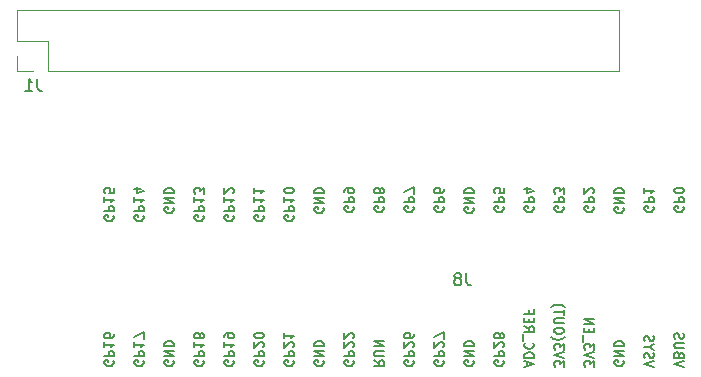
<source format=gbr>
G04 #@! TF.GenerationSoftware,KiCad,Pcbnew,9.0.1-1.fc42*
G04 #@! TF.CreationDate,2025-05-14T23:49:45-05:00*
G04 #@! TF.ProjectId,pico_driver,7069636f-5f64-4726-9976-65722e6b6963,rev?*
G04 #@! TF.SameCoordinates,Original*
G04 #@! TF.FileFunction,Legend,Bot*
G04 #@! TF.FilePolarity,Positive*
%FSLAX46Y46*%
G04 Gerber Fmt 4.6, Leading zero omitted, Abs format (unit mm)*
G04 Created by KiCad (PCBNEW 9.0.1-1.fc42) date 2025-05-14 23:49:45*
%MOMM*%
%LPD*%
G01*
G04 APERTURE LIST*
%ADD10C,0.150000*%
%ADD11C,0.120000*%
G04 APERTURE END LIST*
D10*
X145033333Y-67204819D02*
X145033333Y-67919104D01*
X145033333Y-67919104D02*
X145080952Y-68061961D01*
X145080952Y-68061961D02*
X145176190Y-68157200D01*
X145176190Y-68157200D02*
X145319047Y-68204819D01*
X145319047Y-68204819D02*
X145414285Y-68204819D01*
X144414285Y-67633390D02*
X144509523Y-67585771D01*
X144509523Y-67585771D02*
X144557142Y-67538152D01*
X144557142Y-67538152D02*
X144604761Y-67442914D01*
X144604761Y-67442914D02*
X144604761Y-67395295D01*
X144604761Y-67395295D02*
X144557142Y-67300057D01*
X144557142Y-67300057D02*
X144509523Y-67252438D01*
X144509523Y-67252438D02*
X144414285Y-67204819D01*
X144414285Y-67204819D02*
X144223809Y-67204819D01*
X144223809Y-67204819D02*
X144128571Y-67252438D01*
X144128571Y-67252438D02*
X144080952Y-67300057D01*
X144080952Y-67300057D02*
X144033333Y-67395295D01*
X144033333Y-67395295D02*
X144033333Y-67442914D01*
X144033333Y-67442914D02*
X144080952Y-67538152D01*
X144080952Y-67538152D02*
X144128571Y-67585771D01*
X144128571Y-67585771D02*
X144223809Y-67633390D01*
X144223809Y-67633390D02*
X144414285Y-67633390D01*
X144414285Y-67633390D02*
X144509523Y-67681009D01*
X144509523Y-67681009D02*
X144557142Y-67728628D01*
X144557142Y-67728628D02*
X144604761Y-67823866D01*
X144604761Y-67823866D02*
X144604761Y-68014342D01*
X144604761Y-68014342D02*
X144557142Y-68109580D01*
X144557142Y-68109580D02*
X144509523Y-68157200D01*
X144509523Y-68157200D02*
X144414285Y-68204819D01*
X144414285Y-68204819D02*
X144223809Y-68204819D01*
X144223809Y-68204819D02*
X144128571Y-68157200D01*
X144128571Y-68157200D02*
X144080952Y-68109580D01*
X144080952Y-68109580D02*
X144033333Y-68014342D01*
X144033333Y-68014342D02*
X144033333Y-67823866D01*
X144033333Y-67823866D02*
X144080952Y-67728628D01*
X144080952Y-67728628D02*
X144128571Y-67681009D01*
X144128571Y-67681009D02*
X144223809Y-67633390D01*
X140559609Y-61571065D02*
X140597704Y-61647255D01*
X140597704Y-61647255D02*
X140597704Y-61761541D01*
X140597704Y-61761541D02*
X140559609Y-61875827D01*
X140559609Y-61875827D02*
X140483419Y-61952017D01*
X140483419Y-61952017D02*
X140407228Y-61990112D01*
X140407228Y-61990112D02*
X140254847Y-62028208D01*
X140254847Y-62028208D02*
X140140561Y-62028208D01*
X140140561Y-62028208D02*
X139988180Y-61990112D01*
X139988180Y-61990112D02*
X139911990Y-61952017D01*
X139911990Y-61952017D02*
X139835800Y-61875827D01*
X139835800Y-61875827D02*
X139797704Y-61761541D01*
X139797704Y-61761541D02*
X139797704Y-61685350D01*
X139797704Y-61685350D02*
X139835800Y-61571065D01*
X139835800Y-61571065D02*
X139873895Y-61532969D01*
X139873895Y-61532969D02*
X140140561Y-61532969D01*
X140140561Y-61532969D02*
X140140561Y-61685350D01*
X139797704Y-61190112D02*
X140597704Y-61190112D01*
X140597704Y-61190112D02*
X140597704Y-60885350D01*
X140597704Y-60885350D02*
X140559609Y-60809160D01*
X140559609Y-60809160D02*
X140521514Y-60771065D01*
X140521514Y-60771065D02*
X140445323Y-60732969D01*
X140445323Y-60732969D02*
X140331038Y-60732969D01*
X140331038Y-60732969D02*
X140254847Y-60771065D01*
X140254847Y-60771065D02*
X140216752Y-60809160D01*
X140216752Y-60809160D02*
X140178657Y-60885350D01*
X140178657Y-60885350D02*
X140178657Y-61190112D01*
X140597704Y-60466303D02*
X140597704Y-59932969D01*
X140597704Y-59932969D02*
X139797704Y-60275827D01*
X132939609Y-74611792D02*
X132977704Y-74687982D01*
X132977704Y-74687982D02*
X132977704Y-74802268D01*
X132977704Y-74802268D02*
X132939609Y-74916554D01*
X132939609Y-74916554D02*
X132863419Y-74992744D01*
X132863419Y-74992744D02*
X132787228Y-75030839D01*
X132787228Y-75030839D02*
X132634847Y-75068935D01*
X132634847Y-75068935D02*
X132520561Y-75068935D01*
X132520561Y-75068935D02*
X132368180Y-75030839D01*
X132368180Y-75030839D02*
X132291990Y-74992744D01*
X132291990Y-74992744D02*
X132215800Y-74916554D01*
X132215800Y-74916554D02*
X132177704Y-74802268D01*
X132177704Y-74802268D02*
X132177704Y-74726077D01*
X132177704Y-74726077D02*
X132215800Y-74611792D01*
X132215800Y-74611792D02*
X132253895Y-74573696D01*
X132253895Y-74573696D02*
X132520561Y-74573696D01*
X132520561Y-74573696D02*
X132520561Y-74726077D01*
X132177704Y-74230839D02*
X132977704Y-74230839D01*
X132977704Y-74230839D02*
X132177704Y-73773696D01*
X132177704Y-73773696D02*
X132977704Y-73773696D01*
X132177704Y-73392744D02*
X132977704Y-73392744D01*
X132977704Y-73392744D02*
X132977704Y-73202268D01*
X132977704Y-73202268D02*
X132939609Y-73087982D01*
X132939609Y-73087982D02*
X132863419Y-73011792D01*
X132863419Y-73011792D02*
X132787228Y-72973697D01*
X132787228Y-72973697D02*
X132634847Y-72935601D01*
X132634847Y-72935601D02*
X132520561Y-72935601D01*
X132520561Y-72935601D02*
X132368180Y-72973697D01*
X132368180Y-72973697D02*
X132291990Y-73011792D01*
X132291990Y-73011792D02*
X132215800Y-73087982D01*
X132215800Y-73087982D02*
X132177704Y-73202268D01*
X132177704Y-73202268D02*
X132177704Y-73392744D01*
X115159609Y-74611792D02*
X115197704Y-74687982D01*
X115197704Y-74687982D02*
X115197704Y-74802268D01*
X115197704Y-74802268D02*
X115159609Y-74916554D01*
X115159609Y-74916554D02*
X115083419Y-74992744D01*
X115083419Y-74992744D02*
X115007228Y-75030839D01*
X115007228Y-75030839D02*
X114854847Y-75068935D01*
X114854847Y-75068935D02*
X114740561Y-75068935D01*
X114740561Y-75068935D02*
X114588180Y-75030839D01*
X114588180Y-75030839D02*
X114511990Y-74992744D01*
X114511990Y-74992744D02*
X114435800Y-74916554D01*
X114435800Y-74916554D02*
X114397704Y-74802268D01*
X114397704Y-74802268D02*
X114397704Y-74726077D01*
X114397704Y-74726077D02*
X114435800Y-74611792D01*
X114435800Y-74611792D02*
X114473895Y-74573696D01*
X114473895Y-74573696D02*
X114740561Y-74573696D01*
X114740561Y-74573696D02*
X114740561Y-74726077D01*
X114397704Y-74230839D02*
X115197704Y-74230839D01*
X115197704Y-74230839D02*
X115197704Y-73926077D01*
X115197704Y-73926077D02*
X115159609Y-73849887D01*
X115159609Y-73849887D02*
X115121514Y-73811792D01*
X115121514Y-73811792D02*
X115045323Y-73773696D01*
X115045323Y-73773696D02*
X114931038Y-73773696D01*
X114931038Y-73773696D02*
X114854847Y-73811792D01*
X114854847Y-73811792D02*
X114816752Y-73849887D01*
X114816752Y-73849887D02*
X114778657Y-73926077D01*
X114778657Y-73926077D02*
X114778657Y-74230839D01*
X114397704Y-73011792D02*
X114397704Y-73468935D01*
X114397704Y-73240363D02*
X115197704Y-73240363D01*
X115197704Y-73240363D02*
X115083419Y-73316554D01*
X115083419Y-73316554D02*
X115007228Y-73392744D01*
X115007228Y-73392744D02*
X114969133Y-73468935D01*
X115197704Y-72326077D02*
X115197704Y-72478458D01*
X115197704Y-72478458D02*
X115159609Y-72554649D01*
X115159609Y-72554649D02*
X115121514Y-72592744D01*
X115121514Y-72592744D02*
X115007228Y-72668934D01*
X115007228Y-72668934D02*
X114854847Y-72707030D01*
X114854847Y-72707030D02*
X114550085Y-72707030D01*
X114550085Y-72707030D02*
X114473895Y-72668934D01*
X114473895Y-72668934D02*
X114435800Y-72630839D01*
X114435800Y-72630839D02*
X114397704Y-72554649D01*
X114397704Y-72554649D02*
X114397704Y-72402268D01*
X114397704Y-72402268D02*
X114435800Y-72326077D01*
X114435800Y-72326077D02*
X114473895Y-72287982D01*
X114473895Y-72287982D02*
X114550085Y-72249887D01*
X114550085Y-72249887D02*
X114740561Y-72249887D01*
X114740561Y-72249887D02*
X114816752Y-72287982D01*
X114816752Y-72287982D02*
X114854847Y-72326077D01*
X114854847Y-72326077D02*
X114892942Y-72402268D01*
X114892942Y-72402268D02*
X114892942Y-72554649D01*
X114892942Y-72554649D02*
X114854847Y-72630839D01*
X114854847Y-72630839D02*
X114816752Y-72668934D01*
X114816752Y-72668934D02*
X114740561Y-72707030D01*
X155799609Y-61571065D02*
X155837704Y-61647255D01*
X155837704Y-61647255D02*
X155837704Y-61761541D01*
X155837704Y-61761541D02*
X155799609Y-61875827D01*
X155799609Y-61875827D02*
X155723419Y-61952017D01*
X155723419Y-61952017D02*
X155647228Y-61990112D01*
X155647228Y-61990112D02*
X155494847Y-62028208D01*
X155494847Y-62028208D02*
X155380561Y-62028208D01*
X155380561Y-62028208D02*
X155228180Y-61990112D01*
X155228180Y-61990112D02*
X155151990Y-61952017D01*
X155151990Y-61952017D02*
X155075800Y-61875827D01*
X155075800Y-61875827D02*
X155037704Y-61761541D01*
X155037704Y-61761541D02*
X155037704Y-61685350D01*
X155037704Y-61685350D02*
X155075800Y-61571065D01*
X155075800Y-61571065D02*
X155113895Y-61532969D01*
X155113895Y-61532969D02*
X155380561Y-61532969D01*
X155380561Y-61532969D02*
X155380561Y-61685350D01*
X155037704Y-61190112D02*
X155837704Y-61190112D01*
X155837704Y-61190112D02*
X155837704Y-60885350D01*
X155837704Y-60885350D02*
X155799609Y-60809160D01*
X155799609Y-60809160D02*
X155761514Y-60771065D01*
X155761514Y-60771065D02*
X155685323Y-60732969D01*
X155685323Y-60732969D02*
X155571038Y-60732969D01*
X155571038Y-60732969D02*
X155494847Y-60771065D01*
X155494847Y-60771065D02*
X155456752Y-60809160D01*
X155456752Y-60809160D02*
X155418657Y-60885350D01*
X155418657Y-60885350D02*
X155418657Y-61190112D01*
X155761514Y-60428208D02*
X155799609Y-60390112D01*
X155799609Y-60390112D02*
X155837704Y-60313922D01*
X155837704Y-60313922D02*
X155837704Y-60123446D01*
X155837704Y-60123446D02*
X155799609Y-60047255D01*
X155799609Y-60047255D02*
X155761514Y-60009160D01*
X155761514Y-60009160D02*
X155685323Y-59971065D01*
X155685323Y-59971065D02*
X155609133Y-59971065D01*
X155609133Y-59971065D02*
X155494847Y-60009160D01*
X155494847Y-60009160D02*
X155037704Y-60466303D01*
X155037704Y-60466303D02*
X155037704Y-59971065D01*
X135479609Y-74611792D02*
X135517704Y-74687982D01*
X135517704Y-74687982D02*
X135517704Y-74802268D01*
X135517704Y-74802268D02*
X135479609Y-74916554D01*
X135479609Y-74916554D02*
X135403419Y-74992744D01*
X135403419Y-74992744D02*
X135327228Y-75030839D01*
X135327228Y-75030839D02*
X135174847Y-75068935D01*
X135174847Y-75068935D02*
X135060561Y-75068935D01*
X135060561Y-75068935D02*
X134908180Y-75030839D01*
X134908180Y-75030839D02*
X134831990Y-74992744D01*
X134831990Y-74992744D02*
X134755800Y-74916554D01*
X134755800Y-74916554D02*
X134717704Y-74802268D01*
X134717704Y-74802268D02*
X134717704Y-74726077D01*
X134717704Y-74726077D02*
X134755800Y-74611792D01*
X134755800Y-74611792D02*
X134793895Y-74573696D01*
X134793895Y-74573696D02*
X135060561Y-74573696D01*
X135060561Y-74573696D02*
X135060561Y-74726077D01*
X134717704Y-74230839D02*
X135517704Y-74230839D01*
X135517704Y-74230839D02*
X135517704Y-73926077D01*
X135517704Y-73926077D02*
X135479609Y-73849887D01*
X135479609Y-73849887D02*
X135441514Y-73811792D01*
X135441514Y-73811792D02*
X135365323Y-73773696D01*
X135365323Y-73773696D02*
X135251038Y-73773696D01*
X135251038Y-73773696D02*
X135174847Y-73811792D01*
X135174847Y-73811792D02*
X135136752Y-73849887D01*
X135136752Y-73849887D02*
X135098657Y-73926077D01*
X135098657Y-73926077D02*
X135098657Y-74230839D01*
X135441514Y-73468935D02*
X135479609Y-73430839D01*
X135479609Y-73430839D02*
X135517704Y-73354649D01*
X135517704Y-73354649D02*
X135517704Y-73164173D01*
X135517704Y-73164173D02*
X135479609Y-73087982D01*
X135479609Y-73087982D02*
X135441514Y-73049887D01*
X135441514Y-73049887D02*
X135365323Y-73011792D01*
X135365323Y-73011792D02*
X135289133Y-73011792D01*
X135289133Y-73011792D02*
X135174847Y-73049887D01*
X135174847Y-73049887D02*
X134717704Y-73507030D01*
X134717704Y-73507030D02*
X134717704Y-73011792D01*
X135441514Y-72707030D02*
X135479609Y-72668934D01*
X135479609Y-72668934D02*
X135517704Y-72592744D01*
X135517704Y-72592744D02*
X135517704Y-72402268D01*
X135517704Y-72402268D02*
X135479609Y-72326077D01*
X135479609Y-72326077D02*
X135441514Y-72287982D01*
X135441514Y-72287982D02*
X135365323Y-72249887D01*
X135365323Y-72249887D02*
X135289133Y-72249887D01*
X135289133Y-72249887D02*
X135174847Y-72287982D01*
X135174847Y-72287982D02*
X134717704Y-72745125D01*
X134717704Y-72745125D02*
X134717704Y-72249887D01*
X120239609Y-61647255D02*
X120277704Y-61723445D01*
X120277704Y-61723445D02*
X120277704Y-61837731D01*
X120277704Y-61837731D02*
X120239609Y-61952017D01*
X120239609Y-61952017D02*
X120163419Y-62028207D01*
X120163419Y-62028207D02*
X120087228Y-62066302D01*
X120087228Y-62066302D02*
X119934847Y-62104398D01*
X119934847Y-62104398D02*
X119820561Y-62104398D01*
X119820561Y-62104398D02*
X119668180Y-62066302D01*
X119668180Y-62066302D02*
X119591990Y-62028207D01*
X119591990Y-62028207D02*
X119515800Y-61952017D01*
X119515800Y-61952017D02*
X119477704Y-61837731D01*
X119477704Y-61837731D02*
X119477704Y-61761540D01*
X119477704Y-61761540D02*
X119515800Y-61647255D01*
X119515800Y-61647255D02*
X119553895Y-61609159D01*
X119553895Y-61609159D02*
X119820561Y-61609159D01*
X119820561Y-61609159D02*
X119820561Y-61761540D01*
X119477704Y-61266302D02*
X120277704Y-61266302D01*
X120277704Y-61266302D02*
X119477704Y-60809159D01*
X119477704Y-60809159D02*
X120277704Y-60809159D01*
X119477704Y-60428207D02*
X120277704Y-60428207D01*
X120277704Y-60428207D02*
X120277704Y-60237731D01*
X120277704Y-60237731D02*
X120239609Y-60123445D01*
X120239609Y-60123445D02*
X120163419Y-60047255D01*
X120163419Y-60047255D02*
X120087228Y-60009160D01*
X120087228Y-60009160D02*
X119934847Y-59971064D01*
X119934847Y-59971064D02*
X119820561Y-59971064D01*
X119820561Y-59971064D02*
X119668180Y-60009160D01*
X119668180Y-60009160D02*
X119591990Y-60047255D01*
X119591990Y-60047255D02*
X119515800Y-60123445D01*
X119515800Y-60123445D02*
X119477704Y-60237731D01*
X119477704Y-60237731D02*
X119477704Y-60428207D01*
X125319609Y-74611792D02*
X125357704Y-74687982D01*
X125357704Y-74687982D02*
X125357704Y-74802268D01*
X125357704Y-74802268D02*
X125319609Y-74916554D01*
X125319609Y-74916554D02*
X125243419Y-74992744D01*
X125243419Y-74992744D02*
X125167228Y-75030839D01*
X125167228Y-75030839D02*
X125014847Y-75068935D01*
X125014847Y-75068935D02*
X124900561Y-75068935D01*
X124900561Y-75068935D02*
X124748180Y-75030839D01*
X124748180Y-75030839D02*
X124671990Y-74992744D01*
X124671990Y-74992744D02*
X124595800Y-74916554D01*
X124595800Y-74916554D02*
X124557704Y-74802268D01*
X124557704Y-74802268D02*
X124557704Y-74726077D01*
X124557704Y-74726077D02*
X124595800Y-74611792D01*
X124595800Y-74611792D02*
X124633895Y-74573696D01*
X124633895Y-74573696D02*
X124900561Y-74573696D01*
X124900561Y-74573696D02*
X124900561Y-74726077D01*
X124557704Y-74230839D02*
X125357704Y-74230839D01*
X125357704Y-74230839D02*
X125357704Y-73926077D01*
X125357704Y-73926077D02*
X125319609Y-73849887D01*
X125319609Y-73849887D02*
X125281514Y-73811792D01*
X125281514Y-73811792D02*
X125205323Y-73773696D01*
X125205323Y-73773696D02*
X125091038Y-73773696D01*
X125091038Y-73773696D02*
X125014847Y-73811792D01*
X125014847Y-73811792D02*
X124976752Y-73849887D01*
X124976752Y-73849887D02*
X124938657Y-73926077D01*
X124938657Y-73926077D02*
X124938657Y-74230839D01*
X124557704Y-73011792D02*
X124557704Y-73468935D01*
X124557704Y-73240363D02*
X125357704Y-73240363D01*
X125357704Y-73240363D02*
X125243419Y-73316554D01*
X125243419Y-73316554D02*
X125167228Y-73392744D01*
X125167228Y-73392744D02*
X125129133Y-73468935D01*
X124557704Y-72630839D02*
X124557704Y-72478458D01*
X124557704Y-72478458D02*
X124595800Y-72402268D01*
X124595800Y-72402268D02*
X124633895Y-72364172D01*
X124633895Y-72364172D02*
X124748180Y-72287982D01*
X124748180Y-72287982D02*
X124900561Y-72249887D01*
X124900561Y-72249887D02*
X125205323Y-72249887D01*
X125205323Y-72249887D02*
X125281514Y-72287982D01*
X125281514Y-72287982D02*
X125319609Y-72326077D01*
X125319609Y-72326077D02*
X125357704Y-72402268D01*
X125357704Y-72402268D02*
X125357704Y-72554649D01*
X125357704Y-72554649D02*
X125319609Y-72630839D01*
X125319609Y-72630839D02*
X125281514Y-72668934D01*
X125281514Y-72668934D02*
X125205323Y-72707030D01*
X125205323Y-72707030D02*
X125014847Y-72707030D01*
X125014847Y-72707030D02*
X124938657Y-72668934D01*
X124938657Y-72668934D02*
X124900561Y-72630839D01*
X124900561Y-72630839D02*
X124862466Y-72554649D01*
X124862466Y-72554649D02*
X124862466Y-72402268D01*
X124862466Y-72402268D02*
X124900561Y-72326077D01*
X124900561Y-72326077D02*
X124938657Y-72287982D01*
X124938657Y-72287982D02*
X125014847Y-72249887D01*
X153297704Y-75107030D02*
X153297704Y-74611792D01*
X153297704Y-74611792D02*
X152992942Y-74878458D01*
X152992942Y-74878458D02*
X152992942Y-74764173D01*
X152992942Y-74764173D02*
X152954847Y-74687982D01*
X152954847Y-74687982D02*
X152916752Y-74649887D01*
X152916752Y-74649887D02*
X152840561Y-74611792D01*
X152840561Y-74611792D02*
X152650085Y-74611792D01*
X152650085Y-74611792D02*
X152573895Y-74649887D01*
X152573895Y-74649887D02*
X152535800Y-74687982D01*
X152535800Y-74687982D02*
X152497704Y-74764173D01*
X152497704Y-74764173D02*
X152497704Y-74992744D01*
X152497704Y-74992744D02*
X152535800Y-75068935D01*
X152535800Y-75068935D02*
X152573895Y-75107030D01*
X153297704Y-74383220D02*
X152497704Y-74116553D01*
X152497704Y-74116553D02*
X153297704Y-73849887D01*
X153297704Y-73659411D02*
X153297704Y-73164173D01*
X153297704Y-73164173D02*
X152992942Y-73430839D01*
X152992942Y-73430839D02*
X152992942Y-73316554D01*
X152992942Y-73316554D02*
X152954847Y-73240363D01*
X152954847Y-73240363D02*
X152916752Y-73202268D01*
X152916752Y-73202268D02*
X152840561Y-73164173D01*
X152840561Y-73164173D02*
X152650085Y-73164173D01*
X152650085Y-73164173D02*
X152573895Y-73202268D01*
X152573895Y-73202268D02*
X152535800Y-73240363D01*
X152535800Y-73240363D02*
X152497704Y-73316554D01*
X152497704Y-73316554D02*
X152497704Y-73545125D01*
X152497704Y-73545125D02*
X152535800Y-73621316D01*
X152535800Y-73621316D02*
X152573895Y-73659411D01*
X152192942Y-72592744D02*
X152231038Y-72630839D01*
X152231038Y-72630839D02*
X152345323Y-72707030D01*
X152345323Y-72707030D02*
X152421514Y-72745125D01*
X152421514Y-72745125D02*
X152535800Y-72783220D01*
X152535800Y-72783220D02*
X152726276Y-72821315D01*
X152726276Y-72821315D02*
X152878657Y-72821315D01*
X152878657Y-72821315D02*
X153069133Y-72783220D01*
X153069133Y-72783220D02*
X153183419Y-72745125D01*
X153183419Y-72745125D02*
X153259609Y-72707030D01*
X153259609Y-72707030D02*
X153373895Y-72630839D01*
X153373895Y-72630839D02*
X153411990Y-72592744D01*
X153297704Y-72135601D02*
X153297704Y-71983220D01*
X153297704Y-71983220D02*
X153259609Y-71907030D01*
X153259609Y-71907030D02*
X153183419Y-71830839D01*
X153183419Y-71830839D02*
X153031038Y-71792744D01*
X153031038Y-71792744D02*
X152764371Y-71792744D01*
X152764371Y-71792744D02*
X152611990Y-71830839D01*
X152611990Y-71830839D02*
X152535800Y-71907030D01*
X152535800Y-71907030D02*
X152497704Y-71983220D01*
X152497704Y-71983220D02*
X152497704Y-72135601D01*
X152497704Y-72135601D02*
X152535800Y-72211792D01*
X152535800Y-72211792D02*
X152611990Y-72287982D01*
X152611990Y-72287982D02*
X152764371Y-72326078D01*
X152764371Y-72326078D02*
X153031038Y-72326078D01*
X153031038Y-72326078D02*
X153183419Y-72287982D01*
X153183419Y-72287982D02*
X153259609Y-72211792D01*
X153259609Y-72211792D02*
X153297704Y-72135601D01*
X153297704Y-71449887D02*
X152650085Y-71449887D01*
X152650085Y-71449887D02*
X152573895Y-71411792D01*
X152573895Y-71411792D02*
X152535800Y-71373697D01*
X152535800Y-71373697D02*
X152497704Y-71297506D01*
X152497704Y-71297506D02*
X152497704Y-71145125D01*
X152497704Y-71145125D02*
X152535800Y-71068935D01*
X152535800Y-71068935D02*
X152573895Y-71030840D01*
X152573895Y-71030840D02*
X152650085Y-70992744D01*
X152650085Y-70992744D02*
X153297704Y-70992744D01*
X153297704Y-70726078D02*
X153297704Y-70268935D01*
X152497704Y-70497507D02*
X153297704Y-70497507D01*
X152192942Y-70078459D02*
X152231038Y-70040364D01*
X152231038Y-70040364D02*
X152345323Y-69964173D01*
X152345323Y-69964173D02*
X152421514Y-69926078D01*
X152421514Y-69926078D02*
X152535800Y-69887983D01*
X152535800Y-69887983D02*
X152726276Y-69849887D01*
X152726276Y-69849887D02*
X152878657Y-69849887D01*
X152878657Y-69849887D02*
X153069133Y-69887983D01*
X153069133Y-69887983D02*
X153183419Y-69926078D01*
X153183419Y-69926078D02*
X153259609Y-69964173D01*
X153259609Y-69964173D02*
X153373895Y-70040364D01*
X153373895Y-70040364D02*
X153411990Y-70078459D01*
X130399609Y-62332970D02*
X130437704Y-62409160D01*
X130437704Y-62409160D02*
X130437704Y-62523446D01*
X130437704Y-62523446D02*
X130399609Y-62637732D01*
X130399609Y-62637732D02*
X130323419Y-62713922D01*
X130323419Y-62713922D02*
X130247228Y-62752017D01*
X130247228Y-62752017D02*
X130094847Y-62790113D01*
X130094847Y-62790113D02*
X129980561Y-62790113D01*
X129980561Y-62790113D02*
X129828180Y-62752017D01*
X129828180Y-62752017D02*
X129751990Y-62713922D01*
X129751990Y-62713922D02*
X129675800Y-62637732D01*
X129675800Y-62637732D02*
X129637704Y-62523446D01*
X129637704Y-62523446D02*
X129637704Y-62447255D01*
X129637704Y-62447255D02*
X129675800Y-62332970D01*
X129675800Y-62332970D02*
X129713895Y-62294874D01*
X129713895Y-62294874D02*
X129980561Y-62294874D01*
X129980561Y-62294874D02*
X129980561Y-62447255D01*
X129637704Y-61952017D02*
X130437704Y-61952017D01*
X130437704Y-61952017D02*
X130437704Y-61647255D01*
X130437704Y-61647255D02*
X130399609Y-61571065D01*
X130399609Y-61571065D02*
X130361514Y-61532970D01*
X130361514Y-61532970D02*
X130285323Y-61494874D01*
X130285323Y-61494874D02*
X130171038Y-61494874D01*
X130171038Y-61494874D02*
X130094847Y-61532970D01*
X130094847Y-61532970D02*
X130056752Y-61571065D01*
X130056752Y-61571065D02*
X130018657Y-61647255D01*
X130018657Y-61647255D02*
X130018657Y-61952017D01*
X129637704Y-60732970D02*
X129637704Y-61190113D01*
X129637704Y-60961541D02*
X130437704Y-60961541D01*
X130437704Y-60961541D02*
X130323419Y-61037732D01*
X130323419Y-61037732D02*
X130247228Y-61113922D01*
X130247228Y-61113922D02*
X130209133Y-61190113D01*
X130437704Y-60237731D02*
X130437704Y-60161541D01*
X130437704Y-60161541D02*
X130399609Y-60085350D01*
X130399609Y-60085350D02*
X130361514Y-60047255D01*
X130361514Y-60047255D02*
X130285323Y-60009160D01*
X130285323Y-60009160D02*
X130132942Y-59971065D01*
X130132942Y-59971065D02*
X129942466Y-59971065D01*
X129942466Y-59971065D02*
X129790085Y-60009160D01*
X129790085Y-60009160D02*
X129713895Y-60047255D01*
X129713895Y-60047255D02*
X129675800Y-60085350D01*
X129675800Y-60085350D02*
X129637704Y-60161541D01*
X129637704Y-60161541D02*
X129637704Y-60237731D01*
X129637704Y-60237731D02*
X129675800Y-60313922D01*
X129675800Y-60313922D02*
X129713895Y-60352017D01*
X129713895Y-60352017D02*
X129790085Y-60390112D01*
X129790085Y-60390112D02*
X129942466Y-60428208D01*
X129942466Y-60428208D02*
X130132942Y-60428208D01*
X130132942Y-60428208D02*
X130285323Y-60390112D01*
X130285323Y-60390112D02*
X130361514Y-60352017D01*
X130361514Y-60352017D02*
X130399609Y-60313922D01*
X130399609Y-60313922D02*
X130437704Y-60237731D01*
X145639609Y-74611792D02*
X145677704Y-74687982D01*
X145677704Y-74687982D02*
X145677704Y-74802268D01*
X145677704Y-74802268D02*
X145639609Y-74916554D01*
X145639609Y-74916554D02*
X145563419Y-74992744D01*
X145563419Y-74992744D02*
X145487228Y-75030839D01*
X145487228Y-75030839D02*
X145334847Y-75068935D01*
X145334847Y-75068935D02*
X145220561Y-75068935D01*
X145220561Y-75068935D02*
X145068180Y-75030839D01*
X145068180Y-75030839D02*
X144991990Y-74992744D01*
X144991990Y-74992744D02*
X144915800Y-74916554D01*
X144915800Y-74916554D02*
X144877704Y-74802268D01*
X144877704Y-74802268D02*
X144877704Y-74726077D01*
X144877704Y-74726077D02*
X144915800Y-74611792D01*
X144915800Y-74611792D02*
X144953895Y-74573696D01*
X144953895Y-74573696D02*
X145220561Y-74573696D01*
X145220561Y-74573696D02*
X145220561Y-74726077D01*
X144877704Y-74230839D02*
X145677704Y-74230839D01*
X145677704Y-74230839D02*
X144877704Y-73773696D01*
X144877704Y-73773696D02*
X145677704Y-73773696D01*
X144877704Y-73392744D02*
X145677704Y-73392744D01*
X145677704Y-73392744D02*
X145677704Y-73202268D01*
X145677704Y-73202268D02*
X145639609Y-73087982D01*
X145639609Y-73087982D02*
X145563419Y-73011792D01*
X145563419Y-73011792D02*
X145487228Y-72973697D01*
X145487228Y-72973697D02*
X145334847Y-72935601D01*
X145334847Y-72935601D02*
X145220561Y-72935601D01*
X145220561Y-72935601D02*
X145068180Y-72973697D01*
X145068180Y-72973697D02*
X144991990Y-73011792D01*
X144991990Y-73011792D02*
X144915800Y-73087982D01*
X144915800Y-73087982D02*
X144877704Y-73202268D01*
X144877704Y-73202268D02*
X144877704Y-73392744D01*
X163457704Y-75145125D02*
X162657704Y-74878458D01*
X162657704Y-74878458D02*
X163457704Y-74611792D01*
X163076752Y-74078459D02*
X163038657Y-73964173D01*
X163038657Y-73964173D02*
X163000561Y-73926078D01*
X163000561Y-73926078D02*
X162924371Y-73887982D01*
X162924371Y-73887982D02*
X162810085Y-73887982D01*
X162810085Y-73887982D02*
X162733895Y-73926078D01*
X162733895Y-73926078D02*
X162695800Y-73964173D01*
X162695800Y-73964173D02*
X162657704Y-74040363D01*
X162657704Y-74040363D02*
X162657704Y-74345125D01*
X162657704Y-74345125D02*
X163457704Y-74345125D01*
X163457704Y-74345125D02*
X163457704Y-74078459D01*
X163457704Y-74078459D02*
X163419609Y-74002268D01*
X163419609Y-74002268D02*
X163381514Y-73964173D01*
X163381514Y-73964173D02*
X163305323Y-73926078D01*
X163305323Y-73926078D02*
X163229133Y-73926078D01*
X163229133Y-73926078D02*
X163152942Y-73964173D01*
X163152942Y-73964173D02*
X163114847Y-74002268D01*
X163114847Y-74002268D02*
X163076752Y-74078459D01*
X163076752Y-74078459D02*
X163076752Y-74345125D01*
X163457704Y-73545125D02*
X162810085Y-73545125D01*
X162810085Y-73545125D02*
X162733895Y-73507030D01*
X162733895Y-73507030D02*
X162695800Y-73468935D01*
X162695800Y-73468935D02*
X162657704Y-73392744D01*
X162657704Y-73392744D02*
X162657704Y-73240363D01*
X162657704Y-73240363D02*
X162695800Y-73164173D01*
X162695800Y-73164173D02*
X162733895Y-73126078D01*
X162733895Y-73126078D02*
X162810085Y-73087982D01*
X162810085Y-73087982D02*
X163457704Y-73087982D01*
X162695800Y-72745126D02*
X162657704Y-72630840D01*
X162657704Y-72630840D02*
X162657704Y-72440364D01*
X162657704Y-72440364D02*
X162695800Y-72364173D01*
X162695800Y-72364173D02*
X162733895Y-72326078D01*
X162733895Y-72326078D02*
X162810085Y-72287983D01*
X162810085Y-72287983D02*
X162886276Y-72287983D01*
X162886276Y-72287983D02*
X162962466Y-72326078D01*
X162962466Y-72326078D02*
X163000561Y-72364173D01*
X163000561Y-72364173D02*
X163038657Y-72440364D01*
X163038657Y-72440364D02*
X163076752Y-72592745D01*
X163076752Y-72592745D02*
X163114847Y-72668935D01*
X163114847Y-72668935D02*
X163152942Y-72707030D01*
X163152942Y-72707030D02*
X163229133Y-72745126D01*
X163229133Y-72745126D02*
X163305323Y-72745126D01*
X163305323Y-72745126D02*
X163381514Y-72707030D01*
X163381514Y-72707030D02*
X163419609Y-72668935D01*
X163419609Y-72668935D02*
X163457704Y-72592745D01*
X163457704Y-72592745D02*
X163457704Y-72402268D01*
X163457704Y-72402268D02*
X163419609Y-72287983D01*
X122779609Y-62332970D02*
X122817704Y-62409160D01*
X122817704Y-62409160D02*
X122817704Y-62523446D01*
X122817704Y-62523446D02*
X122779609Y-62637732D01*
X122779609Y-62637732D02*
X122703419Y-62713922D01*
X122703419Y-62713922D02*
X122627228Y-62752017D01*
X122627228Y-62752017D02*
X122474847Y-62790113D01*
X122474847Y-62790113D02*
X122360561Y-62790113D01*
X122360561Y-62790113D02*
X122208180Y-62752017D01*
X122208180Y-62752017D02*
X122131990Y-62713922D01*
X122131990Y-62713922D02*
X122055800Y-62637732D01*
X122055800Y-62637732D02*
X122017704Y-62523446D01*
X122017704Y-62523446D02*
X122017704Y-62447255D01*
X122017704Y-62447255D02*
X122055800Y-62332970D01*
X122055800Y-62332970D02*
X122093895Y-62294874D01*
X122093895Y-62294874D02*
X122360561Y-62294874D01*
X122360561Y-62294874D02*
X122360561Y-62447255D01*
X122017704Y-61952017D02*
X122817704Y-61952017D01*
X122817704Y-61952017D02*
X122817704Y-61647255D01*
X122817704Y-61647255D02*
X122779609Y-61571065D01*
X122779609Y-61571065D02*
X122741514Y-61532970D01*
X122741514Y-61532970D02*
X122665323Y-61494874D01*
X122665323Y-61494874D02*
X122551038Y-61494874D01*
X122551038Y-61494874D02*
X122474847Y-61532970D01*
X122474847Y-61532970D02*
X122436752Y-61571065D01*
X122436752Y-61571065D02*
X122398657Y-61647255D01*
X122398657Y-61647255D02*
X122398657Y-61952017D01*
X122017704Y-60732970D02*
X122017704Y-61190113D01*
X122017704Y-60961541D02*
X122817704Y-60961541D01*
X122817704Y-60961541D02*
X122703419Y-61037732D01*
X122703419Y-61037732D02*
X122627228Y-61113922D01*
X122627228Y-61113922D02*
X122589133Y-61190113D01*
X122817704Y-60466303D02*
X122817704Y-59971065D01*
X122817704Y-59971065D02*
X122512942Y-60237731D01*
X122512942Y-60237731D02*
X122512942Y-60123446D01*
X122512942Y-60123446D02*
X122474847Y-60047255D01*
X122474847Y-60047255D02*
X122436752Y-60009160D01*
X122436752Y-60009160D02*
X122360561Y-59971065D01*
X122360561Y-59971065D02*
X122170085Y-59971065D01*
X122170085Y-59971065D02*
X122093895Y-60009160D01*
X122093895Y-60009160D02*
X122055800Y-60047255D01*
X122055800Y-60047255D02*
X122017704Y-60123446D01*
X122017704Y-60123446D02*
X122017704Y-60352017D01*
X122017704Y-60352017D02*
X122055800Y-60428208D01*
X122055800Y-60428208D02*
X122093895Y-60466303D01*
X143099609Y-61571065D02*
X143137704Y-61647255D01*
X143137704Y-61647255D02*
X143137704Y-61761541D01*
X143137704Y-61761541D02*
X143099609Y-61875827D01*
X143099609Y-61875827D02*
X143023419Y-61952017D01*
X143023419Y-61952017D02*
X142947228Y-61990112D01*
X142947228Y-61990112D02*
X142794847Y-62028208D01*
X142794847Y-62028208D02*
X142680561Y-62028208D01*
X142680561Y-62028208D02*
X142528180Y-61990112D01*
X142528180Y-61990112D02*
X142451990Y-61952017D01*
X142451990Y-61952017D02*
X142375800Y-61875827D01*
X142375800Y-61875827D02*
X142337704Y-61761541D01*
X142337704Y-61761541D02*
X142337704Y-61685350D01*
X142337704Y-61685350D02*
X142375800Y-61571065D01*
X142375800Y-61571065D02*
X142413895Y-61532969D01*
X142413895Y-61532969D02*
X142680561Y-61532969D01*
X142680561Y-61532969D02*
X142680561Y-61685350D01*
X142337704Y-61190112D02*
X143137704Y-61190112D01*
X143137704Y-61190112D02*
X143137704Y-60885350D01*
X143137704Y-60885350D02*
X143099609Y-60809160D01*
X143099609Y-60809160D02*
X143061514Y-60771065D01*
X143061514Y-60771065D02*
X142985323Y-60732969D01*
X142985323Y-60732969D02*
X142871038Y-60732969D01*
X142871038Y-60732969D02*
X142794847Y-60771065D01*
X142794847Y-60771065D02*
X142756752Y-60809160D01*
X142756752Y-60809160D02*
X142718657Y-60885350D01*
X142718657Y-60885350D02*
X142718657Y-61190112D01*
X143137704Y-60047255D02*
X143137704Y-60199636D01*
X143137704Y-60199636D02*
X143099609Y-60275827D01*
X143099609Y-60275827D02*
X143061514Y-60313922D01*
X143061514Y-60313922D02*
X142947228Y-60390112D01*
X142947228Y-60390112D02*
X142794847Y-60428208D01*
X142794847Y-60428208D02*
X142490085Y-60428208D01*
X142490085Y-60428208D02*
X142413895Y-60390112D01*
X142413895Y-60390112D02*
X142375800Y-60352017D01*
X142375800Y-60352017D02*
X142337704Y-60275827D01*
X142337704Y-60275827D02*
X142337704Y-60123446D01*
X142337704Y-60123446D02*
X142375800Y-60047255D01*
X142375800Y-60047255D02*
X142413895Y-60009160D01*
X142413895Y-60009160D02*
X142490085Y-59971065D01*
X142490085Y-59971065D02*
X142680561Y-59971065D01*
X142680561Y-59971065D02*
X142756752Y-60009160D01*
X142756752Y-60009160D02*
X142794847Y-60047255D01*
X142794847Y-60047255D02*
X142832942Y-60123446D01*
X142832942Y-60123446D02*
X142832942Y-60275827D01*
X142832942Y-60275827D02*
X142794847Y-60352017D01*
X142794847Y-60352017D02*
X142756752Y-60390112D01*
X142756752Y-60390112D02*
X142680561Y-60428208D01*
X122779609Y-74611792D02*
X122817704Y-74687982D01*
X122817704Y-74687982D02*
X122817704Y-74802268D01*
X122817704Y-74802268D02*
X122779609Y-74916554D01*
X122779609Y-74916554D02*
X122703419Y-74992744D01*
X122703419Y-74992744D02*
X122627228Y-75030839D01*
X122627228Y-75030839D02*
X122474847Y-75068935D01*
X122474847Y-75068935D02*
X122360561Y-75068935D01*
X122360561Y-75068935D02*
X122208180Y-75030839D01*
X122208180Y-75030839D02*
X122131990Y-74992744D01*
X122131990Y-74992744D02*
X122055800Y-74916554D01*
X122055800Y-74916554D02*
X122017704Y-74802268D01*
X122017704Y-74802268D02*
X122017704Y-74726077D01*
X122017704Y-74726077D02*
X122055800Y-74611792D01*
X122055800Y-74611792D02*
X122093895Y-74573696D01*
X122093895Y-74573696D02*
X122360561Y-74573696D01*
X122360561Y-74573696D02*
X122360561Y-74726077D01*
X122017704Y-74230839D02*
X122817704Y-74230839D01*
X122817704Y-74230839D02*
X122817704Y-73926077D01*
X122817704Y-73926077D02*
X122779609Y-73849887D01*
X122779609Y-73849887D02*
X122741514Y-73811792D01*
X122741514Y-73811792D02*
X122665323Y-73773696D01*
X122665323Y-73773696D02*
X122551038Y-73773696D01*
X122551038Y-73773696D02*
X122474847Y-73811792D01*
X122474847Y-73811792D02*
X122436752Y-73849887D01*
X122436752Y-73849887D02*
X122398657Y-73926077D01*
X122398657Y-73926077D02*
X122398657Y-74230839D01*
X122017704Y-73011792D02*
X122017704Y-73468935D01*
X122017704Y-73240363D02*
X122817704Y-73240363D01*
X122817704Y-73240363D02*
X122703419Y-73316554D01*
X122703419Y-73316554D02*
X122627228Y-73392744D01*
X122627228Y-73392744D02*
X122589133Y-73468935D01*
X122474847Y-72554649D02*
X122512942Y-72630839D01*
X122512942Y-72630839D02*
X122551038Y-72668934D01*
X122551038Y-72668934D02*
X122627228Y-72707030D01*
X122627228Y-72707030D02*
X122665323Y-72707030D01*
X122665323Y-72707030D02*
X122741514Y-72668934D01*
X122741514Y-72668934D02*
X122779609Y-72630839D01*
X122779609Y-72630839D02*
X122817704Y-72554649D01*
X122817704Y-72554649D02*
X122817704Y-72402268D01*
X122817704Y-72402268D02*
X122779609Y-72326077D01*
X122779609Y-72326077D02*
X122741514Y-72287982D01*
X122741514Y-72287982D02*
X122665323Y-72249887D01*
X122665323Y-72249887D02*
X122627228Y-72249887D01*
X122627228Y-72249887D02*
X122551038Y-72287982D01*
X122551038Y-72287982D02*
X122512942Y-72326077D01*
X122512942Y-72326077D02*
X122474847Y-72402268D01*
X122474847Y-72402268D02*
X122474847Y-72554649D01*
X122474847Y-72554649D02*
X122436752Y-72630839D01*
X122436752Y-72630839D02*
X122398657Y-72668934D01*
X122398657Y-72668934D02*
X122322466Y-72707030D01*
X122322466Y-72707030D02*
X122170085Y-72707030D01*
X122170085Y-72707030D02*
X122093895Y-72668934D01*
X122093895Y-72668934D02*
X122055800Y-72630839D01*
X122055800Y-72630839D02*
X122017704Y-72554649D01*
X122017704Y-72554649D02*
X122017704Y-72402268D01*
X122017704Y-72402268D02*
X122055800Y-72326077D01*
X122055800Y-72326077D02*
X122093895Y-72287982D01*
X122093895Y-72287982D02*
X122170085Y-72249887D01*
X122170085Y-72249887D02*
X122322466Y-72249887D01*
X122322466Y-72249887D02*
X122398657Y-72287982D01*
X122398657Y-72287982D02*
X122436752Y-72326077D01*
X122436752Y-72326077D02*
X122474847Y-72402268D01*
X117699609Y-62332970D02*
X117737704Y-62409160D01*
X117737704Y-62409160D02*
X117737704Y-62523446D01*
X117737704Y-62523446D02*
X117699609Y-62637732D01*
X117699609Y-62637732D02*
X117623419Y-62713922D01*
X117623419Y-62713922D02*
X117547228Y-62752017D01*
X117547228Y-62752017D02*
X117394847Y-62790113D01*
X117394847Y-62790113D02*
X117280561Y-62790113D01*
X117280561Y-62790113D02*
X117128180Y-62752017D01*
X117128180Y-62752017D02*
X117051990Y-62713922D01*
X117051990Y-62713922D02*
X116975800Y-62637732D01*
X116975800Y-62637732D02*
X116937704Y-62523446D01*
X116937704Y-62523446D02*
X116937704Y-62447255D01*
X116937704Y-62447255D02*
X116975800Y-62332970D01*
X116975800Y-62332970D02*
X117013895Y-62294874D01*
X117013895Y-62294874D02*
X117280561Y-62294874D01*
X117280561Y-62294874D02*
X117280561Y-62447255D01*
X116937704Y-61952017D02*
X117737704Y-61952017D01*
X117737704Y-61952017D02*
X117737704Y-61647255D01*
X117737704Y-61647255D02*
X117699609Y-61571065D01*
X117699609Y-61571065D02*
X117661514Y-61532970D01*
X117661514Y-61532970D02*
X117585323Y-61494874D01*
X117585323Y-61494874D02*
X117471038Y-61494874D01*
X117471038Y-61494874D02*
X117394847Y-61532970D01*
X117394847Y-61532970D02*
X117356752Y-61571065D01*
X117356752Y-61571065D02*
X117318657Y-61647255D01*
X117318657Y-61647255D02*
X117318657Y-61952017D01*
X116937704Y-60732970D02*
X116937704Y-61190113D01*
X116937704Y-60961541D02*
X117737704Y-60961541D01*
X117737704Y-60961541D02*
X117623419Y-61037732D01*
X117623419Y-61037732D02*
X117547228Y-61113922D01*
X117547228Y-61113922D02*
X117509133Y-61190113D01*
X117471038Y-60047255D02*
X116937704Y-60047255D01*
X117775800Y-60237731D02*
X117204371Y-60428208D01*
X117204371Y-60428208D02*
X117204371Y-59932969D01*
X137257704Y-74573696D02*
X137638657Y-74840363D01*
X137257704Y-75030839D02*
X138057704Y-75030839D01*
X138057704Y-75030839D02*
X138057704Y-74726077D01*
X138057704Y-74726077D02*
X138019609Y-74649887D01*
X138019609Y-74649887D02*
X137981514Y-74611792D01*
X137981514Y-74611792D02*
X137905323Y-74573696D01*
X137905323Y-74573696D02*
X137791038Y-74573696D01*
X137791038Y-74573696D02*
X137714847Y-74611792D01*
X137714847Y-74611792D02*
X137676752Y-74649887D01*
X137676752Y-74649887D02*
X137638657Y-74726077D01*
X137638657Y-74726077D02*
X137638657Y-75030839D01*
X138057704Y-74230839D02*
X137410085Y-74230839D01*
X137410085Y-74230839D02*
X137333895Y-74192744D01*
X137333895Y-74192744D02*
X137295800Y-74154649D01*
X137295800Y-74154649D02*
X137257704Y-74078458D01*
X137257704Y-74078458D02*
X137257704Y-73926077D01*
X137257704Y-73926077D02*
X137295800Y-73849887D01*
X137295800Y-73849887D02*
X137333895Y-73811792D01*
X137333895Y-73811792D02*
X137410085Y-73773696D01*
X137410085Y-73773696D02*
X138057704Y-73773696D01*
X137257704Y-73392744D02*
X138057704Y-73392744D01*
X138057704Y-73392744D02*
X137257704Y-72935601D01*
X137257704Y-72935601D02*
X138057704Y-72935601D01*
X155837704Y-75107030D02*
X155837704Y-74611792D01*
X155837704Y-74611792D02*
X155532942Y-74878458D01*
X155532942Y-74878458D02*
X155532942Y-74764173D01*
X155532942Y-74764173D02*
X155494847Y-74687982D01*
X155494847Y-74687982D02*
X155456752Y-74649887D01*
X155456752Y-74649887D02*
X155380561Y-74611792D01*
X155380561Y-74611792D02*
X155190085Y-74611792D01*
X155190085Y-74611792D02*
X155113895Y-74649887D01*
X155113895Y-74649887D02*
X155075800Y-74687982D01*
X155075800Y-74687982D02*
X155037704Y-74764173D01*
X155037704Y-74764173D02*
X155037704Y-74992744D01*
X155037704Y-74992744D02*
X155075800Y-75068935D01*
X155075800Y-75068935D02*
X155113895Y-75107030D01*
X155837704Y-74383220D02*
X155037704Y-74116553D01*
X155037704Y-74116553D02*
X155837704Y-73849887D01*
X155837704Y-73659411D02*
X155837704Y-73164173D01*
X155837704Y-73164173D02*
X155532942Y-73430839D01*
X155532942Y-73430839D02*
X155532942Y-73316554D01*
X155532942Y-73316554D02*
X155494847Y-73240363D01*
X155494847Y-73240363D02*
X155456752Y-73202268D01*
X155456752Y-73202268D02*
X155380561Y-73164173D01*
X155380561Y-73164173D02*
X155190085Y-73164173D01*
X155190085Y-73164173D02*
X155113895Y-73202268D01*
X155113895Y-73202268D02*
X155075800Y-73240363D01*
X155075800Y-73240363D02*
X155037704Y-73316554D01*
X155037704Y-73316554D02*
X155037704Y-73545125D01*
X155037704Y-73545125D02*
X155075800Y-73621316D01*
X155075800Y-73621316D02*
X155113895Y-73659411D01*
X154961514Y-73011792D02*
X154961514Y-72402268D01*
X155456752Y-72211791D02*
X155456752Y-71945125D01*
X155037704Y-71830839D02*
X155037704Y-72211791D01*
X155037704Y-72211791D02*
X155837704Y-72211791D01*
X155837704Y-72211791D02*
X155837704Y-71830839D01*
X155037704Y-71487981D02*
X155837704Y-71487981D01*
X155837704Y-71487981D02*
X155037704Y-71030838D01*
X155037704Y-71030838D02*
X155837704Y-71030838D01*
X117699609Y-74611792D02*
X117737704Y-74687982D01*
X117737704Y-74687982D02*
X117737704Y-74802268D01*
X117737704Y-74802268D02*
X117699609Y-74916554D01*
X117699609Y-74916554D02*
X117623419Y-74992744D01*
X117623419Y-74992744D02*
X117547228Y-75030839D01*
X117547228Y-75030839D02*
X117394847Y-75068935D01*
X117394847Y-75068935D02*
X117280561Y-75068935D01*
X117280561Y-75068935D02*
X117128180Y-75030839D01*
X117128180Y-75030839D02*
X117051990Y-74992744D01*
X117051990Y-74992744D02*
X116975800Y-74916554D01*
X116975800Y-74916554D02*
X116937704Y-74802268D01*
X116937704Y-74802268D02*
X116937704Y-74726077D01*
X116937704Y-74726077D02*
X116975800Y-74611792D01*
X116975800Y-74611792D02*
X117013895Y-74573696D01*
X117013895Y-74573696D02*
X117280561Y-74573696D01*
X117280561Y-74573696D02*
X117280561Y-74726077D01*
X116937704Y-74230839D02*
X117737704Y-74230839D01*
X117737704Y-74230839D02*
X117737704Y-73926077D01*
X117737704Y-73926077D02*
X117699609Y-73849887D01*
X117699609Y-73849887D02*
X117661514Y-73811792D01*
X117661514Y-73811792D02*
X117585323Y-73773696D01*
X117585323Y-73773696D02*
X117471038Y-73773696D01*
X117471038Y-73773696D02*
X117394847Y-73811792D01*
X117394847Y-73811792D02*
X117356752Y-73849887D01*
X117356752Y-73849887D02*
X117318657Y-73926077D01*
X117318657Y-73926077D02*
X117318657Y-74230839D01*
X116937704Y-73011792D02*
X116937704Y-73468935D01*
X116937704Y-73240363D02*
X117737704Y-73240363D01*
X117737704Y-73240363D02*
X117623419Y-73316554D01*
X117623419Y-73316554D02*
X117547228Y-73392744D01*
X117547228Y-73392744D02*
X117509133Y-73468935D01*
X117737704Y-72745125D02*
X117737704Y-72211791D01*
X117737704Y-72211791D02*
X116937704Y-72554649D01*
X148179609Y-74611792D02*
X148217704Y-74687982D01*
X148217704Y-74687982D02*
X148217704Y-74802268D01*
X148217704Y-74802268D02*
X148179609Y-74916554D01*
X148179609Y-74916554D02*
X148103419Y-74992744D01*
X148103419Y-74992744D02*
X148027228Y-75030839D01*
X148027228Y-75030839D02*
X147874847Y-75068935D01*
X147874847Y-75068935D02*
X147760561Y-75068935D01*
X147760561Y-75068935D02*
X147608180Y-75030839D01*
X147608180Y-75030839D02*
X147531990Y-74992744D01*
X147531990Y-74992744D02*
X147455800Y-74916554D01*
X147455800Y-74916554D02*
X147417704Y-74802268D01*
X147417704Y-74802268D02*
X147417704Y-74726077D01*
X147417704Y-74726077D02*
X147455800Y-74611792D01*
X147455800Y-74611792D02*
X147493895Y-74573696D01*
X147493895Y-74573696D02*
X147760561Y-74573696D01*
X147760561Y-74573696D02*
X147760561Y-74726077D01*
X147417704Y-74230839D02*
X148217704Y-74230839D01*
X148217704Y-74230839D02*
X148217704Y-73926077D01*
X148217704Y-73926077D02*
X148179609Y-73849887D01*
X148179609Y-73849887D02*
X148141514Y-73811792D01*
X148141514Y-73811792D02*
X148065323Y-73773696D01*
X148065323Y-73773696D02*
X147951038Y-73773696D01*
X147951038Y-73773696D02*
X147874847Y-73811792D01*
X147874847Y-73811792D02*
X147836752Y-73849887D01*
X147836752Y-73849887D02*
X147798657Y-73926077D01*
X147798657Y-73926077D02*
X147798657Y-74230839D01*
X148141514Y-73468935D02*
X148179609Y-73430839D01*
X148179609Y-73430839D02*
X148217704Y-73354649D01*
X148217704Y-73354649D02*
X148217704Y-73164173D01*
X148217704Y-73164173D02*
X148179609Y-73087982D01*
X148179609Y-73087982D02*
X148141514Y-73049887D01*
X148141514Y-73049887D02*
X148065323Y-73011792D01*
X148065323Y-73011792D02*
X147989133Y-73011792D01*
X147989133Y-73011792D02*
X147874847Y-73049887D01*
X147874847Y-73049887D02*
X147417704Y-73507030D01*
X147417704Y-73507030D02*
X147417704Y-73011792D01*
X147874847Y-72554649D02*
X147912942Y-72630839D01*
X147912942Y-72630839D02*
X147951038Y-72668934D01*
X147951038Y-72668934D02*
X148027228Y-72707030D01*
X148027228Y-72707030D02*
X148065323Y-72707030D01*
X148065323Y-72707030D02*
X148141514Y-72668934D01*
X148141514Y-72668934D02*
X148179609Y-72630839D01*
X148179609Y-72630839D02*
X148217704Y-72554649D01*
X148217704Y-72554649D02*
X148217704Y-72402268D01*
X148217704Y-72402268D02*
X148179609Y-72326077D01*
X148179609Y-72326077D02*
X148141514Y-72287982D01*
X148141514Y-72287982D02*
X148065323Y-72249887D01*
X148065323Y-72249887D02*
X148027228Y-72249887D01*
X148027228Y-72249887D02*
X147951038Y-72287982D01*
X147951038Y-72287982D02*
X147912942Y-72326077D01*
X147912942Y-72326077D02*
X147874847Y-72402268D01*
X147874847Y-72402268D02*
X147874847Y-72554649D01*
X147874847Y-72554649D02*
X147836752Y-72630839D01*
X147836752Y-72630839D02*
X147798657Y-72668934D01*
X147798657Y-72668934D02*
X147722466Y-72707030D01*
X147722466Y-72707030D02*
X147570085Y-72707030D01*
X147570085Y-72707030D02*
X147493895Y-72668934D01*
X147493895Y-72668934D02*
X147455800Y-72630839D01*
X147455800Y-72630839D02*
X147417704Y-72554649D01*
X147417704Y-72554649D02*
X147417704Y-72402268D01*
X147417704Y-72402268D02*
X147455800Y-72326077D01*
X147455800Y-72326077D02*
X147493895Y-72287982D01*
X147493895Y-72287982D02*
X147570085Y-72249887D01*
X147570085Y-72249887D02*
X147722466Y-72249887D01*
X147722466Y-72249887D02*
X147798657Y-72287982D01*
X147798657Y-72287982D02*
X147836752Y-72326077D01*
X147836752Y-72326077D02*
X147874847Y-72402268D01*
X148179609Y-61571065D02*
X148217704Y-61647255D01*
X148217704Y-61647255D02*
X148217704Y-61761541D01*
X148217704Y-61761541D02*
X148179609Y-61875827D01*
X148179609Y-61875827D02*
X148103419Y-61952017D01*
X148103419Y-61952017D02*
X148027228Y-61990112D01*
X148027228Y-61990112D02*
X147874847Y-62028208D01*
X147874847Y-62028208D02*
X147760561Y-62028208D01*
X147760561Y-62028208D02*
X147608180Y-61990112D01*
X147608180Y-61990112D02*
X147531990Y-61952017D01*
X147531990Y-61952017D02*
X147455800Y-61875827D01*
X147455800Y-61875827D02*
X147417704Y-61761541D01*
X147417704Y-61761541D02*
X147417704Y-61685350D01*
X147417704Y-61685350D02*
X147455800Y-61571065D01*
X147455800Y-61571065D02*
X147493895Y-61532969D01*
X147493895Y-61532969D02*
X147760561Y-61532969D01*
X147760561Y-61532969D02*
X147760561Y-61685350D01*
X147417704Y-61190112D02*
X148217704Y-61190112D01*
X148217704Y-61190112D02*
X148217704Y-60885350D01*
X148217704Y-60885350D02*
X148179609Y-60809160D01*
X148179609Y-60809160D02*
X148141514Y-60771065D01*
X148141514Y-60771065D02*
X148065323Y-60732969D01*
X148065323Y-60732969D02*
X147951038Y-60732969D01*
X147951038Y-60732969D02*
X147874847Y-60771065D01*
X147874847Y-60771065D02*
X147836752Y-60809160D01*
X147836752Y-60809160D02*
X147798657Y-60885350D01*
X147798657Y-60885350D02*
X147798657Y-61190112D01*
X148217704Y-60009160D02*
X148217704Y-60390112D01*
X148217704Y-60390112D02*
X147836752Y-60428208D01*
X147836752Y-60428208D02*
X147874847Y-60390112D01*
X147874847Y-60390112D02*
X147912942Y-60313922D01*
X147912942Y-60313922D02*
X147912942Y-60123446D01*
X147912942Y-60123446D02*
X147874847Y-60047255D01*
X147874847Y-60047255D02*
X147836752Y-60009160D01*
X147836752Y-60009160D02*
X147760561Y-59971065D01*
X147760561Y-59971065D02*
X147570085Y-59971065D01*
X147570085Y-59971065D02*
X147493895Y-60009160D01*
X147493895Y-60009160D02*
X147455800Y-60047255D01*
X147455800Y-60047255D02*
X147417704Y-60123446D01*
X147417704Y-60123446D02*
X147417704Y-60313922D01*
X147417704Y-60313922D02*
X147455800Y-60390112D01*
X147455800Y-60390112D02*
X147493895Y-60428208D01*
X135479609Y-61571065D02*
X135517704Y-61647255D01*
X135517704Y-61647255D02*
X135517704Y-61761541D01*
X135517704Y-61761541D02*
X135479609Y-61875827D01*
X135479609Y-61875827D02*
X135403419Y-61952017D01*
X135403419Y-61952017D02*
X135327228Y-61990112D01*
X135327228Y-61990112D02*
X135174847Y-62028208D01*
X135174847Y-62028208D02*
X135060561Y-62028208D01*
X135060561Y-62028208D02*
X134908180Y-61990112D01*
X134908180Y-61990112D02*
X134831990Y-61952017D01*
X134831990Y-61952017D02*
X134755800Y-61875827D01*
X134755800Y-61875827D02*
X134717704Y-61761541D01*
X134717704Y-61761541D02*
X134717704Y-61685350D01*
X134717704Y-61685350D02*
X134755800Y-61571065D01*
X134755800Y-61571065D02*
X134793895Y-61532969D01*
X134793895Y-61532969D02*
X135060561Y-61532969D01*
X135060561Y-61532969D02*
X135060561Y-61685350D01*
X134717704Y-61190112D02*
X135517704Y-61190112D01*
X135517704Y-61190112D02*
X135517704Y-60885350D01*
X135517704Y-60885350D02*
X135479609Y-60809160D01*
X135479609Y-60809160D02*
X135441514Y-60771065D01*
X135441514Y-60771065D02*
X135365323Y-60732969D01*
X135365323Y-60732969D02*
X135251038Y-60732969D01*
X135251038Y-60732969D02*
X135174847Y-60771065D01*
X135174847Y-60771065D02*
X135136752Y-60809160D01*
X135136752Y-60809160D02*
X135098657Y-60885350D01*
X135098657Y-60885350D02*
X135098657Y-61190112D01*
X134717704Y-60352017D02*
X134717704Y-60199636D01*
X134717704Y-60199636D02*
X134755800Y-60123446D01*
X134755800Y-60123446D02*
X134793895Y-60085350D01*
X134793895Y-60085350D02*
X134908180Y-60009160D01*
X134908180Y-60009160D02*
X135060561Y-59971065D01*
X135060561Y-59971065D02*
X135365323Y-59971065D01*
X135365323Y-59971065D02*
X135441514Y-60009160D01*
X135441514Y-60009160D02*
X135479609Y-60047255D01*
X135479609Y-60047255D02*
X135517704Y-60123446D01*
X135517704Y-60123446D02*
X135517704Y-60275827D01*
X135517704Y-60275827D02*
X135479609Y-60352017D01*
X135479609Y-60352017D02*
X135441514Y-60390112D01*
X135441514Y-60390112D02*
X135365323Y-60428208D01*
X135365323Y-60428208D02*
X135174847Y-60428208D01*
X135174847Y-60428208D02*
X135098657Y-60390112D01*
X135098657Y-60390112D02*
X135060561Y-60352017D01*
X135060561Y-60352017D02*
X135022466Y-60275827D01*
X135022466Y-60275827D02*
X135022466Y-60123446D01*
X135022466Y-60123446D02*
X135060561Y-60047255D01*
X135060561Y-60047255D02*
X135098657Y-60009160D01*
X135098657Y-60009160D02*
X135174847Y-59971065D01*
X145639609Y-61647255D02*
X145677704Y-61723445D01*
X145677704Y-61723445D02*
X145677704Y-61837731D01*
X145677704Y-61837731D02*
X145639609Y-61952017D01*
X145639609Y-61952017D02*
X145563419Y-62028207D01*
X145563419Y-62028207D02*
X145487228Y-62066302D01*
X145487228Y-62066302D02*
X145334847Y-62104398D01*
X145334847Y-62104398D02*
X145220561Y-62104398D01*
X145220561Y-62104398D02*
X145068180Y-62066302D01*
X145068180Y-62066302D02*
X144991990Y-62028207D01*
X144991990Y-62028207D02*
X144915800Y-61952017D01*
X144915800Y-61952017D02*
X144877704Y-61837731D01*
X144877704Y-61837731D02*
X144877704Y-61761540D01*
X144877704Y-61761540D02*
X144915800Y-61647255D01*
X144915800Y-61647255D02*
X144953895Y-61609159D01*
X144953895Y-61609159D02*
X145220561Y-61609159D01*
X145220561Y-61609159D02*
X145220561Y-61761540D01*
X144877704Y-61266302D02*
X145677704Y-61266302D01*
X145677704Y-61266302D02*
X144877704Y-60809159D01*
X144877704Y-60809159D02*
X145677704Y-60809159D01*
X144877704Y-60428207D02*
X145677704Y-60428207D01*
X145677704Y-60428207D02*
X145677704Y-60237731D01*
X145677704Y-60237731D02*
X145639609Y-60123445D01*
X145639609Y-60123445D02*
X145563419Y-60047255D01*
X145563419Y-60047255D02*
X145487228Y-60009160D01*
X145487228Y-60009160D02*
X145334847Y-59971064D01*
X145334847Y-59971064D02*
X145220561Y-59971064D01*
X145220561Y-59971064D02*
X145068180Y-60009160D01*
X145068180Y-60009160D02*
X144991990Y-60047255D01*
X144991990Y-60047255D02*
X144915800Y-60123445D01*
X144915800Y-60123445D02*
X144877704Y-60237731D01*
X144877704Y-60237731D02*
X144877704Y-60428207D01*
X127859609Y-74611792D02*
X127897704Y-74687982D01*
X127897704Y-74687982D02*
X127897704Y-74802268D01*
X127897704Y-74802268D02*
X127859609Y-74916554D01*
X127859609Y-74916554D02*
X127783419Y-74992744D01*
X127783419Y-74992744D02*
X127707228Y-75030839D01*
X127707228Y-75030839D02*
X127554847Y-75068935D01*
X127554847Y-75068935D02*
X127440561Y-75068935D01*
X127440561Y-75068935D02*
X127288180Y-75030839D01*
X127288180Y-75030839D02*
X127211990Y-74992744D01*
X127211990Y-74992744D02*
X127135800Y-74916554D01*
X127135800Y-74916554D02*
X127097704Y-74802268D01*
X127097704Y-74802268D02*
X127097704Y-74726077D01*
X127097704Y-74726077D02*
X127135800Y-74611792D01*
X127135800Y-74611792D02*
X127173895Y-74573696D01*
X127173895Y-74573696D02*
X127440561Y-74573696D01*
X127440561Y-74573696D02*
X127440561Y-74726077D01*
X127097704Y-74230839D02*
X127897704Y-74230839D01*
X127897704Y-74230839D02*
X127897704Y-73926077D01*
X127897704Y-73926077D02*
X127859609Y-73849887D01*
X127859609Y-73849887D02*
X127821514Y-73811792D01*
X127821514Y-73811792D02*
X127745323Y-73773696D01*
X127745323Y-73773696D02*
X127631038Y-73773696D01*
X127631038Y-73773696D02*
X127554847Y-73811792D01*
X127554847Y-73811792D02*
X127516752Y-73849887D01*
X127516752Y-73849887D02*
X127478657Y-73926077D01*
X127478657Y-73926077D02*
X127478657Y-74230839D01*
X127821514Y-73468935D02*
X127859609Y-73430839D01*
X127859609Y-73430839D02*
X127897704Y-73354649D01*
X127897704Y-73354649D02*
X127897704Y-73164173D01*
X127897704Y-73164173D02*
X127859609Y-73087982D01*
X127859609Y-73087982D02*
X127821514Y-73049887D01*
X127821514Y-73049887D02*
X127745323Y-73011792D01*
X127745323Y-73011792D02*
X127669133Y-73011792D01*
X127669133Y-73011792D02*
X127554847Y-73049887D01*
X127554847Y-73049887D02*
X127097704Y-73507030D01*
X127097704Y-73507030D02*
X127097704Y-73011792D01*
X127897704Y-72516553D02*
X127897704Y-72440363D01*
X127897704Y-72440363D02*
X127859609Y-72364172D01*
X127859609Y-72364172D02*
X127821514Y-72326077D01*
X127821514Y-72326077D02*
X127745323Y-72287982D01*
X127745323Y-72287982D02*
X127592942Y-72249887D01*
X127592942Y-72249887D02*
X127402466Y-72249887D01*
X127402466Y-72249887D02*
X127250085Y-72287982D01*
X127250085Y-72287982D02*
X127173895Y-72326077D01*
X127173895Y-72326077D02*
X127135800Y-72364172D01*
X127135800Y-72364172D02*
X127097704Y-72440363D01*
X127097704Y-72440363D02*
X127097704Y-72516553D01*
X127097704Y-72516553D02*
X127135800Y-72592744D01*
X127135800Y-72592744D02*
X127173895Y-72630839D01*
X127173895Y-72630839D02*
X127250085Y-72668934D01*
X127250085Y-72668934D02*
X127402466Y-72707030D01*
X127402466Y-72707030D02*
X127592942Y-72707030D01*
X127592942Y-72707030D02*
X127745323Y-72668934D01*
X127745323Y-72668934D02*
X127821514Y-72630839D01*
X127821514Y-72630839D02*
X127859609Y-72592744D01*
X127859609Y-72592744D02*
X127897704Y-72516553D01*
X115159609Y-62332970D02*
X115197704Y-62409160D01*
X115197704Y-62409160D02*
X115197704Y-62523446D01*
X115197704Y-62523446D02*
X115159609Y-62637732D01*
X115159609Y-62637732D02*
X115083419Y-62713922D01*
X115083419Y-62713922D02*
X115007228Y-62752017D01*
X115007228Y-62752017D02*
X114854847Y-62790113D01*
X114854847Y-62790113D02*
X114740561Y-62790113D01*
X114740561Y-62790113D02*
X114588180Y-62752017D01*
X114588180Y-62752017D02*
X114511990Y-62713922D01*
X114511990Y-62713922D02*
X114435800Y-62637732D01*
X114435800Y-62637732D02*
X114397704Y-62523446D01*
X114397704Y-62523446D02*
X114397704Y-62447255D01*
X114397704Y-62447255D02*
X114435800Y-62332970D01*
X114435800Y-62332970D02*
X114473895Y-62294874D01*
X114473895Y-62294874D02*
X114740561Y-62294874D01*
X114740561Y-62294874D02*
X114740561Y-62447255D01*
X114397704Y-61952017D02*
X115197704Y-61952017D01*
X115197704Y-61952017D02*
X115197704Y-61647255D01*
X115197704Y-61647255D02*
X115159609Y-61571065D01*
X115159609Y-61571065D02*
X115121514Y-61532970D01*
X115121514Y-61532970D02*
X115045323Y-61494874D01*
X115045323Y-61494874D02*
X114931038Y-61494874D01*
X114931038Y-61494874D02*
X114854847Y-61532970D01*
X114854847Y-61532970D02*
X114816752Y-61571065D01*
X114816752Y-61571065D02*
X114778657Y-61647255D01*
X114778657Y-61647255D02*
X114778657Y-61952017D01*
X114397704Y-60732970D02*
X114397704Y-61190113D01*
X114397704Y-60961541D02*
X115197704Y-60961541D01*
X115197704Y-60961541D02*
X115083419Y-61037732D01*
X115083419Y-61037732D02*
X115007228Y-61113922D01*
X115007228Y-61113922D02*
X114969133Y-61190113D01*
X115197704Y-60009160D02*
X115197704Y-60390112D01*
X115197704Y-60390112D02*
X114816752Y-60428208D01*
X114816752Y-60428208D02*
X114854847Y-60390112D01*
X114854847Y-60390112D02*
X114892942Y-60313922D01*
X114892942Y-60313922D02*
X114892942Y-60123446D01*
X114892942Y-60123446D02*
X114854847Y-60047255D01*
X114854847Y-60047255D02*
X114816752Y-60009160D01*
X114816752Y-60009160D02*
X114740561Y-59971065D01*
X114740561Y-59971065D02*
X114550085Y-59971065D01*
X114550085Y-59971065D02*
X114473895Y-60009160D01*
X114473895Y-60009160D02*
X114435800Y-60047255D01*
X114435800Y-60047255D02*
X114397704Y-60123446D01*
X114397704Y-60123446D02*
X114397704Y-60313922D01*
X114397704Y-60313922D02*
X114435800Y-60390112D01*
X114435800Y-60390112D02*
X114473895Y-60428208D01*
X143099609Y-74611792D02*
X143137704Y-74687982D01*
X143137704Y-74687982D02*
X143137704Y-74802268D01*
X143137704Y-74802268D02*
X143099609Y-74916554D01*
X143099609Y-74916554D02*
X143023419Y-74992744D01*
X143023419Y-74992744D02*
X142947228Y-75030839D01*
X142947228Y-75030839D02*
X142794847Y-75068935D01*
X142794847Y-75068935D02*
X142680561Y-75068935D01*
X142680561Y-75068935D02*
X142528180Y-75030839D01*
X142528180Y-75030839D02*
X142451990Y-74992744D01*
X142451990Y-74992744D02*
X142375800Y-74916554D01*
X142375800Y-74916554D02*
X142337704Y-74802268D01*
X142337704Y-74802268D02*
X142337704Y-74726077D01*
X142337704Y-74726077D02*
X142375800Y-74611792D01*
X142375800Y-74611792D02*
X142413895Y-74573696D01*
X142413895Y-74573696D02*
X142680561Y-74573696D01*
X142680561Y-74573696D02*
X142680561Y-74726077D01*
X142337704Y-74230839D02*
X143137704Y-74230839D01*
X143137704Y-74230839D02*
X143137704Y-73926077D01*
X143137704Y-73926077D02*
X143099609Y-73849887D01*
X143099609Y-73849887D02*
X143061514Y-73811792D01*
X143061514Y-73811792D02*
X142985323Y-73773696D01*
X142985323Y-73773696D02*
X142871038Y-73773696D01*
X142871038Y-73773696D02*
X142794847Y-73811792D01*
X142794847Y-73811792D02*
X142756752Y-73849887D01*
X142756752Y-73849887D02*
X142718657Y-73926077D01*
X142718657Y-73926077D02*
X142718657Y-74230839D01*
X143061514Y-73468935D02*
X143099609Y-73430839D01*
X143099609Y-73430839D02*
X143137704Y-73354649D01*
X143137704Y-73354649D02*
X143137704Y-73164173D01*
X143137704Y-73164173D02*
X143099609Y-73087982D01*
X143099609Y-73087982D02*
X143061514Y-73049887D01*
X143061514Y-73049887D02*
X142985323Y-73011792D01*
X142985323Y-73011792D02*
X142909133Y-73011792D01*
X142909133Y-73011792D02*
X142794847Y-73049887D01*
X142794847Y-73049887D02*
X142337704Y-73507030D01*
X142337704Y-73507030D02*
X142337704Y-73011792D01*
X143137704Y-72745125D02*
X143137704Y-72211791D01*
X143137704Y-72211791D02*
X142337704Y-72554649D01*
X158339609Y-61647255D02*
X158377704Y-61723445D01*
X158377704Y-61723445D02*
X158377704Y-61837731D01*
X158377704Y-61837731D02*
X158339609Y-61952017D01*
X158339609Y-61952017D02*
X158263419Y-62028207D01*
X158263419Y-62028207D02*
X158187228Y-62066302D01*
X158187228Y-62066302D02*
X158034847Y-62104398D01*
X158034847Y-62104398D02*
X157920561Y-62104398D01*
X157920561Y-62104398D02*
X157768180Y-62066302D01*
X157768180Y-62066302D02*
X157691990Y-62028207D01*
X157691990Y-62028207D02*
X157615800Y-61952017D01*
X157615800Y-61952017D02*
X157577704Y-61837731D01*
X157577704Y-61837731D02*
X157577704Y-61761540D01*
X157577704Y-61761540D02*
X157615800Y-61647255D01*
X157615800Y-61647255D02*
X157653895Y-61609159D01*
X157653895Y-61609159D02*
X157920561Y-61609159D01*
X157920561Y-61609159D02*
X157920561Y-61761540D01*
X157577704Y-61266302D02*
X158377704Y-61266302D01*
X158377704Y-61266302D02*
X157577704Y-60809159D01*
X157577704Y-60809159D02*
X158377704Y-60809159D01*
X157577704Y-60428207D02*
X158377704Y-60428207D01*
X158377704Y-60428207D02*
X158377704Y-60237731D01*
X158377704Y-60237731D02*
X158339609Y-60123445D01*
X158339609Y-60123445D02*
X158263419Y-60047255D01*
X158263419Y-60047255D02*
X158187228Y-60009160D01*
X158187228Y-60009160D02*
X158034847Y-59971064D01*
X158034847Y-59971064D02*
X157920561Y-59971064D01*
X157920561Y-59971064D02*
X157768180Y-60009160D01*
X157768180Y-60009160D02*
X157691990Y-60047255D01*
X157691990Y-60047255D02*
X157615800Y-60123445D01*
X157615800Y-60123445D02*
X157577704Y-60237731D01*
X157577704Y-60237731D02*
X157577704Y-60428207D01*
X127859609Y-62332970D02*
X127897704Y-62409160D01*
X127897704Y-62409160D02*
X127897704Y-62523446D01*
X127897704Y-62523446D02*
X127859609Y-62637732D01*
X127859609Y-62637732D02*
X127783419Y-62713922D01*
X127783419Y-62713922D02*
X127707228Y-62752017D01*
X127707228Y-62752017D02*
X127554847Y-62790113D01*
X127554847Y-62790113D02*
X127440561Y-62790113D01*
X127440561Y-62790113D02*
X127288180Y-62752017D01*
X127288180Y-62752017D02*
X127211990Y-62713922D01*
X127211990Y-62713922D02*
X127135800Y-62637732D01*
X127135800Y-62637732D02*
X127097704Y-62523446D01*
X127097704Y-62523446D02*
X127097704Y-62447255D01*
X127097704Y-62447255D02*
X127135800Y-62332970D01*
X127135800Y-62332970D02*
X127173895Y-62294874D01*
X127173895Y-62294874D02*
X127440561Y-62294874D01*
X127440561Y-62294874D02*
X127440561Y-62447255D01*
X127097704Y-61952017D02*
X127897704Y-61952017D01*
X127897704Y-61952017D02*
X127897704Y-61647255D01*
X127897704Y-61647255D02*
X127859609Y-61571065D01*
X127859609Y-61571065D02*
X127821514Y-61532970D01*
X127821514Y-61532970D02*
X127745323Y-61494874D01*
X127745323Y-61494874D02*
X127631038Y-61494874D01*
X127631038Y-61494874D02*
X127554847Y-61532970D01*
X127554847Y-61532970D02*
X127516752Y-61571065D01*
X127516752Y-61571065D02*
X127478657Y-61647255D01*
X127478657Y-61647255D02*
X127478657Y-61952017D01*
X127097704Y-60732970D02*
X127097704Y-61190113D01*
X127097704Y-60961541D02*
X127897704Y-60961541D01*
X127897704Y-60961541D02*
X127783419Y-61037732D01*
X127783419Y-61037732D02*
X127707228Y-61113922D01*
X127707228Y-61113922D02*
X127669133Y-61190113D01*
X127097704Y-59971065D02*
X127097704Y-60428208D01*
X127097704Y-60199636D02*
X127897704Y-60199636D01*
X127897704Y-60199636D02*
X127783419Y-60275827D01*
X127783419Y-60275827D02*
X127707228Y-60352017D01*
X127707228Y-60352017D02*
X127669133Y-60428208D01*
X150186276Y-75068935D02*
X150186276Y-74687982D01*
X149957704Y-75145125D02*
X150757704Y-74878458D01*
X150757704Y-74878458D02*
X149957704Y-74611792D01*
X149957704Y-74345125D02*
X150757704Y-74345125D01*
X150757704Y-74345125D02*
X150757704Y-74154649D01*
X150757704Y-74154649D02*
X150719609Y-74040363D01*
X150719609Y-74040363D02*
X150643419Y-73964173D01*
X150643419Y-73964173D02*
X150567228Y-73926078D01*
X150567228Y-73926078D02*
X150414847Y-73887982D01*
X150414847Y-73887982D02*
X150300561Y-73887982D01*
X150300561Y-73887982D02*
X150148180Y-73926078D01*
X150148180Y-73926078D02*
X150071990Y-73964173D01*
X150071990Y-73964173D02*
X149995800Y-74040363D01*
X149995800Y-74040363D02*
X149957704Y-74154649D01*
X149957704Y-74154649D02*
X149957704Y-74345125D01*
X150033895Y-73087982D02*
X149995800Y-73126078D01*
X149995800Y-73126078D02*
X149957704Y-73240363D01*
X149957704Y-73240363D02*
X149957704Y-73316554D01*
X149957704Y-73316554D02*
X149995800Y-73430840D01*
X149995800Y-73430840D02*
X150071990Y-73507030D01*
X150071990Y-73507030D02*
X150148180Y-73545125D01*
X150148180Y-73545125D02*
X150300561Y-73583221D01*
X150300561Y-73583221D02*
X150414847Y-73583221D01*
X150414847Y-73583221D02*
X150567228Y-73545125D01*
X150567228Y-73545125D02*
X150643419Y-73507030D01*
X150643419Y-73507030D02*
X150719609Y-73430840D01*
X150719609Y-73430840D02*
X150757704Y-73316554D01*
X150757704Y-73316554D02*
X150757704Y-73240363D01*
X150757704Y-73240363D02*
X150719609Y-73126078D01*
X150719609Y-73126078D02*
X150681514Y-73087982D01*
X149881514Y-72935602D02*
X149881514Y-72326078D01*
X149957704Y-71678458D02*
X150338657Y-71945125D01*
X149957704Y-72135601D02*
X150757704Y-72135601D01*
X150757704Y-72135601D02*
X150757704Y-71830839D01*
X150757704Y-71830839D02*
X150719609Y-71754649D01*
X150719609Y-71754649D02*
X150681514Y-71716554D01*
X150681514Y-71716554D02*
X150605323Y-71678458D01*
X150605323Y-71678458D02*
X150491038Y-71678458D01*
X150491038Y-71678458D02*
X150414847Y-71716554D01*
X150414847Y-71716554D02*
X150376752Y-71754649D01*
X150376752Y-71754649D02*
X150338657Y-71830839D01*
X150338657Y-71830839D02*
X150338657Y-72135601D01*
X150376752Y-71335601D02*
X150376752Y-71068935D01*
X149957704Y-70954649D02*
X149957704Y-71335601D01*
X149957704Y-71335601D02*
X150757704Y-71335601D01*
X150757704Y-71335601D02*
X150757704Y-70954649D01*
X150376752Y-70345125D02*
X150376752Y-70611791D01*
X149957704Y-70611791D02*
X150757704Y-70611791D01*
X150757704Y-70611791D02*
X150757704Y-70230839D01*
X130399609Y-74611792D02*
X130437704Y-74687982D01*
X130437704Y-74687982D02*
X130437704Y-74802268D01*
X130437704Y-74802268D02*
X130399609Y-74916554D01*
X130399609Y-74916554D02*
X130323419Y-74992744D01*
X130323419Y-74992744D02*
X130247228Y-75030839D01*
X130247228Y-75030839D02*
X130094847Y-75068935D01*
X130094847Y-75068935D02*
X129980561Y-75068935D01*
X129980561Y-75068935D02*
X129828180Y-75030839D01*
X129828180Y-75030839D02*
X129751990Y-74992744D01*
X129751990Y-74992744D02*
X129675800Y-74916554D01*
X129675800Y-74916554D02*
X129637704Y-74802268D01*
X129637704Y-74802268D02*
X129637704Y-74726077D01*
X129637704Y-74726077D02*
X129675800Y-74611792D01*
X129675800Y-74611792D02*
X129713895Y-74573696D01*
X129713895Y-74573696D02*
X129980561Y-74573696D01*
X129980561Y-74573696D02*
X129980561Y-74726077D01*
X129637704Y-74230839D02*
X130437704Y-74230839D01*
X130437704Y-74230839D02*
X130437704Y-73926077D01*
X130437704Y-73926077D02*
X130399609Y-73849887D01*
X130399609Y-73849887D02*
X130361514Y-73811792D01*
X130361514Y-73811792D02*
X130285323Y-73773696D01*
X130285323Y-73773696D02*
X130171038Y-73773696D01*
X130171038Y-73773696D02*
X130094847Y-73811792D01*
X130094847Y-73811792D02*
X130056752Y-73849887D01*
X130056752Y-73849887D02*
X130018657Y-73926077D01*
X130018657Y-73926077D02*
X130018657Y-74230839D01*
X130361514Y-73468935D02*
X130399609Y-73430839D01*
X130399609Y-73430839D02*
X130437704Y-73354649D01*
X130437704Y-73354649D02*
X130437704Y-73164173D01*
X130437704Y-73164173D02*
X130399609Y-73087982D01*
X130399609Y-73087982D02*
X130361514Y-73049887D01*
X130361514Y-73049887D02*
X130285323Y-73011792D01*
X130285323Y-73011792D02*
X130209133Y-73011792D01*
X130209133Y-73011792D02*
X130094847Y-73049887D01*
X130094847Y-73049887D02*
X129637704Y-73507030D01*
X129637704Y-73507030D02*
X129637704Y-73011792D01*
X129637704Y-72249887D02*
X129637704Y-72707030D01*
X129637704Y-72478458D02*
X130437704Y-72478458D01*
X130437704Y-72478458D02*
X130323419Y-72554649D01*
X130323419Y-72554649D02*
X130247228Y-72630839D01*
X130247228Y-72630839D02*
X130209133Y-72707030D01*
X125319609Y-62332970D02*
X125357704Y-62409160D01*
X125357704Y-62409160D02*
X125357704Y-62523446D01*
X125357704Y-62523446D02*
X125319609Y-62637732D01*
X125319609Y-62637732D02*
X125243419Y-62713922D01*
X125243419Y-62713922D02*
X125167228Y-62752017D01*
X125167228Y-62752017D02*
X125014847Y-62790113D01*
X125014847Y-62790113D02*
X124900561Y-62790113D01*
X124900561Y-62790113D02*
X124748180Y-62752017D01*
X124748180Y-62752017D02*
X124671990Y-62713922D01*
X124671990Y-62713922D02*
X124595800Y-62637732D01*
X124595800Y-62637732D02*
X124557704Y-62523446D01*
X124557704Y-62523446D02*
X124557704Y-62447255D01*
X124557704Y-62447255D02*
X124595800Y-62332970D01*
X124595800Y-62332970D02*
X124633895Y-62294874D01*
X124633895Y-62294874D02*
X124900561Y-62294874D01*
X124900561Y-62294874D02*
X124900561Y-62447255D01*
X124557704Y-61952017D02*
X125357704Y-61952017D01*
X125357704Y-61952017D02*
X125357704Y-61647255D01*
X125357704Y-61647255D02*
X125319609Y-61571065D01*
X125319609Y-61571065D02*
X125281514Y-61532970D01*
X125281514Y-61532970D02*
X125205323Y-61494874D01*
X125205323Y-61494874D02*
X125091038Y-61494874D01*
X125091038Y-61494874D02*
X125014847Y-61532970D01*
X125014847Y-61532970D02*
X124976752Y-61571065D01*
X124976752Y-61571065D02*
X124938657Y-61647255D01*
X124938657Y-61647255D02*
X124938657Y-61952017D01*
X124557704Y-60732970D02*
X124557704Y-61190113D01*
X124557704Y-60961541D02*
X125357704Y-60961541D01*
X125357704Y-60961541D02*
X125243419Y-61037732D01*
X125243419Y-61037732D02*
X125167228Y-61113922D01*
X125167228Y-61113922D02*
X125129133Y-61190113D01*
X125281514Y-60428208D02*
X125319609Y-60390112D01*
X125319609Y-60390112D02*
X125357704Y-60313922D01*
X125357704Y-60313922D02*
X125357704Y-60123446D01*
X125357704Y-60123446D02*
X125319609Y-60047255D01*
X125319609Y-60047255D02*
X125281514Y-60009160D01*
X125281514Y-60009160D02*
X125205323Y-59971065D01*
X125205323Y-59971065D02*
X125129133Y-59971065D01*
X125129133Y-59971065D02*
X125014847Y-60009160D01*
X125014847Y-60009160D02*
X124557704Y-60466303D01*
X124557704Y-60466303D02*
X124557704Y-59971065D01*
X153259609Y-61571065D02*
X153297704Y-61647255D01*
X153297704Y-61647255D02*
X153297704Y-61761541D01*
X153297704Y-61761541D02*
X153259609Y-61875827D01*
X153259609Y-61875827D02*
X153183419Y-61952017D01*
X153183419Y-61952017D02*
X153107228Y-61990112D01*
X153107228Y-61990112D02*
X152954847Y-62028208D01*
X152954847Y-62028208D02*
X152840561Y-62028208D01*
X152840561Y-62028208D02*
X152688180Y-61990112D01*
X152688180Y-61990112D02*
X152611990Y-61952017D01*
X152611990Y-61952017D02*
X152535800Y-61875827D01*
X152535800Y-61875827D02*
X152497704Y-61761541D01*
X152497704Y-61761541D02*
X152497704Y-61685350D01*
X152497704Y-61685350D02*
X152535800Y-61571065D01*
X152535800Y-61571065D02*
X152573895Y-61532969D01*
X152573895Y-61532969D02*
X152840561Y-61532969D01*
X152840561Y-61532969D02*
X152840561Y-61685350D01*
X152497704Y-61190112D02*
X153297704Y-61190112D01*
X153297704Y-61190112D02*
X153297704Y-60885350D01*
X153297704Y-60885350D02*
X153259609Y-60809160D01*
X153259609Y-60809160D02*
X153221514Y-60771065D01*
X153221514Y-60771065D02*
X153145323Y-60732969D01*
X153145323Y-60732969D02*
X153031038Y-60732969D01*
X153031038Y-60732969D02*
X152954847Y-60771065D01*
X152954847Y-60771065D02*
X152916752Y-60809160D01*
X152916752Y-60809160D02*
X152878657Y-60885350D01*
X152878657Y-60885350D02*
X152878657Y-61190112D01*
X153297704Y-60466303D02*
X153297704Y-59971065D01*
X153297704Y-59971065D02*
X152992942Y-60237731D01*
X152992942Y-60237731D02*
X152992942Y-60123446D01*
X152992942Y-60123446D02*
X152954847Y-60047255D01*
X152954847Y-60047255D02*
X152916752Y-60009160D01*
X152916752Y-60009160D02*
X152840561Y-59971065D01*
X152840561Y-59971065D02*
X152650085Y-59971065D01*
X152650085Y-59971065D02*
X152573895Y-60009160D01*
X152573895Y-60009160D02*
X152535800Y-60047255D01*
X152535800Y-60047255D02*
X152497704Y-60123446D01*
X152497704Y-60123446D02*
X152497704Y-60352017D01*
X152497704Y-60352017D02*
X152535800Y-60428208D01*
X152535800Y-60428208D02*
X152573895Y-60466303D01*
X160917704Y-75145125D02*
X160117704Y-74878458D01*
X160117704Y-74878458D02*
X160917704Y-74611792D01*
X160155800Y-74383221D02*
X160117704Y-74268935D01*
X160117704Y-74268935D02*
X160117704Y-74078459D01*
X160117704Y-74078459D02*
X160155800Y-74002268D01*
X160155800Y-74002268D02*
X160193895Y-73964173D01*
X160193895Y-73964173D02*
X160270085Y-73926078D01*
X160270085Y-73926078D02*
X160346276Y-73926078D01*
X160346276Y-73926078D02*
X160422466Y-73964173D01*
X160422466Y-73964173D02*
X160460561Y-74002268D01*
X160460561Y-74002268D02*
X160498657Y-74078459D01*
X160498657Y-74078459D02*
X160536752Y-74230840D01*
X160536752Y-74230840D02*
X160574847Y-74307030D01*
X160574847Y-74307030D02*
X160612942Y-74345125D01*
X160612942Y-74345125D02*
X160689133Y-74383221D01*
X160689133Y-74383221D02*
X160765323Y-74383221D01*
X160765323Y-74383221D02*
X160841514Y-74345125D01*
X160841514Y-74345125D02*
X160879609Y-74307030D01*
X160879609Y-74307030D02*
X160917704Y-74230840D01*
X160917704Y-74230840D02*
X160917704Y-74040363D01*
X160917704Y-74040363D02*
X160879609Y-73926078D01*
X160498657Y-73430839D02*
X160117704Y-73430839D01*
X160917704Y-73697506D02*
X160498657Y-73430839D01*
X160498657Y-73430839D02*
X160917704Y-73164173D01*
X160155800Y-72935602D02*
X160117704Y-72821316D01*
X160117704Y-72821316D02*
X160117704Y-72630840D01*
X160117704Y-72630840D02*
X160155800Y-72554649D01*
X160155800Y-72554649D02*
X160193895Y-72516554D01*
X160193895Y-72516554D02*
X160270085Y-72478459D01*
X160270085Y-72478459D02*
X160346276Y-72478459D01*
X160346276Y-72478459D02*
X160422466Y-72516554D01*
X160422466Y-72516554D02*
X160460561Y-72554649D01*
X160460561Y-72554649D02*
X160498657Y-72630840D01*
X160498657Y-72630840D02*
X160536752Y-72783221D01*
X160536752Y-72783221D02*
X160574847Y-72859411D01*
X160574847Y-72859411D02*
X160612942Y-72897506D01*
X160612942Y-72897506D02*
X160689133Y-72935602D01*
X160689133Y-72935602D02*
X160765323Y-72935602D01*
X160765323Y-72935602D02*
X160841514Y-72897506D01*
X160841514Y-72897506D02*
X160879609Y-72859411D01*
X160879609Y-72859411D02*
X160917704Y-72783221D01*
X160917704Y-72783221D02*
X160917704Y-72592744D01*
X160917704Y-72592744D02*
X160879609Y-72478459D01*
X138019609Y-61571065D02*
X138057704Y-61647255D01*
X138057704Y-61647255D02*
X138057704Y-61761541D01*
X138057704Y-61761541D02*
X138019609Y-61875827D01*
X138019609Y-61875827D02*
X137943419Y-61952017D01*
X137943419Y-61952017D02*
X137867228Y-61990112D01*
X137867228Y-61990112D02*
X137714847Y-62028208D01*
X137714847Y-62028208D02*
X137600561Y-62028208D01*
X137600561Y-62028208D02*
X137448180Y-61990112D01*
X137448180Y-61990112D02*
X137371990Y-61952017D01*
X137371990Y-61952017D02*
X137295800Y-61875827D01*
X137295800Y-61875827D02*
X137257704Y-61761541D01*
X137257704Y-61761541D02*
X137257704Y-61685350D01*
X137257704Y-61685350D02*
X137295800Y-61571065D01*
X137295800Y-61571065D02*
X137333895Y-61532969D01*
X137333895Y-61532969D02*
X137600561Y-61532969D01*
X137600561Y-61532969D02*
X137600561Y-61685350D01*
X137257704Y-61190112D02*
X138057704Y-61190112D01*
X138057704Y-61190112D02*
X138057704Y-60885350D01*
X138057704Y-60885350D02*
X138019609Y-60809160D01*
X138019609Y-60809160D02*
X137981514Y-60771065D01*
X137981514Y-60771065D02*
X137905323Y-60732969D01*
X137905323Y-60732969D02*
X137791038Y-60732969D01*
X137791038Y-60732969D02*
X137714847Y-60771065D01*
X137714847Y-60771065D02*
X137676752Y-60809160D01*
X137676752Y-60809160D02*
X137638657Y-60885350D01*
X137638657Y-60885350D02*
X137638657Y-61190112D01*
X137714847Y-60275827D02*
X137752942Y-60352017D01*
X137752942Y-60352017D02*
X137791038Y-60390112D01*
X137791038Y-60390112D02*
X137867228Y-60428208D01*
X137867228Y-60428208D02*
X137905323Y-60428208D01*
X137905323Y-60428208D02*
X137981514Y-60390112D01*
X137981514Y-60390112D02*
X138019609Y-60352017D01*
X138019609Y-60352017D02*
X138057704Y-60275827D01*
X138057704Y-60275827D02*
X138057704Y-60123446D01*
X138057704Y-60123446D02*
X138019609Y-60047255D01*
X138019609Y-60047255D02*
X137981514Y-60009160D01*
X137981514Y-60009160D02*
X137905323Y-59971065D01*
X137905323Y-59971065D02*
X137867228Y-59971065D01*
X137867228Y-59971065D02*
X137791038Y-60009160D01*
X137791038Y-60009160D02*
X137752942Y-60047255D01*
X137752942Y-60047255D02*
X137714847Y-60123446D01*
X137714847Y-60123446D02*
X137714847Y-60275827D01*
X137714847Y-60275827D02*
X137676752Y-60352017D01*
X137676752Y-60352017D02*
X137638657Y-60390112D01*
X137638657Y-60390112D02*
X137562466Y-60428208D01*
X137562466Y-60428208D02*
X137410085Y-60428208D01*
X137410085Y-60428208D02*
X137333895Y-60390112D01*
X137333895Y-60390112D02*
X137295800Y-60352017D01*
X137295800Y-60352017D02*
X137257704Y-60275827D01*
X137257704Y-60275827D02*
X137257704Y-60123446D01*
X137257704Y-60123446D02*
X137295800Y-60047255D01*
X137295800Y-60047255D02*
X137333895Y-60009160D01*
X137333895Y-60009160D02*
X137410085Y-59971065D01*
X137410085Y-59971065D02*
X137562466Y-59971065D01*
X137562466Y-59971065D02*
X137638657Y-60009160D01*
X137638657Y-60009160D02*
X137676752Y-60047255D01*
X137676752Y-60047255D02*
X137714847Y-60123446D01*
X150719609Y-61571065D02*
X150757704Y-61647255D01*
X150757704Y-61647255D02*
X150757704Y-61761541D01*
X150757704Y-61761541D02*
X150719609Y-61875827D01*
X150719609Y-61875827D02*
X150643419Y-61952017D01*
X150643419Y-61952017D02*
X150567228Y-61990112D01*
X150567228Y-61990112D02*
X150414847Y-62028208D01*
X150414847Y-62028208D02*
X150300561Y-62028208D01*
X150300561Y-62028208D02*
X150148180Y-61990112D01*
X150148180Y-61990112D02*
X150071990Y-61952017D01*
X150071990Y-61952017D02*
X149995800Y-61875827D01*
X149995800Y-61875827D02*
X149957704Y-61761541D01*
X149957704Y-61761541D02*
X149957704Y-61685350D01*
X149957704Y-61685350D02*
X149995800Y-61571065D01*
X149995800Y-61571065D02*
X150033895Y-61532969D01*
X150033895Y-61532969D02*
X150300561Y-61532969D01*
X150300561Y-61532969D02*
X150300561Y-61685350D01*
X149957704Y-61190112D02*
X150757704Y-61190112D01*
X150757704Y-61190112D02*
X150757704Y-60885350D01*
X150757704Y-60885350D02*
X150719609Y-60809160D01*
X150719609Y-60809160D02*
X150681514Y-60771065D01*
X150681514Y-60771065D02*
X150605323Y-60732969D01*
X150605323Y-60732969D02*
X150491038Y-60732969D01*
X150491038Y-60732969D02*
X150414847Y-60771065D01*
X150414847Y-60771065D02*
X150376752Y-60809160D01*
X150376752Y-60809160D02*
X150338657Y-60885350D01*
X150338657Y-60885350D02*
X150338657Y-61190112D01*
X150491038Y-60047255D02*
X149957704Y-60047255D01*
X150795800Y-60237731D02*
X150224371Y-60428208D01*
X150224371Y-60428208D02*
X150224371Y-59932969D01*
X120239609Y-74611792D02*
X120277704Y-74687982D01*
X120277704Y-74687982D02*
X120277704Y-74802268D01*
X120277704Y-74802268D02*
X120239609Y-74916554D01*
X120239609Y-74916554D02*
X120163419Y-74992744D01*
X120163419Y-74992744D02*
X120087228Y-75030839D01*
X120087228Y-75030839D02*
X119934847Y-75068935D01*
X119934847Y-75068935D02*
X119820561Y-75068935D01*
X119820561Y-75068935D02*
X119668180Y-75030839D01*
X119668180Y-75030839D02*
X119591990Y-74992744D01*
X119591990Y-74992744D02*
X119515800Y-74916554D01*
X119515800Y-74916554D02*
X119477704Y-74802268D01*
X119477704Y-74802268D02*
X119477704Y-74726077D01*
X119477704Y-74726077D02*
X119515800Y-74611792D01*
X119515800Y-74611792D02*
X119553895Y-74573696D01*
X119553895Y-74573696D02*
X119820561Y-74573696D01*
X119820561Y-74573696D02*
X119820561Y-74726077D01*
X119477704Y-74230839D02*
X120277704Y-74230839D01*
X120277704Y-74230839D02*
X119477704Y-73773696D01*
X119477704Y-73773696D02*
X120277704Y-73773696D01*
X119477704Y-73392744D02*
X120277704Y-73392744D01*
X120277704Y-73392744D02*
X120277704Y-73202268D01*
X120277704Y-73202268D02*
X120239609Y-73087982D01*
X120239609Y-73087982D02*
X120163419Y-73011792D01*
X120163419Y-73011792D02*
X120087228Y-72973697D01*
X120087228Y-72973697D02*
X119934847Y-72935601D01*
X119934847Y-72935601D02*
X119820561Y-72935601D01*
X119820561Y-72935601D02*
X119668180Y-72973697D01*
X119668180Y-72973697D02*
X119591990Y-73011792D01*
X119591990Y-73011792D02*
X119515800Y-73087982D01*
X119515800Y-73087982D02*
X119477704Y-73202268D01*
X119477704Y-73202268D02*
X119477704Y-73392744D01*
X132939609Y-61647255D02*
X132977704Y-61723445D01*
X132977704Y-61723445D02*
X132977704Y-61837731D01*
X132977704Y-61837731D02*
X132939609Y-61952017D01*
X132939609Y-61952017D02*
X132863419Y-62028207D01*
X132863419Y-62028207D02*
X132787228Y-62066302D01*
X132787228Y-62066302D02*
X132634847Y-62104398D01*
X132634847Y-62104398D02*
X132520561Y-62104398D01*
X132520561Y-62104398D02*
X132368180Y-62066302D01*
X132368180Y-62066302D02*
X132291990Y-62028207D01*
X132291990Y-62028207D02*
X132215800Y-61952017D01*
X132215800Y-61952017D02*
X132177704Y-61837731D01*
X132177704Y-61837731D02*
X132177704Y-61761540D01*
X132177704Y-61761540D02*
X132215800Y-61647255D01*
X132215800Y-61647255D02*
X132253895Y-61609159D01*
X132253895Y-61609159D02*
X132520561Y-61609159D01*
X132520561Y-61609159D02*
X132520561Y-61761540D01*
X132177704Y-61266302D02*
X132977704Y-61266302D01*
X132977704Y-61266302D02*
X132177704Y-60809159D01*
X132177704Y-60809159D02*
X132977704Y-60809159D01*
X132177704Y-60428207D02*
X132977704Y-60428207D01*
X132977704Y-60428207D02*
X132977704Y-60237731D01*
X132977704Y-60237731D02*
X132939609Y-60123445D01*
X132939609Y-60123445D02*
X132863419Y-60047255D01*
X132863419Y-60047255D02*
X132787228Y-60009160D01*
X132787228Y-60009160D02*
X132634847Y-59971064D01*
X132634847Y-59971064D02*
X132520561Y-59971064D01*
X132520561Y-59971064D02*
X132368180Y-60009160D01*
X132368180Y-60009160D02*
X132291990Y-60047255D01*
X132291990Y-60047255D02*
X132215800Y-60123445D01*
X132215800Y-60123445D02*
X132177704Y-60237731D01*
X132177704Y-60237731D02*
X132177704Y-60428207D01*
X163419609Y-61571065D02*
X163457704Y-61647255D01*
X163457704Y-61647255D02*
X163457704Y-61761541D01*
X163457704Y-61761541D02*
X163419609Y-61875827D01*
X163419609Y-61875827D02*
X163343419Y-61952017D01*
X163343419Y-61952017D02*
X163267228Y-61990112D01*
X163267228Y-61990112D02*
X163114847Y-62028208D01*
X163114847Y-62028208D02*
X163000561Y-62028208D01*
X163000561Y-62028208D02*
X162848180Y-61990112D01*
X162848180Y-61990112D02*
X162771990Y-61952017D01*
X162771990Y-61952017D02*
X162695800Y-61875827D01*
X162695800Y-61875827D02*
X162657704Y-61761541D01*
X162657704Y-61761541D02*
X162657704Y-61685350D01*
X162657704Y-61685350D02*
X162695800Y-61571065D01*
X162695800Y-61571065D02*
X162733895Y-61532969D01*
X162733895Y-61532969D02*
X163000561Y-61532969D01*
X163000561Y-61532969D02*
X163000561Y-61685350D01*
X162657704Y-61190112D02*
X163457704Y-61190112D01*
X163457704Y-61190112D02*
X163457704Y-60885350D01*
X163457704Y-60885350D02*
X163419609Y-60809160D01*
X163419609Y-60809160D02*
X163381514Y-60771065D01*
X163381514Y-60771065D02*
X163305323Y-60732969D01*
X163305323Y-60732969D02*
X163191038Y-60732969D01*
X163191038Y-60732969D02*
X163114847Y-60771065D01*
X163114847Y-60771065D02*
X163076752Y-60809160D01*
X163076752Y-60809160D02*
X163038657Y-60885350D01*
X163038657Y-60885350D02*
X163038657Y-61190112D01*
X163457704Y-60237731D02*
X163457704Y-60161541D01*
X163457704Y-60161541D02*
X163419609Y-60085350D01*
X163419609Y-60085350D02*
X163381514Y-60047255D01*
X163381514Y-60047255D02*
X163305323Y-60009160D01*
X163305323Y-60009160D02*
X163152942Y-59971065D01*
X163152942Y-59971065D02*
X162962466Y-59971065D01*
X162962466Y-59971065D02*
X162810085Y-60009160D01*
X162810085Y-60009160D02*
X162733895Y-60047255D01*
X162733895Y-60047255D02*
X162695800Y-60085350D01*
X162695800Y-60085350D02*
X162657704Y-60161541D01*
X162657704Y-60161541D02*
X162657704Y-60237731D01*
X162657704Y-60237731D02*
X162695800Y-60313922D01*
X162695800Y-60313922D02*
X162733895Y-60352017D01*
X162733895Y-60352017D02*
X162810085Y-60390112D01*
X162810085Y-60390112D02*
X162962466Y-60428208D01*
X162962466Y-60428208D02*
X163152942Y-60428208D01*
X163152942Y-60428208D02*
X163305323Y-60390112D01*
X163305323Y-60390112D02*
X163381514Y-60352017D01*
X163381514Y-60352017D02*
X163419609Y-60313922D01*
X163419609Y-60313922D02*
X163457704Y-60237731D01*
X160879609Y-61571065D02*
X160917704Y-61647255D01*
X160917704Y-61647255D02*
X160917704Y-61761541D01*
X160917704Y-61761541D02*
X160879609Y-61875827D01*
X160879609Y-61875827D02*
X160803419Y-61952017D01*
X160803419Y-61952017D02*
X160727228Y-61990112D01*
X160727228Y-61990112D02*
X160574847Y-62028208D01*
X160574847Y-62028208D02*
X160460561Y-62028208D01*
X160460561Y-62028208D02*
X160308180Y-61990112D01*
X160308180Y-61990112D02*
X160231990Y-61952017D01*
X160231990Y-61952017D02*
X160155800Y-61875827D01*
X160155800Y-61875827D02*
X160117704Y-61761541D01*
X160117704Y-61761541D02*
X160117704Y-61685350D01*
X160117704Y-61685350D02*
X160155800Y-61571065D01*
X160155800Y-61571065D02*
X160193895Y-61532969D01*
X160193895Y-61532969D02*
X160460561Y-61532969D01*
X160460561Y-61532969D02*
X160460561Y-61685350D01*
X160117704Y-61190112D02*
X160917704Y-61190112D01*
X160917704Y-61190112D02*
X160917704Y-60885350D01*
X160917704Y-60885350D02*
X160879609Y-60809160D01*
X160879609Y-60809160D02*
X160841514Y-60771065D01*
X160841514Y-60771065D02*
X160765323Y-60732969D01*
X160765323Y-60732969D02*
X160651038Y-60732969D01*
X160651038Y-60732969D02*
X160574847Y-60771065D01*
X160574847Y-60771065D02*
X160536752Y-60809160D01*
X160536752Y-60809160D02*
X160498657Y-60885350D01*
X160498657Y-60885350D02*
X160498657Y-61190112D01*
X160117704Y-59971065D02*
X160117704Y-60428208D01*
X160117704Y-60199636D02*
X160917704Y-60199636D01*
X160917704Y-60199636D02*
X160803419Y-60275827D01*
X160803419Y-60275827D02*
X160727228Y-60352017D01*
X160727228Y-60352017D02*
X160689133Y-60428208D01*
X158339609Y-74611792D02*
X158377704Y-74687982D01*
X158377704Y-74687982D02*
X158377704Y-74802268D01*
X158377704Y-74802268D02*
X158339609Y-74916554D01*
X158339609Y-74916554D02*
X158263419Y-74992744D01*
X158263419Y-74992744D02*
X158187228Y-75030839D01*
X158187228Y-75030839D02*
X158034847Y-75068935D01*
X158034847Y-75068935D02*
X157920561Y-75068935D01*
X157920561Y-75068935D02*
X157768180Y-75030839D01*
X157768180Y-75030839D02*
X157691990Y-74992744D01*
X157691990Y-74992744D02*
X157615800Y-74916554D01*
X157615800Y-74916554D02*
X157577704Y-74802268D01*
X157577704Y-74802268D02*
X157577704Y-74726077D01*
X157577704Y-74726077D02*
X157615800Y-74611792D01*
X157615800Y-74611792D02*
X157653895Y-74573696D01*
X157653895Y-74573696D02*
X157920561Y-74573696D01*
X157920561Y-74573696D02*
X157920561Y-74726077D01*
X157577704Y-74230839D02*
X158377704Y-74230839D01*
X158377704Y-74230839D02*
X157577704Y-73773696D01*
X157577704Y-73773696D02*
X158377704Y-73773696D01*
X157577704Y-73392744D02*
X158377704Y-73392744D01*
X158377704Y-73392744D02*
X158377704Y-73202268D01*
X158377704Y-73202268D02*
X158339609Y-73087982D01*
X158339609Y-73087982D02*
X158263419Y-73011792D01*
X158263419Y-73011792D02*
X158187228Y-72973697D01*
X158187228Y-72973697D02*
X158034847Y-72935601D01*
X158034847Y-72935601D02*
X157920561Y-72935601D01*
X157920561Y-72935601D02*
X157768180Y-72973697D01*
X157768180Y-72973697D02*
X157691990Y-73011792D01*
X157691990Y-73011792D02*
X157615800Y-73087982D01*
X157615800Y-73087982D02*
X157577704Y-73202268D01*
X157577704Y-73202268D02*
X157577704Y-73392744D01*
X140559609Y-74611792D02*
X140597704Y-74687982D01*
X140597704Y-74687982D02*
X140597704Y-74802268D01*
X140597704Y-74802268D02*
X140559609Y-74916554D01*
X140559609Y-74916554D02*
X140483419Y-74992744D01*
X140483419Y-74992744D02*
X140407228Y-75030839D01*
X140407228Y-75030839D02*
X140254847Y-75068935D01*
X140254847Y-75068935D02*
X140140561Y-75068935D01*
X140140561Y-75068935D02*
X139988180Y-75030839D01*
X139988180Y-75030839D02*
X139911990Y-74992744D01*
X139911990Y-74992744D02*
X139835800Y-74916554D01*
X139835800Y-74916554D02*
X139797704Y-74802268D01*
X139797704Y-74802268D02*
X139797704Y-74726077D01*
X139797704Y-74726077D02*
X139835800Y-74611792D01*
X139835800Y-74611792D02*
X139873895Y-74573696D01*
X139873895Y-74573696D02*
X140140561Y-74573696D01*
X140140561Y-74573696D02*
X140140561Y-74726077D01*
X139797704Y-74230839D02*
X140597704Y-74230839D01*
X140597704Y-74230839D02*
X140597704Y-73926077D01*
X140597704Y-73926077D02*
X140559609Y-73849887D01*
X140559609Y-73849887D02*
X140521514Y-73811792D01*
X140521514Y-73811792D02*
X140445323Y-73773696D01*
X140445323Y-73773696D02*
X140331038Y-73773696D01*
X140331038Y-73773696D02*
X140254847Y-73811792D01*
X140254847Y-73811792D02*
X140216752Y-73849887D01*
X140216752Y-73849887D02*
X140178657Y-73926077D01*
X140178657Y-73926077D02*
X140178657Y-74230839D01*
X140521514Y-73468935D02*
X140559609Y-73430839D01*
X140559609Y-73430839D02*
X140597704Y-73354649D01*
X140597704Y-73354649D02*
X140597704Y-73164173D01*
X140597704Y-73164173D02*
X140559609Y-73087982D01*
X140559609Y-73087982D02*
X140521514Y-73049887D01*
X140521514Y-73049887D02*
X140445323Y-73011792D01*
X140445323Y-73011792D02*
X140369133Y-73011792D01*
X140369133Y-73011792D02*
X140254847Y-73049887D01*
X140254847Y-73049887D02*
X139797704Y-73507030D01*
X139797704Y-73507030D02*
X139797704Y-73011792D01*
X140597704Y-72326077D02*
X140597704Y-72478458D01*
X140597704Y-72478458D02*
X140559609Y-72554649D01*
X140559609Y-72554649D02*
X140521514Y-72592744D01*
X140521514Y-72592744D02*
X140407228Y-72668934D01*
X140407228Y-72668934D02*
X140254847Y-72707030D01*
X140254847Y-72707030D02*
X139950085Y-72707030D01*
X139950085Y-72707030D02*
X139873895Y-72668934D01*
X139873895Y-72668934D02*
X139835800Y-72630839D01*
X139835800Y-72630839D02*
X139797704Y-72554649D01*
X139797704Y-72554649D02*
X139797704Y-72402268D01*
X139797704Y-72402268D02*
X139835800Y-72326077D01*
X139835800Y-72326077D02*
X139873895Y-72287982D01*
X139873895Y-72287982D02*
X139950085Y-72249887D01*
X139950085Y-72249887D02*
X140140561Y-72249887D01*
X140140561Y-72249887D02*
X140216752Y-72287982D01*
X140216752Y-72287982D02*
X140254847Y-72326077D01*
X140254847Y-72326077D02*
X140292942Y-72402268D01*
X140292942Y-72402268D02*
X140292942Y-72554649D01*
X140292942Y-72554649D02*
X140254847Y-72630839D01*
X140254847Y-72630839D02*
X140216752Y-72668934D01*
X140216752Y-72668934D02*
X140140561Y-72707030D01*
X108703333Y-50724819D02*
X108703333Y-51439104D01*
X108703333Y-51439104D02*
X108750952Y-51581961D01*
X108750952Y-51581961D02*
X108846190Y-51677200D01*
X108846190Y-51677200D02*
X108989047Y-51724819D01*
X108989047Y-51724819D02*
X109084285Y-51724819D01*
X107703333Y-51724819D02*
X108274761Y-51724819D01*
X107989047Y-51724819D02*
X107989047Y-50724819D01*
X107989047Y-50724819D02*
X108084285Y-50867676D01*
X108084285Y-50867676D02*
X108179523Y-50962914D01*
X108179523Y-50962914D02*
X108274761Y-51010533D01*
D11*
X107040000Y-44900000D02*
X107040000Y-47500000D01*
X107040000Y-44900000D02*
X157960000Y-44900000D01*
X107040000Y-47500000D02*
X109640000Y-47500000D01*
X107040000Y-48770000D02*
X107040000Y-50100000D01*
X107040000Y-50100000D02*
X108370000Y-50100000D01*
X109640000Y-47500000D02*
X109640000Y-50100000D01*
X109640000Y-50100000D02*
X157960000Y-50100000D01*
X157960000Y-44900000D02*
X157960000Y-50100000D01*
%LPC*%
G36*
X103815151Y-95187301D02*
G01*
X104016623Y-95252763D01*
X104205373Y-95348936D01*
X104376755Y-95473452D01*
X104526548Y-95623245D01*
X104651064Y-95794627D01*
X104747237Y-95983377D01*
X104812699Y-96184849D01*
X104845838Y-96394080D01*
X104845838Y-96605920D01*
X104812699Y-96815151D01*
X104747237Y-97016623D01*
X104651064Y-97205373D01*
X104526548Y-97376755D01*
X104376755Y-97526548D01*
X104205373Y-97651064D01*
X104016623Y-97747237D01*
X103815151Y-97812699D01*
X103605920Y-97845838D01*
X103394080Y-97845838D01*
X103184849Y-97812699D01*
X102983377Y-97747237D01*
X102794627Y-97651064D01*
X102623245Y-97526548D01*
X102473452Y-97376755D01*
X102348936Y-97205373D01*
X102252763Y-97016623D01*
X102187301Y-96815151D01*
X102154162Y-96605920D01*
X102154162Y-96394080D01*
X102187301Y-96184849D01*
X102252763Y-95983377D01*
X102348936Y-95794627D01*
X102473452Y-95623245D01*
X102623245Y-95473452D01*
X102794627Y-95348936D01*
X102983377Y-95252763D01*
X103184849Y-95187301D01*
X103394080Y-95154162D01*
X103605920Y-95154162D01*
X103815151Y-95187301D01*
G37*
G36*
X161815151Y-95187301D02*
G01*
X162016623Y-95252763D01*
X162205373Y-95348936D01*
X162376755Y-95473452D01*
X162526548Y-95623245D01*
X162651064Y-95794627D01*
X162747237Y-95983377D01*
X162812699Y-96184849D01*
X162845838Y-96394080D01*
X162845838Y-96605920D01*
X162812699Y-96815151D01*
X162747237Y-97016623D01*
X162651064Y-97205373D01*
X162526548Y-97376755D01*
X162376755Y-97526548D01*
X162205373Y-97651064D01*
X162016623Y-97747237D01*
X161815151Y-97812699D01*
X161605920Y-97845838D01*
X161394080Y-97845838D01*
X161184849Y-97812699D01*
X160983377Y-97747237D01*
X160794627Y-97651064D01*
X160623245Y-97526548D01*
X160473452Y-97376755D01*
X160348936Y-97205373D01*
X160252763Y-97016623D01*
X160187301Y-96815151D01*
X160154162Y-96605920D01*
X160154162Y-96394080D01*
X160187301Y-96184849D01*
X160252763Y-95983377D01*
X160348936Y-95794627D01*
X160473452Y-95623245D01*
X160623245Y-95473452D01*
X160794627Y-95348936D01*
X160983377Y-95252763D01*
X161184849Y-95187301D01*
X161394080Y-95154162D01*
X161605920Y-95154162D01*
X161815151Y-95187301D01*
G37*
G36*
X129440285Y-94693060D02*
G01*
X129621397Y-94768079D01*
X129784393Y-94876990D01*
X129923010Y-95015607D01*
X130031921Y-95178603D01*
X130106940Y-95359715D01*
X130145185Y-95551983D01*
X130145185Y-95748017D01*
X130106940Y-95940285D01*
X130031921Y-96121397D01*
X129923010Y-96284393D01*
X129784393Y-96423010D01*
X129621397Y-96531921D01*
X129440285Y-96606940D01*
X129248017Y-96645185D01*
X129051983Y-96645185D01*
X128859715Y-96606940D01*
X128678603Y-96531921D01*
X128515607Y-96423010D01*
X128376990Y-96284393D01*
X128268079Y-96121397D01*
X128193060Y-95940285D01*
X128154815Y-95748017D01*
X128154815Y-95551983D01*
X128193060Y-95359715D01*
X128268079Y-95178603D01*
X128376990Y-95015607D01*
X128515607Y-94876990D01*
X128678603Y-94768079D01*
X128859715Y-94693060D01*
X129051983Y-94654815D01*
X129248017Y-94654815D01*
X129440285Y-94693060D01*
G37*
G36*
X133940285Y-94693060D02*
G01*
X134121397Y-94768079D01*
X134284393Y-94876990D01*
X134423010Y-95015607D01*
X134531921Y-95178603D01*
X134606940Y-95359715D01*
X134645185Y-95551983D01*
X134645185Y-95748017D01*
X134606940Y-95940285D01*
X134531921Y-96121397D01*
X134423010Y-96284393D01*
X134284393Y-96423010D01*
X134121397Y-96531921D01*
X133940285Y-96606940D01*
X133748017Y-96645185D01*
X133551983Y-96645185D01*
X133359715Y-96606940D01*
X133178603Y-96531921D01*
X133015607Y-96423010D01*
X132876990Y-96284393D01*
X132768079Y-96121397D01*
X132693060Y-95940285D01*
X132654815Y-95748017D01*
X132654815Y-95551983D01*
X132693060Y-95359715D01*
X132768079Y-95178603D01*
X132876990Y-95015607D01*
X133015607Y-94876990D01*
X133178603Y-94768079D01*
X133359715Y-94693060D01*
X133551983Y-94654815D01*
X133748017Y-94654815D01*
X133940285Y-94693060D01*
G37*
G36*
X139640285Y-94693060D02*
G01*
X139821397Y-94768079D01*
X139984393Y-94876990D01*
X140123010Y-95015607D01*
X140231921Y-95178603D01*
X140306940Y-95359715D01*
X140345185Y-95551983D01*
X140345185Y-95748017D01*
X140306940Y-95940285D01*
X140231921Y-96121397D01*
X140123010Y-96284393D01*
X139984393Y-96423010D01*
X139821397Y-96531921D01*
X139640285Y-96606940D01*
X139448017Y-96645185D01*
X139251983Y-96645185D01*
X139059715Y-96606940D01*
X138878603Y-96531921D01*
X138715607Y-96423010D01*
X138576990Y-96284393D01*
X138468079Y-96121397D01*
X138393060Y-95940285D01*
X138354815Y-95748017D01*
X138354815Y-95551983D01*
X138393060Y-95359715D01*
X138468079Y-95178603D01*
X138576990Y-95015607D01*
X138715607Y-94876990D01*
X138878603Y-94768079D01*
X139059715Y-94693060D01*
X139251983Y-94654815D01*
X139448017Y-94654815D01*
X139640285Y-94693060D01*
G37*
G36*
X144140285Y-94693060D02*
G01*
X144321397Y-94768079D01*
X144484393Y-94876990D01*
X144623010Y-95015607D01*
X144731921Y-95178603D01*
X144806940Y-95359715D01*
X144845185Y-95551983D01*
X144845185Y-95748017D01*
X144806940Y-95940285D01*
X144731921Y-96121397D01*
X144623010Y-96284393D01*
X144484393Y-96423010D01*
X144321397Y-96531921D01*
X144140285Y-96606940D01*
X143948017Y-96645185D01*
X143751983Y-96645185D01*
X143559715Y-96606940D01*
X143378603Y-96531921D01*
X143215607Y-96423010D01*
X143076990Y-96284393D01*
X142968079Y-96121397D01*
X142893060Y-95940285D01*
X142854815Y-95748017D01*
X142854815Y-95551983D01*
X142893060Y-95359715D01*
X142968079Y-95178603D01*
X143076990Y-95015607D01*
X143215607Y-94876990D01*
X143378603Y-94768079D01*
X143559715Y-94693060D01*
X143751983Y-94654815D01*
X143948017Y-94654815D01*
X144140285Y-94693060D01*
G37*
G36*
X115170000Y-96350000D02*
G01*
X113470000Y-96350000D01*
X113470000Y-94650000D01*
X115170000Y-94650000D01*
X115170000Y-96350000D01*
G37*
G36*
X109486742Y-94686601D02*
G01*
X109640687Y-94750367D01*
X109779234Y-94842941D01*
X109897059Y-94960766D01*
X109989633Y-95099313D01*
X110053399Y-95253258D01*
X110085907Y-95416685D01*
X110085907Y-95583315D01*
X110053399Y-95746742D01*
X109989633Y-95900687D01*
X109897059Y-96039234D01*
X109779234Y-96157059D01*
X109640687Y-96249633D01*
X109486742Y-96313399D01*
X109323315Y-96345907D01*
X109156685Y-96345907D01*
X108993258Y-96313399D01*
X108839313Y-96249633D01*
X108700766Y-96157059D01*
X108582941Y-96039234D01*
X108490367Y-95900687D01*
X108426601Y-95746742D01*
X108394093Y-95583315D01*
X108394093Y-95416685D01*
X108426601Y-95253258D01*
X108490367Y-95099313D01*
X108582941Y-94960766D01*
X108700766Y-94842941D01*
X108839313Y-94750367D01*
X108993258Y-94686601D01*
X109156685Y-94654093D01*
X109323315Y-94654093D01*
X109486742Y-94686601D01*
G37*
G36*
X112026742Y-94686601D02*
G01*
X112180687Y-94750367D01*
X112319234Y-94842941D01*
X112437059Y-94960766D01*
X112529633Y-95099313D01*
X112593399Y-95253258D01*
X112625907Y-95416685D01*
X112625907Y-95583315D01*
X112593399Y-95746742D01*
X112529633Y-95900687D01*
X112437059Y-96039234D01*
X112319234Y-96157059D01*
X112180687Y-96249633D01*
X112026742Y-96313399D01*
X111863315Y-96345907D01*
X111696685Y-96345907D01*
X111533258Y-96313399D01*
X111379313Y-96249633D01*
X111240766Y-96157059D01*
X111122941Y-96039234D01*
X111030367Y-95900687D01*
X110966601Y-95746742D01*
X110934093Y-95583315D01*
X110934093Y-95416685D01*
X110966601Y-95253258D01*
X111030367Y-95099313D01*
X111122941Y-94960766D01*
X111240766Y-94842941D01*
X111379313Y-94750367D01*
X111533258Y-94686601D01*
X111696685Y-94654093D01*
X111863315Y-94654093D01*
X112026742Y-94686601D01*
G37*
G36*
X120185000Y-91825000D02*
G01*
X118385000Y-91825000D01*
X118385000Y-90025000D01*
X120185000Y-90025000D01*
X120185000Y-91825000D01*
G37*
G36*
X121705256Y-90063754D02*
G01*
X121868257Y-90131271D01*
X122014954Y-90229291D01*
X122139709Y-90354046D01*
X122237729Y-90500743D01*
X122305246Y-90663744D01*
X122339666Y-90836785D01*
X122339666Y-91013215D01*
X122305246Y-91186256D01*
X122237729Y-91349257D01*
X122139709Y-91495954D01*
X122014954Y-91620709D01*
X121868257Y-91718729D01*
X121705256Y-91786246D01*
X121532215Y-91820666D01*
X121355785Y-91820666D01*
X121182744Y-91786246D01*
X121019743Y-91718729D01*
X120873046Y-91620709D01*
X120748291Y-91495954D01*
X120650271Y-91349257D01*
X120582754Y-91186256D01*
X120548334Y-91013215D01*
X120548334Y-90836785D01*
X120582754Y-90663744D01*
X120650271Y-90500743D01*
X120748291Y-90354046D01*
X120873046Y-90229291D01*
X121019743Y-90131271D01*
X121182744Y-90063754D01*
X121355785Y-90029334D01*
X121532215Y-90029334D01*
X121705256Y-90063754D01*
G37*
G36*
X123864256Y-90063754D02*
G01*
X124027257Y-90131271D01*
X124173954Y-90229291D01*
X124298709Y-90354046D01*
X124396729Y-90500743D01*
X124464246Y-90663744D01*
X124498666Y-90836785D01*
X124498666Y-91013215D01*
X124464246Y-91186256D01*
X124396729Y-91349257D01*
X124298709Y-91495954D01*
X124173954Y-91620709D01*
X124027257Y-91718729D01*
X123864256Y-91786246D01*
X123691215Y-91820666D01*
X123514785Y-91820666D01*
X123341744Y-91786246D01*
X123178743Y-91718729D01*
X123032046Y-91620709D01*
X122907291Y-91495954D01*
X122809271Y-91349257D01*
X122741754Y-91186256D01*
X122707334Y-91013215D01*
X122707334Y-90836785D01*
X122741754Y-90663744D01*
X122809271Y-90500743D01*
X122907291Y-90354046D01*
X123032046Y-90229291D01*
X123178743Y-90131271D01*
X123341744Y-90063754D01*
X123514785Y-90029334D01*
X123691215Y-90029334D01*
X123864256Y-90063754D01*
G37*
G36*
X126023256Y-90063754D02*
G01*
X126186257Y-90131271D01*
X126332954Y-90229291D01*
X126457709Y-90354046D01*
X126555729Y-90500743D01*
X126623246Y-90663744D01*
X126657666Y-90836785D01*
X126657666Y-91013215D01*
X126623246Y-91186256D01*
X126555729Y-91349257D01*
X126457709Y-91495954D01*
X126332954Y-91620709D01*
X126186257Y-91718729D01*
X126023256Y-91786246D01*
X125850215Y-91820666D01*
X125673785Y-91820666D01*
X125500744Y-91786246D01*
X125337743Y-91718729D01*
X125191046Y-91620709D01*
X125066291Y-91495954D01*
X124968271Y-91349257D01*
X124900754Y-91186256D01*
X124866334Y-91013215D01*
X124866334Y-90836785D01*
X124900754Y-90663744D01*
X124968271Y-90500743D01*
X125066291Y-90354046D01*
X125191046Y-90229291D01*
X125337743Y-90131271D01*
X125500744Y-90063754D01*
X125673785Y-90029334D01*
X125850215Y-90029334D01*
X126023256Y-90063754D01*
G37*
G36*
X115170000Y-91270000D02*
G01*
X113470000Y-91270000D01*
X113470000Y-89570000D01*
X115170000Y-89570000D01*
X115170000Y-91270000D01*
G37*
G36*
X109486742Y-89606601D02*
G01*
X109640687Y-89670367D01*
X109779234Y-89762941D01*
X109897059Y-89880766D01*
X109989633Y-90019313D01*
X110053399Y-90173258D01*
X110085907Y-90336685D01*
X110085907Y-90503315D01*
X110053399Y-90666742D01*
X109989633Y-90820687D01*
X109897059Y-90959234D01*
X109779234Y-91077059D01*
X109640687Y-91169633D01*
X109486742Y-91233399D01*
X109323315Y-91265907D01*
X109156685Y-91265907D01*
X108993258Y-91233399D01*
X108839313Y-91169633D01*
X108700766Y-91077059D01*
X108582941Y-90959234D01*
X108490367Y-90820687D01*
X108426601Y-90666742D01*
X108394093Y-90503315D01*
X108394093Y-90336685D01*
X108426601Y-90173258D01*
X108490367Y-90019313D01*
X108582941Y-89880766D01*
X108700766Y-89762941D01*
X108839313Y-89670367D01*
X108993258Y-89606601D01*
X109156685Y-89574093D01*
X109323315Y-89574093D01*
X109486742Y-89606601D01*
G37*
G36*
X112026742Y-89606601D02*
G01*
X112180687Y-89670367D01*
X112319234Y-89762941D01*
X112437059Y-89880766D01*
X112529633Y-90019313D01*
X112593399Y-90173258D01*
X112625907Y-90336685D01*
X112625907Y-90503315D01*
X112593399Y-90666742D01*
X112529633Y-90820687D01*
X112437059Y-90959234D01*
X112319234Y-91077059D01*
X112180687Y-91169633D01*
X112026742Y-91233399D01*
X111863315Y-91265907D01*
X111696685Y-91265907D01*
X111533258Y-91233399D01*
X111379313Y-91169633D01*
X111240766Y-91077059D01*
X111122941Y-90959234D01*
X111030367Y-90820687D01*
X110966601Y-90666742D01*
X110934093Y-90503315D01*
X110934093Y-90336685D01*
X110966601Y-90173258D01*
X111030367Y-90019313D01*
X111122941Y-89880766D01*
X111240766Y-89762941D01*
X111379313Y-89670367D01*
X111533258Y-89606601D01*
X111696685Y-89574093D01*
X111863315Y-89574093D01*
X112026742Y-89606601D01*
G37*
G36*
X129440285Y-88193060D02*
G01*
X129621397Y-88268079D01*
X129784393Y-88376990D01*
X129923010Y-88515607D01*
X130031921Y-88678603D01*
X130106940Y-88859715D01*
X130145185Y-89051983D01*
X130145185Y-89248017D01*
X130106940Y-89440285D01*
X130031921Y-89621397D01*
X129923010Y-89784393D01*
X129784393Y-89923010D01*
X129621397Y-90031921D01*
X129440285Y-90106940D01*
X129248017Y-90145185D01*
X129051983Y-90145185D01*
X128859715Y-90106940D01*
X128678603Y-90031921D01*
X128515607Y-89923010D01*
X128376990Y-89784393D01*
X128268079Y-89621397D01*
X128193060Y-89440285D01*
X128154815Y-89248017D01*
X128154815Y-89051983D01*
X128193060Y-88859715D01*
X128268079Y-88678603D01*
X128376990Y-88515607D01*
X128515607Y-88376990D01*
X128678603Y-88268079D01*
X128859715Y-88193060D01*
X129051983Y-88154815D01*
X129248017Y-88154815D01*
X129440285Y-88193060D01*
G37*
G36*
X133940285Y-88193060D02*
G01*
X134121397Y-88268079D01*
X134284393Y-88376990D01*
X134423010Y-88515607D01*
X134531921Y-88678603D01*
X134606940Y-88859715D01*
X134645185Y-89051983D01*
X134645185Y-89248017D01*
X134606940Y-89440285D01*
X134531921Y-89621397D01*
X134423010Y-89784393D01*
X134284393Y-89923010D01*
X134121397Y-90031921D01*
X133940285Y-90106940D01*
X133748017Y-90145185D01*
X133551983Y-90145185D01*
X133359715Y-90106940D01*
X133178603Y-90031921D01*
X133015607Y-89923010D01*
X132876990Y-89784393D01*
X132768079Y-89621397D01*
X132693060Y-89440285D01*
X132654815Y-89248017D01*
X132654815Y-89051983D01*
X132693060Y-88859715D01*
X132768079Y-88678603D01*
X132876990Y-88515607D01*
X133015607Y-88376990D01*
X133178603Y-88268079D01*
X133359715Y-88193060D01*
X133551983Y-88154815D01*
X133748017Y-88154815D01*
X133940285Y-88193060D01*
G37*
G36*
X139640285Y-88193060D02*
G01*
X139821397Y-88268079D01*
X139984393Y-88376990D01*
X140123010Y-88515607D01*
X140231921Y-88678603D01*
X140306940Y-88859715D01*
X140345185Y-89051983D01*
X140345185Y-89248017D01*
X140306940Y-89440285D01*
X140231921Y-89621397D01*
X140123010Y-89784393D01*
X139984393Y-89923010D01*
X139821397Y-90031921D01*
X139640285Y-90106940D01*
X139448017Y-90145185D01*
X139251983Y-90145185D01*
X139059715Y-90106940D01*
X138878603Y-90031921D01*
X138715607Y-89923010D01*
X138576990Y-89784393D01*
X138468079Y-89621397D01*
X138393060Y-89440285D01*
X138354815Y-89248017D01*
X138354815Y-89051983D01*
X138393060Y-88859715D01*
X138468079Y-88678603D01*
X138576990Y-88515607D01*
X138715607Y-88376990D01*
X138878603Y-88268079D01*
X139059715Y-88193060D01*
X139251983Y-88154815D01*
X139448017Y-88154815D01*
X139640285Y-88193060D01*
G37*
G36*
X144140285Y-88193060D02*
G01*
X144321397Y-88268079D01*
X144484393Y-88376990D01*
X144623010Y-88515607D01*
X144731921Y-88678603D01*
X144806940Y-88859715D01*
X144845185Y-89051983D01*
X144845185Y-89248017D01*
X144806940Y-89440285D01*
X144731921Y-89621397D01*
X144623010Y-89784393D01*
X144484393Y-89923010D01*
X144321397Y-90031921D01*
X144140285Y-90106940D01*
X143948017Y-90145185D01*
X143751983Y-90145185D01*
X143559715Y-90106940D01*
X143378603Y-90031921D01*
X143215607Y-89923010D01*
X143076990Y-89784393D01*
X142968079Y-89621397D01*
X142893060Y-89440285D01*
X142854815Y-89248017D01*
X142854815Y-89051983D01*
X142893060Y-88859715D01*
X142968079Y-88678603D01*
X143076990Y-88515607D01*
X143215607Y-88376990D01*
X143378603Y-88268079D01*
X143559715Y-88193060D01*
X143751983Y-88154815D01*
X143948017Y-88154815D01*
X144140285Y-88193060D01*
G37*
G36*
X163870000Y-87250000D02*
G01*
X162170000Y-87250000D01*
X162170000Y-85550000D01*
X163870000Y-85550000D01*
X163870000Y-87250000D01*
G37*
G36*
X160726742Y-85586601D02*
G01*
X160880687Y-85650367D01*
X161019234Y-85742941D01*
X161137059Y-85860766D01*
X161229633Y-85999313D01*
X161293399Y-86153258D01*
X161325907Y-86316685D01*
X161325907Y-86483315D01*
X161293399Y-86646742D01*
X161229633Y-86800687D01*
X161137059Y-86939234D01*
X161019234Y-87057059D01*
X160880687Y-87149633D01*
X160726742Y-87213399D01*
X160563315Y-87245907D01*
X160396685Y-87245907D01*
X160233258Y-87213399D01*
X160079313Y-87149633D01*
X159940766Y-87057059D01*
X159822941Y-86939234D01*
X159730367Y-86800687D01*
X159666601Y-86646742D01*
X159634093Y-86483315D01*
X159634093Y-86316685D01*
X159666601Y-86153258D01*
X159730367Y-85999313D01*
X159822941Y-85860766D01*
X159940766Y-85742941D01*
X160079313Y-85650367D01*
X160233258Y-85586601D01*
X160396685Y-85554093D01*
X160563315Y-85554093D01*
X160726742Y-85586601D01*
G37*
G36*
X151170000Y-81750000D02*
G01*
X149470000Y-81750000D01*
X149470000Y-80050000D01*
X151170000Y-80050000D01*
X151170000Y-81750000D01*
G37*
G36*
X154975000Y-81750000D02*
G01*
X153275000Y-81750000D01*
X153275000Y-80050000D01*
X154975000Y-80050000D01*
X154975000Y-81750000D01*
G37*
G36*
X140406742Y-80086601D02*
G01*
X140560687Y-80150367D01*
X140699234Y-80242941D01*
X140817059Y-80360766D01*
X140909633Y-80499313D01*
X140973399Y-80653258D01*
X141005907Y-80816685D01*
X141005907Y-80983315D01*
X140973399Y-81146742D01*
X140909633Y-81300687D01*
X140817059Y-81439234D01*
X140699234Y-81557059D01*
X140560687Y-81649633D01*
X140406742Y-81713399D01*
X140243315Y-81745907D01*
X140076685Y-81745907D01*
X139913258Y-81713399D01*
X139759313Y-81649633D01*
X139620766Y-81557059D01*
X139502941Y-81439234D01*
X139410367Y-81300687D01*
X139346601Y-81146742D01*
X139314093Y-80983315D01*
X139314093Y-80816685D01*
X139346601Y-80653258D01*
X139410367Y-80499313D01*
X139502941Y-80360766D01*
X139620766Y-80242941D01*
X139759313Y-80150367D01*
X139913258Y-80086601D01*
X140076685Y-80054093D01*
X140243315Y-80054093D01*
X140406742Y-80086601D01*
G37*
G36*
X142946742Y-80086601D02*
G01*
X143100687Y-80150367D01*
X143239234Y-80242941D01*
X143357059Y-80360766D01*
X143449633Y-80499313D01*
X143513399Y-80653258D01*
X143545907Y-80816685D01*
X143545907Y-80983315D01*
X143513399Y-81146742D01*
X143449633Y-81300687D01*
X143357059Y-81439234D01*
X143239234Y-81557059D01*
X143100687Y-81649633D01*
X142946742Y-81713399D01*
X142783315Y-81745907D01*
X142616685Y-81745907D01*
X142453258Y-81713399D01*
X142299313Y-81649633D01*
X142160766Y-81557059D01*
X142042941Y-81439234D01*
X141950367Y-81300687D01*
X141886601Y-81146742D01*
X141854093Y-80983315D01*
X141854093Y-80816685D01*
X141886601Y-80653258D01*
X141950367Y-80499313D01*
X142042941Y-80360766D01*
X142160766Y-80242941D01*
X142299313Y-80150367D01*
X142453258Y-80086601D01*
X142616685Y-80054093D01*
X142783315Y-80054093D01*
X142946742Y-80086601D01*
G37*
G36*
X145486742Y-80086601D02*
G01*
X145640687Y-80150367D01*
X145779234Y-80242941D01*
X145897059Y-80360766D01*
X145989633Y-80499313D01*
X146053399Y-80653258D01*
X146085907Y-80816685D01*
X146085907Y-80983315D01*
X146053399Y-81146742D01*
X145989633Y-81300687D01*
X145897059Y-81439234D01*
X145779234Y-81557059D01*
X145640687Y-81649633D01*
X145486742Y-81713399D01*
X145323315Y-81745907D01*
X145156685Y-81745907D01*
X144993258Y-81713399D01*
X144839313Y-81649633D01*
X144700766Y-81557059D01*
X144582941Y-81439234D01*
X144490367Y-81300687D01*
X144426601Y-81146742D01*
X144394093Y-80983315D01*
X144394093Y-80816685D01*
X144426601Y-80653258D01*
X144490367Y-80499313D01*
X144582941Y-80360766D01*
X144700766Y-80242941D01*
X144839313Y-80150367D01*
X144993258Y-80086601D01*
X145156685Y-80054093D01*
X145323315Y-80054093D01*
X145486742Y-80086601D01*
G37*
G36*
X148026742Y-80086601D02*
G01*
X148180687Y-80150367D01*
X148319234Y-80242941D01*
X148437059Y-80360766D01*
X148529633Y-80499313D01*
X148593399Y-80653258D01*
X148625907Y-80816685D01*
X148625907Y-80983315D01*
X148593399Y-81146742D01*
X148529633Y-81300687D01*
X148437059Y-81439234D01*
X148319234Y-81557059D01*
X148180687Y-81649633D01*
X148026742Y-81713399D01*
X147863315Y-81745907D01*
X147696685Y-81745907D01*
X147533258Y-81713399D01*
X147379313Y-81649633D01*
X147240766Y-81557059D01*
X147122941Y-81439234D01*
X147030367Y-81300687D01*
X146966601Y-81146742D01*
X146934093Y-80983315D01*
X146934093Y-80816685D01*
X146966601Y-80653258D01*
X147030367Y-80499313D01*
X147122941Y-80360766D01*
X147240766Y-80242941D01*
X147379313Y-80150367D01*
X147533258Y-80086601D01*
X147696685Y-80054093D01*
X147863315Y-80054093D01*
X148026742Y-80086601D01*
G37*
G36*
X156911742Y-80086601D02*
G01*
X157065687Y-80150367D01*
X157204234Y-80242941D01*
X157322059Y-80360766D01*
X157414633Y-80499313D01*
X157478399Y-80653258D01*
X157510907Y-80816685D01*
X157510907Y-80983315D01*
X157478399Y-81146742D01*
X157414633Y-81300687D01*
X157322059Y-81439234D01*
X157204234Y-81557059D01*
X157065687Y-81649633D01*
X156911742Y-81713399D01*
X156748315Y-81745907D01*
X156581685Y-81745907D01*
X156418258Y-81713399D01*
X156264313Y-81649633D01*
X156125766Y-81557059D01*
X156007941Y-81439234D01*
X155915367Y-81300687D01*
X155851601Y-81146742D01*
X155819093Y-80983315D01*
X155819093Y-80816685D01*
X155851601Y-80653258D01*
X155915367Y-80499313D01*
X156007941Y-80360766D01*
X156125766Y-80242941D01*
X156264313Y-80150367D01*
X156418258Y-80086601D01*
X156581685Y-80054093D01*
X156748315Y-80054093D01*
X156911742Y-80086601D01*
G37*
G36*
X120443536Y-75496464D02*
G01*
X120445915Y-75498843D01*
X120474015Y-75498843D01*
X120479018Y-75498843D01*
X120480931Y-75499224D01*
X120485549Y-75501137D01*
X120485554Y-75501138D01*
X120548404Y-75527171D01*
X120548408Y-75527173D01*
X120553027Y-75529087D01*
X120554650Y-75530170D01*
X120609830Y-75585350D01*
X120610913Y-75586973D01*
X120612826Y-75591592D01*
X120612828Y-75591595D01*
X120614105Y-75594679D01*
X120640776Y-75659069D01*
X120641157Y-75660982D01*
X120641157Y-75694085D01*
X120643536Y-75696464D01*
X120645000Y-75700000D01*
X120645000Y-76300000D01*
X120643536Y-76303536D01*
X120641148Y-76304524D01*
X120641148Y-76378414D01*
X120641052Y-76379389D01*
X120610456Y-76533203D01*
X120610171Y-76534141D01*
X120609217Y-76536443D01*
X120609215Y-76536451D01*
X120551115Y-76676717D01*
X120551110Y-76676724D01*
X120550156Y-76679030D01*
X120549694Y-76679895D01*
X120462565Y-76810293D01*
X120461944Y-76811051D01*
X120351051Y-76921944D01*
X120350293Y-76922565D01*
X120219895Y-77009694D01*
X120219030Y-77010156D01*
X120216724Y-77011110D01*
X120216717Y-77011115D01*
X120076451Y-77069215D01*
X120076443Y-77069217D01*
X120074141Y-77070171D01*
X120073203Y-77070456D01*
X119919389Y-77101052D01*
X119918414Y-77101148D01*
X119915924Y-77101148D01*
X119764076Y-77101148D01*
X119761586Y-77101148D01*
X119760611Y-77101052D01*
X119606797Y-77070456D01*
X119605859Y-77070171D01*
X119603559Y-77069218D01*
X119603548Y-77069215D01*
X119463282Y-77011115D01*
X119463270Y-77011109D01*
X119460970Y-77010156D01*
X119460105Y-77009694D01*
X119424463Y-76985879D01*
X119331785Y-76923954D01*
X119331781Y-76923951D01*
X119329707Y-76922565D01*
X119328949Y-76921944D01*
X119218056Y-76811051D01*
X119217435Y-76810293D01*
X119216049Y-76808219D01*
X119216045Y-76808214D01*
X119131695Y-76681974D01*
X119131694Y-76681972D01*
X119130306Y-76679895D01*
X119129844Y-76679030D01*
X119128892Y-76676732D01*
X119128884Y-76676717D01*
X119070784Y-76536451D01*
X119070778Y-76536434D01*
X119069829Y-76534141D01*
X119069544Y-76533203D01*
X119062927Y-76499942D01*
X119039433Y-76381830D01*
X119039432Y-76381824D01*
X119038948Y-76379389D01*
X119038852Y-76378414D01*
X119038852Y-76304524D01*
X119036464Y-76303536D01*
X119035000Y-76300000D01*
X119035000Y-75700000D01*
X119036464Y-75696464D01*
X119038843Y-75694085D01*
X119038843Y-75660982D01*
X119039224Y-75659069D01*
X119041136Y-75654451D01*
X119041138Y-75654445D01*
X119067171Y-75591595D01*
X119067174Y-75591589D01*
X119069087Y-75586973D01*
X119070170Y-75585350D01*
X119073706Y-75581813D01*
X119073709Y-75581810D01*
X119121810Y-75533709D01*
X119121813Y-75533706D01*
X119125350Y-75530170D01*
X119126973Y-75529087D01*
X119131589Y-75527174D01*
X119131595Y-75527171D01*
X119194445Y-75501138D01*
X119194451Y-75501136D01*
X119199069Y-75499224D01*
X119200982Y-75498843D01*
X119234085Y-75498843D01*
X119236464Y-75496464D01*
X119240000Y-75495000D01*
X120440000Y-75495000D01*
X120443536Y-75496464D01*
G37*
G36*
X133143536Y-75496464D02*
G01*
X133145915Y-75498843D01*
X133174015Y-75498843D01*
X133179018Y-75498843D01*
X133180931Y-75499224D01*
X133185549Y-75501137D01*
X133185554Y-75501138D01*
X133248404Y-75527171D01*
X133248408Y-75527173D01*
X133253027Y-75529087D01*
X133254650Y-75530170D01*
X133309830Y-75585350D01*
X133310913Y-75586973D01*
X133312826Y-75591592D01*
X133312828Y-75591595D01*
X133314105Y-75594679D01*
X133340776Y-75659069D01*
X133341157Y-75660982D01*
X133341157Y-75694085D01*
X133343536Y-75696464D01*
X133345000Y-75700000D01*
X133345000Y-76300000D01*
X133343536Y-76303536D01*
X133341148Y-76304524D01*
X133341148Y-76378414D01*
X133341052Y-76379389D01*
X133310456Y-76533203D01*
X133310171Y-76534141D01*
X133309217Y-76536443D01*
X133309215Y-76536451D01*
X133251115Y-76676717D01*
X133251110Y-76676724D01*
X133250156Y-76679030D01*
X133249694Y-76679895D01*
X133162565Y-76810293D01*
X133161944Y-76811051D01*
X133051051Y-76921944D01*
X133050293Y-76922565D01*
X132919895Y-77009694D01*
X132919030Y-77010156D01*
X132916724Y-77011110D01*
X132916717Y-77011115D01*
X132776451Y-77069215D01*
X132776443Y-77069217D01*
X132774141Y-77070171D01*
X132773203Y-77070456D01*
X132619389Y-77101052D01*
X132618414Y-77101148D01*
X132615924Y-77101148D01*
X132464076Y-77101148D01*
X132461586Y-77101148D01*
X132460611Y-77101052D01*
X132306797Y-77070456D01*
X132305859Y-77070171D01*
X132303559Y-77069218D01*
X132303548Y-77069215D01*
X132163282Y-77011115D01*
X132163270Y-77011109D01*
X132160970Y-77010156D01*
X132160105Y-77009694D01*
X132124463Y-76985879D01*
X132031785Y-76923954D01*
X132031781Y-76923951D01*
X132029707Y-76922565D01*
X132028949Y-76921944D01*
X131918056Y-76811051D01*
X131917435Y-76810293D01*
X131916049Y-76808219D01*
X131916045Y-76808214D01*
X131831695Y-76681974D01*
X131831694Y-76681972D01*
X131830306Y-76679895D01*
X131829844Y-76679030D01*
X131828892Y-76676732D01*
X131828884Y-76676717D01*
X131770784Y-76536451D01*
X131770778Y-76536434D01*
X131769829Y-76534141D01*
X131769544Y-76533203D01*
X131762927Y-76499942D01*
X131739433Y-76381830D01*
X131739432Y-76381824D01*
X131738948Y-76379389D01*
X131738852Y-76378414D01*
X131738852Y-76304524D01*
X131736464Y-76303536D01*
X131735000Y-76300000D01*
X131735000Y-75700000D01*
X131736464Y-75696464D01*
X131738843Y-75694085D01*
X131738843Y-75660982D01*
X131739224Y-75659069D01*
X131741136Y-75654451D01*
X131741138Y-75654445D01*
X131767171Y-75591595D01*
X131767174Y-75591589D01*
X131769087Y-75586973D01*
X131770170Y-75585350D01*
X131773706Y-75581813D01*
X131773709Y-75581810D01*
X131821810Y-75533709D01*
X131821813Y-75533706D01*
X131825350Y-75530170D01*
X131826973Y-75529087D01*
X131831589Y-75527174D01*
X131831595Y-75527171D01*
X131894445Y-75501138D01*
X131894451Y-75501136D01*
X131899069Y-75499224D01*
X131900982Y-75498843D01*
X131934085Y-75498843D01*
X131936464Y-75496464D01*
X131940000Y-75495000D01*
X133140000Y-75495000D01*
X133143536Y-75496464D01*
G37*
G36*
X145843536Y-75496464D02*
G01*
X145845915Y-75498843D01*
X145874015Y-75498843D01*
X145879018Y-75498843D01*
X145880931Y-75499224D01*
X145885549Y-75501137D01*
X145885554Y-75501138D01*
X145948404Y-75527171D01*
X145948408Y-75527173D01*
X145953027Y-75529087D01*
X145954650Y-75530170D01*
X146009830Y-75585350D01*
X146010913Y-75586973D01*
X146012826Y-75591592D01*
X146012828Y-75591595D01*
X146014105Y-75594679D01*
X146040776Y-75659069D01*
X146041157Y-75660982D01*
X146041157Y-75694085D01*
X146043536Y-75696464D01*
X146045000Y-75700000D01*
X146045000Y-76300000D01*
X146043536Y-76303536D01*
X146041148Y-76304524D01*
X146041148Y-76378414D01*
X146041052Y-76379389D01*
X146010456Y-76533203D01*
X146010171Y-76534141D01*
X146009217Y-76536443D01*
X146009215Y-76536451D01*
X145951115Y-76676717D01*
X145951110Y-76676724D01*
X145950156Y-76679030D01*
X145949694Y-76679895D01*
X145862565Y-76810293D01*
X145861944Y-76811051D01*
X145751051Y-76921944D01*
X145750293Y-76922565D01*
X145619895Y-77009694D01*
X145619030Y-77010156D01*
X145616724Y-77011110D01*
X145616717Y-77011115D01*
X145476451Y-77069215D01*
X145476443Y-77069217D01*
X145474141Y-77070171D01*
X145473203Y-77070456D01*
X145319389Y-77101052D01*
X145318414Y-77101148D01*
X145315924Y-77101148D01*
X145164076Y-77101148D01*
X145161586Y-77101148D01*
X145160611Y-77101052D01*
X145006797Y-77070456D01*
X145005859Y-77070171D01*
X145003559Y-77069218D01*
X145003548Y-77069215D01*
X144863282Y-77011115D01*
X144863270Y-77011109D01*
X144860970Y-77010156D01*
X144860105Y-77009694D01*
X144824463Y-76985879D01*
X144731785Y-76923954D01*
X144731781Y-76923951D01*
X144729707Y-76922565D01*
X144728949Y-76921944D01*
X144618056Y-76811051D01*
X144617435Y-76810293D01*
X144616049Y-76808219D01*
X144616045Y-76808214D01*
X144531695Y-76681974D01*
X144531694Y-76681972D01*
X144530306Y-76679895D01*
X144529844Y-76679030D01*
X144528892Y-76676732D01*
X144528884Y-76676717D01*
X144470784Y-76536451D01*
X144470778Y-76536434D01*
X144469829Y-76534141D01*
X144469544Y-76533203D01*
X144462927Y-76499942D01*
X144439433Y-76381830D01*
X144439432Y-76381824D01*
X144438948Y-76379389D01*
X144438852Y-76378414D01*
X144438852Y-76304524D01*
X144436464Y-76303536D01*
X144435000Y-76300000D01*
X144435000Y-75700000D01*
X144436464Y-75696464D01*
X144438843Y-75694085D01*
X144438843Y-75660982D01*
X144439224Y-75659069D01*
X144441136Y-75654451D01*
X144441138Y-75654445D01*
X144467171Y-75591595D01*
X144467174Y-75591589D01*
X144469087Y-75586973D01*
X144470170Y-75585350D01*
X144473706Y-75581813D01*
X144473709Y-75581810D01*
X144521810Y-75533709D01*
X144521813Y-75533706D01*
X144525350Y-75530170D01*
X144526973Y-75529087D01*
X144531589Y-75527174D01*
X144531595Y-75527171D01*
X144594445Y-75501138D01*
X144594451Y-75501136D01*
X144599069Y-75499224D01*
X144600982Y-75498843D01*
X144634085Y-75498843D01*
X144636464Y-75496464D01*
X144640000Y-75495000D01*
X145840000Y-75495000D01*
X145843536Y-75496464D01*
G37*
G36*
X158543536Y-75496464D02*
G01*
X158545915Y-75498843D01*
X158574015Y-75498843D01*
X158579018Y-75498843D01*
X158580931Y-75499224D01*
X158585549Y-75501137D01*
X158585554Y-75501138D01*
X158648404Y-75527171D01*
X158648408Y-75527173D01*
X158653027Y-75529087D01*
X158654650Y-75530170D01*
X158709830Y-75585350D01*
X158710913Y-75586973D01*
X158712826Y-75591592D01*
X158712828Y-75591595D01*
X158714105Y-75594679D01*
X158740776Y-75659069D01*
X158741157Y-75660982D01*
X158741157Y-75694085D01*
X158743536Y-75696464D01*
X158745000Y-75700000D01*
X158745000Y-76300000D01*
X158743536Y-76303536D01*
X158741148Y-76304524D01*
X158741148Y-76378414D01*
X158741052Y-76379389D01*
X158710456Y-76533203D01*
X158710171Y-76534141D01*
X158709217Y-76536443D01*
X158709215Y-76536451D01*
X158651115Y-76676717D01*
X158651110Y-76676724D01*
X158650156Y-76679030D01*
X158649694Y-76679895D01*
X158562565Y-76810293D01*
X158561944Y-76811051D01*
X158451051Y-76921944D01*
X158450293Y-76922565D01*
X158319895Y-77009694D01*
X158319030Y-77010156D01*
X158316724Y-77011110D01*
X158316717Y-77011115D01*
X158176451Y-77069215D01*
X158176443Y-77069217D01*
X158174141Y-77070171D01*
X158173203Y-77070456D01*
X158019389Y-77101052D01*
X158018414Y-77101148D01*
X158015924Y-77101148D01*
X157864076Y-77101148D01*
X157861586Y-77101148D01*
X157860611Y-77101052D01*
X157706797Y-77070456D01*
X157705859Y-77070171D01*
X157703559Y-77069218D01*
X157703548Y-77069215D01*
X157563282Y-77011115D01*
X157563270Y-77011109D01*
X157560970Y-77010156D01*
X157560105Y-77009694D01*
X157524463Y-76985879D01*
X157431785Y-76923954D01*
X157431781Y-76923951D01*
X157429707Y-76922565D01*
X157428949Y-76921944D01*
X157318056Y-76811051D01*
X157317435Y-76810293D01*
X157316049Y-76808219D01*
X157316045Y-76808214D01*
X157231695Y-76681974D01*
X157231694Y-76681972D01*
X157230306Y-76679895D01*
X157229844Y-76679030D01*
X157228892Y-76676732D01*
X157228884Y-76676717D01*
X157170784Y-76536451D01*
X157170778Y-76536434D01*
X157169829Y-76534141D01*
X157169544Y-76533203D01*
X157162927Y-76499942D01*
X157139433Y-76381830D01*
X157139432Y-76381824D01*
X157138948Y-76379389D01*
X157138852Y-76378414D01*
X157138852Y-76304524D01*
X157136464Y-76303536D01*
X157135000Y-76300000D01*
X157135000Y-75700000D01*
X157136464Y-75696464D01*
X157138843Y-75694085D01*
X157138843Y-75660982D01*
X157139224Y-75659069D01*
X157141136Y-75654451D01*
X157141138Y-75654445D01*
X157167171Y-75591595D01*
X157167174Y-75591589D01*
X157169087Y-75586973D01*
X157170170Y-75585350D01*
X157173706Y-75581813D01*
X157173709Y-75581810D01*
X157221810Y-75533709D01*
X157221813Y-75533706D01*
X157225350Y-75530170D01*
X157226973Y-75529087D01*
X157231589Y-75527174D01*
X157231595Y-75527171D01*
X157294445Y-75501138D01*
X157294451Y-75501136D01*
X157299069Y-75499224D01*
X157300982Y-75498843D01*
X157334085Y-75498843D01*
X157336464Y-75496464D01*
X157340000Y-75495000D01*
X158540000Y-75495000D01*
X158543536Y-75496464D01*
G37*
G36*
X114992228Y-75534448D02*
G01*
X115137117Y-75594463D01*
X115267515Y-75681592D01*
X115378408Y-75792485D01*
X115465537Y-75922883D01*
X115525552Y-76067772D01*
X115556148Y-76221586D01*
X115556148Y-76378414D01*
X115525552Y-76532228D01*
X115465537Y-76677117D01*
X115378408Y-76807515D01*
X115267515Y-76918408D01*
X115137117Y-77005537D01*
X114992228Y-77065552D01*
X114838414Y-77096148D01*
X114681586Y-77096148D01*
X114527772Y-77065552D01*
X114382883Y-77005537D01*
X114252485Y-76918408D01*
X114141592Y-76807515D01*
X114054463Y-76677117D01*
X113994448Y-76532228D01*
X113963852Y-76378414D01*
X113963852Y-76221586D01*
X113994448Y-76067772D01*
X114054463Y-75922883D01*
X114141592Y-75792485D01*
X114252485Y-75681592D01*
X114382883Y-75594463D01*
X114527772Y-75534448D01*
X114681586Y-75503852D01*
X114838414Y-75503852D01*
X114992228Y-75534448D01*
G37*
G36*
X117532228Y-75534448D02*
G01*
X117677117Y-75594463D01*
X117807515Y-75681592D01*
X117918408Y-75792485D01*
X118005537Y-75922883D01*
X118065552Y-76067772D01*
X118096148Y-76221586D01*
X118096148Y-76378414D01*
X118065552Y-76532228D01*
X118005537Y-76677117D01*
X117918408Y-76807515D01*
X117807515Y-76918408D01*
X117677117Y-77005537D01*
X117532228Y-77065552D01*
X117378414Y-77096148D01*
X117221586Y-77096148D01*
X117067772Y-77065552D01*
X116922883Y-77005537D01*
X116792485Y-76918408D01*
X116681592Y-76807515D01*
X116594463Y-76677117D01*
X116534448Y-76532228D01*
X116503852Y-76378414D01*
X116503852Y-76221586D01*
X116534448Y-76067772D01*
X116594463Y-75922883D01*
X116681592Y-75792485D01*
X116792485Y-75681592D01*
X116922883Y-75594463D01*
X117067772Y-75534448D01*
X117221586Y-75503852D01*
X117378414Y-75503852D01*
X117532228Y-75534448D01*
G37*
G36*
X122612228Y-75534448D02*
G01*
X122757117Y-75594463D01*
X122887515Y-75681592D01*
X122998408Y-75792485D01*
X123085537Y-75922883D01*
X123145552Y-76067772D01*
X123176148Y-76221586D01*
X123176148Y-76378414D01*
X123145552Y-76532228D01*
X123085537Y-76677117D01*
X122998408Y-76807515D01*
X122887515Y-76918408D01*
X122757117Y-77005537D01*
X122612228Y-77065552D01*
X122458414Y-77096148D01*
X122301586Y-77096148D01*
X122147772Y-77065552D01*
X122002883Y-77005537D01*
X121872485Y-76918408D01*
X121761592Y-76807515D01*
X121674463Y-76677117D01*
X121614448Y-76532228D01*
X121583852Y-76378414D01*
X121583852Y-76221586D01*
X121614448Y-76067772D01*
X121674463Y-75922883D01*
X121761592Y-75792485D01*
X121872485Y-75681592D01*
X122002883Y-75594463D01*
X122147772Y-75534448D01*
X122301586Y-75503852D01*
X122458414Y-75503852D01*
X122612228Y-75534448D01*
G37*
G36*
X125152228Y-75534448D02*
G01*
X125297117Y-75594463D01*
X125427515Y-75681592D01*
X125538408Y-75792485D01*
X125625537Y-75922883D01*
X125685552Y-76067772D01*
X125716148Y-76221586D01*
X125716148Y-76378414D01*
X125685552Y-76532228D01*
X125625537Y-76677117D01*
X125538408Y-76807515D01*
X125427515Y-76918408D01*
X125297117Y-77005537D01*
X125152228Y-77065552D01*
X124998414Y-77096148D01*
X124841586Y-77096148D01*
X124687772Y-77065552D01*
X124542883Y-77005537D01*
X124412485Y-76918408D01*
X124301592Y-76807515D01*
X124214463Y-76677117D01*
X124154448Y-76532228D01*
X124123852Y-76378414D01*
X124123852Y-76221586D01*
X124154448Y-76067772D01*
X124214463Y-75922883D01*
X124301592Y-75792485D01*
X124412485Y-75681592D01*
X124542883Y-75594463D01*
X124687772Y-75534448D01*
X124841586Y-75503852D01*
X124998414Y-75503852D01*
X125152228Y-75534448D01*
G37*
G36*
X127692228Y-75534448D02*
G01*
X127837117Y-75594463D01*
X127967515Y-75681592D01*
X128078408Y-75792485D01*
X128165537Y-75922883D01*
X128225552Y-76067772D01*
X128256148Y-76221586D01*
X128256148Y-76378414D01*
X128225552Y-76532228D01*
X128165537Y-76677117D01*
X128078408Y-76807515D01*
X127967515Y-76918408D01*
X127837117Y-77005537D01*
X127692228Y-77065552D01*
X127538414Y-77096148D01*
X127381586Y-77096148D01*
X127227772Y-77065552D01*
X127082883Y-77005537D01*
X126952485Y-76918408D01*
X126841592Y-76807515D01*
X126754463Y-76677117D01*
X126694448Y-76532228D01*
X126663852Y-76378414D01*
X126663852Y-76221586D01*
X126694448Y-76067772D01*
X126754463Y-75922883D01*
X126841592Y-75792485D01*
X126952485Y-75681592D01*
X127082883Y-75594463D01*
X127227772Y-75534448D01*
X127381586Y-75503852D01*
X127538414Y-75503852D01*
X127692228Y-75534448D01*
G37*
G36*
X130232228Y-75534448D02*
G01*
X130377117Y-75594463D01*
X130507515Y-75681592D01*
X130618408Y-75792485D01*
X130705537Y-75922883D01*
X130765552Y-76067772D01*
X130796148Y-76221586D01*
X130796148Y-76378414D01*
X130765552Y-76532228D01*
X130705537Y-76677117D01*
X130618408Y-76807515D01*
X130507515Y-76918408D01*
X130377117Y-77005537D01*
X130232228Y-77065552D01*
X130078414Y-77096148D01*
X129921586Y-77096148D01*
X129767772Y-77065552D01*
X129622883Y-77005537D01*
X129492485Y-76918408D01*
X129381592Y-76807515D01*
X129294463Y-76677117D01*
X129234448Y-76532228D01*
X129203852Y-76378414D01*
X129203852Y-76221586D01*
X129234448Y-76067772D01*
X129294463Y-75922883D01*
X129381592Y-75792485D01*
X129492485Y-75681592D01*
X129622883Y-75594463D01*
X129767772Y-75534448D01*
X129921586Y-75503852D01*
X130078414Y-75503852D01*
X130232228Y-75534448D01*
G37*
G36*
X135312228Y-75534448D02*
G01*
X135457117Y-75594463D01*
X135587515Y-75681592D01*
X135698408Y-75792485D01*
X135785537Y-75922883D01*
X135845552Y-76067772D01*
X135876148Y-76221586D01*
X135876148Y-76378414D01*
X135845552Y-76532228D01*
X135785537Y-76677117D01*
X135698408Y-76807515D01*
X135587515Y-76918408D01*
X135457117Y-77005537D01*
X135312228Y-77065552D01*
X135158414Y-77096148D01*
X135001586Y-77096148D01*
X134847772Y-77065552D01*
X134702883Y-77005537D01*
X134572485Y-76918408D01*
X134461592Y-76807515D01*
X134374463Y-76677117D01*
X134314448Y-76532228D01*
X134283852Y-76378414D01*
X134283852Y-76221586D01*
X134314448Y-76067772D01*
X134374463Y-75922883D01*
X134461592Y-75792485D01*
X134572485Y-75681592D01*
X134702883Y-75594463D01*
X134847772Y-75534448D01*
X135001586Y-75503852D01*
X135158414Y-75503852D01*
X135312228Y-75534448D01*
G37*
G36*
X137852228Y-75534448D02*
G01*
X137997117Y-75594463D01*
X138127515Y-75681592D01*
X138238408Y-75792485D01*
X138325537Y-75922883D01*
X138385552Y-76067772D01*
X138416148Y-76221586D01*
X138416148Y-76378414D01*
X138385552Y-76532228D01*
X138325537Y-76677117D01*
X138238408Y-76807515D01*
X138127515Y-76918408D01*
X137997117Y-77005537D01*
X137852228Y-77065552D01*
X137698414Y-77096148D01*
X137541586Y-77096148D01*
X137387772Y-77065552D01*
X137242883Y-77005537D01*
X137112485Y-76918408D01*
X137001592Y-76807515D01*
X136914463Y-76677117D01*
X136854448Y-76532228D01*
X136823852Y-76378414D01*
X136823852Y-76221586D01*
X136854448Y-76067772D01*
X136914463Y-75922883D01*
X137001592Y-75792485D01*
X137112485Y-75681592D01*
X137242883Y-75594463D01*
X137387772Y-75534448D01*
X137541586Y-75503852D01*
X137698414Y-75503852D01*
X137852228Y-75534448D01*
G37*
G36*
X140392228Y-75534448D02*
G01*
X140537117Y-75594463D01*
X140667515Y-75681592D01*
X140778408Y-75792485D01*
X140865537Y-75922883D01*
X140925552Y-76067772D01*
X140956148Y-76221586D01*
X140956148Y-76378414D01*
X140925552Y-76532228D01*
X140865537Y-76677117D01*
X140778408Y-76807515D01*
X140667515Y-76918408D01*
X140537117Y-77005537D01*
X140392228Y-77065552D01*
X140238414Y-77096148D01*
X140081586Y-77096148D01*
X139927772Y-77065552D01*
X139782883Y-77005537D01*
X139652485Y-76918408D01*
X139541592Y-76807515D01*
X139454463Y-76677117D01*
X139394448Y-76532228D01*
X139363852Y-76378414D01*
X139363852Y-76221586D01*
X139394448Y-76067772D01*
X139454463Y-75922883D01*
X139541592Y-75792485D01*
X139652485Y-75681592D01*
X139782883Y-75594463D01*
X139927772Y-75534448D01*
X140081586Y-75503852D01*
X140238414Y-75503852D01*
X140392228Y-75534448D01*
G37*
G36*
X142932228Y-75534448D02*
G01*
X143077117Y-75594463D01*
X143207515Y-75681592D01*
X143318408Y-75792485D01*
X143405537Y-75922883D01*
X143465552Y-76067772D01*
X143496148Y-76221586D01*
X143496148Y-76378414D01*
X143465552Y-76532228D01*
X143405537Y-76677117D01*
X143318408Y-76807515D01*
X143207515Y-76918408D01*
X143077117Y-77005537D01*
X142932228Y-77065552D01*
X142778414Y-77096148D01*
X142621586Y-77096148D01*
X142467772Y-77065552D01*
X142322883Y-77005537D01*
X142192485Y-76918408D01*
X142081592Y-76807515D01*
X141994463Y-76677117D01*
X141934448Y-76532228D01*
X141903852Y-76378414D01*
X141903852Y-76221586D01*
X141934448Y-76067772D01*
X141994463Y-75922883D01*
X142081592Y-75792485D01*
X142192485Y-75681592D01*
X142322883Y-75594463D01*
X142467772Y-75534448D01*
X142621586Y-75503852D01*
X142778414Y-75503852D01*
X142932228Y-75534448D01*
G37*
G36*
X148012228Y-75534448D02*
G01*
X148157117Y-75594463D01*
X148287515Y-75681592D01*
X148398408Y-75792485D01*
X148485537Y-75922883D01*
X148545552Y-76067772D01*
X148576148Y-76221586D01*
X148576148Y-76378414D01*
X148545552Y-76532228D01*
X148485537Y-76677117D01*
X148398408Y-76807515D01*
X148287515Y-76918408D01*
X148157117Y-77005537D01*
X148012228Y-77065552D01*
X147858414Y-77096148D01*
X147701586Y-77096148D01*
X147547772Y-77065552D01*
X147402883Y-77005537D01*
X147272485Y-76918408D01*
X147161592Y-76807515D01*
X147074463Y-76677117D01*
X147014448Y-76532228D01*
X146983852Y-76378414D01*
X146983852Y-76221586D01*
X147014448Y-76067772D01*
X147074463Y-75922883D01*
X147161592Y-75792485D01*
X147272485Y-75681592D01*
X147402883Y-75594463D01*
X147547772Y-75534448D01*
X147701586Y-75503852D01*
X147858414Y-75503852D01*
X148012228Y-75534448D01*
G37*
G36*
X150552228Y-75534448D02*
G01*
X150697117Y-75594463D01*
X150827515Y-75681592D01*
X150938408Y-75792485D01*
X151025537Y-75922883D01*
X151085552Y-76067772D01*
X151116148Y-76221586D01*
X151116148Y-76378414D01*
X151085552Y-76532228D01*
X151025537Y-76677117D01*
X150938408Y-76807515D01*
X150827515Y-76918408D01*
X150697117Y-77005537D01*
X150552228Y-77065552D01*
X150398414Y-77096148D01*
X150241586Y-77096148D01*
X150087772Y-77065552D01*
X149942883Y-77005537D01*
X149812485Y-76918408D01*
X149701592Y-76807515D01*
X149614463Y-76677117D01*
X149554448Y-76532228D01*
X149523852Y-76378414D01*
X149523852Y-76221586D01*
X149554448Y-76067772D01*
X149614463Y-75922883D01*
X149701592Y-75792485D01*
X149812485Y-75681592D01*
X149942883Y-75594463D01*
X150087772Y-75534448D01*
X150241586Y-75503852D01*
X150398414Y-75503852D01*
X150552228Y-75534448D01*
G37*
G36*
X153092228Y-75534448D02*
G01*
X153237117Y-75594463D01*
X153367515Y-75681592D01*
X153478408Y-75792485D01*
X153565537Y-75922883D01*
X153625552Y-76067772D01*
X153656148Y-76221586D01*
X153656148Y-76378414D01*
X153625552Y-76532228D01*
X153565537Y-76677117D01*
X153478408Y-76807515D01*
X153367515Y-76918408D01*
X153237117Y-77005537D01*
X153092228Y-77065552D01*
X152938414Y-77096148D01*
X152781586Y-77096148D01*
X152627772Y-77065552D01*
X152482883Y-77005537D01*
X152352485Y-76918408D01*
X152241592Y-76807515D01*
X152154463Y-76677117D01*
X152094448Y-76532228D01*
X152063852Y-76378414D01*
X152063852Y-76221586D01*
X152094448Y-76067772D01*
X152154463Y-75922883D01*
X152241592Y-75792485D01*
X152352485Y-75681592D01*
X152482883Y-75594463D01*
X152627772Y-75534448D01*
X152781586Y-75503852D01*
X152938414Y-75503852D01*
X153092228Y-75534448D01*
G37*
G36*
X155632228Y-75534448D02*
G01*
X155777117Y-75594463D01*
X155907515Y-75681592D01*
X156018408Y-75792485D01*
X156105537Y-75922883D01*
X156165552Y-76067772D01*
X156196148Y-76221586D01*
X156196148Y-76378414D01*
X156165552Y-76532228D01*
X156105537Y-76677117D01*
X156018408Y-76807515D01*
X155907515Y-76918408D01*
X155777117Y-77005537D01*
X155632228Y-77065552D01*
X155478414Y-77096148D01*
X155321586Y-77096148D01*
X155167772Y-77065552D01*
X155022883Y-77005537D01*
X154892485Y-76918408D01*
X154781592Y-76807515D01*
X154694463Y-76677117D01*
X154634448Y-76532228D01*
X154603852Y-76378414D01*
X154603852Y-76221586D01*
X154634448Y-76067772D01*
X154694463Y-75922883D01*
X154781592Y-75792485D01*
X154892485Y-75681592D01*
X155022883Y-75594463D01*
X155167772Y-75534448D01*
X155321586Y-75503852D01*
X155478414Y-75503852D01*
X155632228Y-75534448D01*
G37*
G36*
X160712228Y-75534448D02*
G01*
X160857117Y-75594463D01*
X160987515Y-75681592D01*
X161098408Y-75792485D01*
X161185537Y-75922883D01*
X161245552Y-76067772D01*
X161276148Y-76221586D01*
X161276148Y-76378414D01*
X161245552Y-76532228D01*
X161185537Y-76677117D01*
X161098408Y-76807515D01*
X160987515Y-76918408D01*
X160857117Y-77005537D01*
X160712228Y-77065552D01*
X160558414Y-77096148D01*
X160401586Y-77096148D01*
X160247772Y-77065552D01*
X160102883Y-77005537D01*
X159972485Y-76918408D01*
X159861592Y-76807515D01*
X159774463Y-76677117D01*
X159714448Y-76532228D01*
X159683852Y-76378414D01*
X159683852Y-76221586D01*
X159714448Y-76067772D01*
X159774463Y-75922883D01*
X159861592Y-75792485D01*
X159972485Y-75681592D01*
X160102883Y-75594463D01*
X160247772Y-75534448D01*
X160401586Y-75503852D01*
X160558414Y-75503852D01*
X160712228Y-75534448D01*
G37*
G36*
X163252228Y-75534448D02*
G01*
X163397117Y-75594463D01*
X163527515Y-75681592D01*
X163638408Y-75792485D01*
X163725537Y-75922883D01*
X163785552Y-76067772D01*
X163816148Y-76221586D01*
X163816148Y-76378414D01*
X163785552Y-76532228D01*
X163725537Y-76677117D01*
X163638408Y-76807515D01*
X163527515Y-76918408D01*
X163397117Y-77005537D01*
X163252228Y-77065552D01*
X163098414Y-77096148D01*
X162941586Y-77096148D01*
X162787772Y-77065552D01*
X162642883Y-77005537D01*
X162512485Y-76918408D01*
X162401592Y-76807515D01*
X162314463Y-76677117D01*
X162254448Y-76532228D01*
X162223852Y-76378414D01*
X162223852Y-76221586D01*
X162254448Y-76067772D01*
X162314463Y-75922883D01*
X162401592Y-75792485D01*
X162512485Y-75681592D01*
X162642883Y-75594463D01*
X162787772Y-75534448D01*
X162941586Y-75503852D01*
X163098414Y-75503852D01*
X163252228Y-75534448D01*
G37*
G36*
X109125000Y-76250000D02*
G01*
X107425000Y-76250000D01*
X107425000Y-74550000D01*
X109125000Y-74550000D01*
X109125000Y-76250000D01*
G37*
G36*
X108521742Y-72046601D02*
G01*
X108675687Y-72110367D01*
X108814234Y-72202941D01*
X108932059Y-72320766D01*
X109024633Y-72459313D01*
X109088399Y-72613258D01*
X109120907Y-72776685D01*
X109120907Y-72943315D01*
X109088399Y-73106742D01*
X109024633Y-73260687D01*
X108932059Y-73399234D01*
X108814234Y-73517059D01*
X108675687Y-73609633D01*
X108521742Y-73673399D01*
X108358315Y-73705907D01*
X108191685Y-73705907D01*
X108028258Y-73673399D01*
X107874313Y-73609633D01*
X107735766Y-73517059D01*
X107617941Y-73399234D01*
X107525367Y-73260687D01*
X107461601Y-73106742D01*
X107429093Y-72943315D01*
X107429093Y-72776685D01*
X107461601Y-72613258D01*
X107525367Y-72459313D01*
X107617941Y-72320766D01*
X107735766Y-72202941D01*
X107874313Y-72110367D01*
X108028258Y-72046601D01*
X108191685Y-72014093D01*
X108358315Y-72014093D01*
X108521742Y-72046601D01*
G37*
G36*
X108521742Y-69506601D02*
G01*
X108675687Y-69570367D01*
X108814234Y-69662941D01*
X108932059Y-69780766D01*
X109024633Y-69919313D01*
X109088399Y-70073258D01*
X109120907Y-70236685D01*
X109120907Y-70403315D01*
X109088399Y-70566742D01*
X109024633Y-70720687D01*
X108932059Y-70859234D01*
X108814234Y-70977059D01*
X108675687Y-71069633D01*
X108521742Y-71133399D01*
X108358315Y-71165907D01*
X108191685Y-71165907D01*
X108028258Y-71133399D01*
X107874313Y-71069633D01*
X107735766Y-70977059D01*
X107617941Y-70859234D01*
X107525367Y-70720687D01*
X107461601Y-70566742D01*
X107429093Y-70403315D01*
X107429093Y-70236685D01*
X107461601Y-70073258D01*
X107525367Y-69919313D01*
X107617941Y-69780766D01*
X107735766Y-69662941D01*
X107874313Y-69570367D01*
X108028258Y-69506601D01*
X108191685Y-69474093D01*
X108358315Y-69474093D01*
X108521742Y-69506601D01*
G37*
G36*
X156250000Y-68650000D02*
G01*
X154550000Y-68650000D01*
X154550000Y-66950000D01*
X156250000Y-66950000D01*
X156250000Y-68650000D01*
G37*
G36*
X148026742Y-66986601D02*
G01*
X148180687Y-67050367D01*
X148319234Y-67142941D01*
X148437059Y-67260766D01*
X148529633Y-67399313D01*
X148593399Y-67553258D01*
X148625907Y-67716685D01*
X148625907Y-67883315D01*
X148593399Y-68046742D01*
X148529633Y-68200687D01*
X148437059Y-68339234D01*
X148319234Y-68457059D01*
X148180687Y-68549633D01*
X148026742Y-68613399D01*
X147863315Y-68645907D01*
X147696685Y-68645907D01*
X147533258Y-68613399D01*
X147379313Y-68549633D01*
X147240766Y-68457059D01*
X147122941Y-68339234D01*
X147030367Y-68200687D01*
X146966601Y-68046742D01*
X146934093Y-67883315D01*
X146934093Y-67716685D01*
X146966601Y-67553258D01*
X147030367Y-67399313D01*
X147122941Y-67260766D01*
X147240766Y-67142941D01*
X147379313Y-67050367D01*
X147533258Y-66986601D01*
X147696685Y-66954093D01*
X147863315Y-66954093D01*
X148026742Y-66986601D01*
G37*
G36*
X150566742Y-66986601D02*
G01*
X150720687Y-67050367D01*
X150859234Y-67142941D01*
X150977059Y-67260766D01*
X151069633Y-67399313D01*
X151133399Y-67553258D01*
X151165907Y-67716685D01*
X151165907Y-67883315D01*
X151133399Y-68046742D01*
X151069633Y-68200687D01*
X150977059Y-68339234D01*
X150859234Y-68457059D01*
X150720687Y-68549633D01*
X150566742Y-68613399D01*
X150403315Y-68645907D01*
X150236685Y-68645907D01*
X150073258Y-68613399D01*
X149919313Y-68549633D01*
X149780766Y-68457059D01*
X149662941Y-68339234D01*
X149570367Y-68200687D01*
X149506601Y-68046742D01*
X149474093Y-67883315D01*
X149474093Y-67716685D01*
X149506601Y-67553258D01*
X149570367Y-67399313D01*
X149662941Y-67260766D01*
X149780766Y-67142941D01*
X149919313Y-67050367D01*
X150073258Y-66986601D01*
X150236685Y-66954093D01*
X150403315Y-66954093D01*
X150566742Y-66986601D01*
G37*
G36*
X153106742Y-66986601D02*
G01*
X153260687Y-67050367D01*
X153399234Y-67142941D01*
X153517059Y-67260766D01*
X153609633Y-67399313D01*
X153673399Y-67553258D01*
X153705907Y-67716685D01*
X153705907Y-67883315D01*
X153673399Y-68046742D01*
X153609633Y-68200687D01*
X153517059Y-68339234D01*
X153399234Y-68457059D01*
X153260687Y-68549633D01*
X153106742Y-68613399D01*
X152943315Y-68645907D01*
X152776685Y-68645907D01*
X152613258Y-68613399D01*
X152459313Y-68549633D01*
X152320766Y-68457059D01*
X152202941Y-68339234D01*
X152110367Y-68200687D01*
X152046601Y-68046742D01*
X152014093Y-67883315D01*
X152014093Y-67716685D01*
X152046601Y-67553258D01*
X152110367Y-67399313D01*
X152202941Y-67260766D01*
X152320766Y-67142941D01*
X152459313Y-67050367D01*
X152613258Y-66986601D01*
X152776685Y-66954093D01*
X152943315Y-66954093D01*
X153106742Y-66986601D01*
G37*
G36*
X119919389Y-57718948D02*
G01*
X119921824Y-57719432D01*
X119921830Y-57719433D01*
X120039942Y-57742927D01*
X120073203Y-57749544D01*
X120074141Y-57749829D01*
X120076434Y-57750778D01*
X120076451Y-57750784D01*
X120216717Y-57808884D01*
X120216732Y-57808892D01*
X120219030Y-57809844D01*
X120219895Y-57810306D01*
X120221972Y-57811694D01*
X120221974Y-57811695D01*
X120348214Y-57896045D01*
X120348219Y-57896049D01*
X120350293Y-57897435D01*
X120351051Y-57898056D01*
X120461944Y-58008949D01*
X120462565Y-58009707D01*
X120463951Y-58011781D01*
X120463954Y-58011785D01*
X120525879Y-58104463D01*
X120549694Y-58140105D01*
X120550156Y-58140970D01*
X120551109Y-58143270D01*
X120551115Y-58143282D01*
X120609215Y-58283548D01*
X120609218Y-58283559D01*
X120610171Y-58285859D01*
X120610456Y-58286797D01*
X120641052Y-58440611D01*
X120641148Y-58441586D01*
X120641148Y-58515475D01*
X120643536Y-58516464D01*
X120645000Y-58520000D01*
X120645000Y-59120000D01*
X120643536Y-59123536D01*
X120641157Y-59125915D01*
X120641157Y-59159018D01*
X120640776Y-59160931D01*
X120638860Y-59165554D01*
X120638861Y-59165554D01*
X120614016Y-59225537D01*
X120610913Y-59233027D01*
X120609830Y-59234650D01*
X120554650Y-59289830D01*
X120553027Y-59290913D01*
X120480931Y-59320776D01*
X120479018Y-59321157D01*
X120445915Y-59321157D01*
X120443536Y-59323536D01*
X120440000Y-59325000D01*
X120429896Y-59325000D01*
X119250104Y-59325000D01*
X119240000Y-59325000D01*
X119236464Y-59323536D01*
X119234085Y-59321157D01*
X119205985Y-59321157D01*
X119200982Y-59321157D01*
X119199069Y-59320776D01*
X119194446Y-59318861D01*
X119194445Y-59318861D01*
X119131595Y-59292828D01*
X119131592Y-59292826D01*
X119126973Y-59290913D01*
X119125350Y-59289830D01*
X119070170Y-59234650D01*
X119069087Y-59233027D01*
X119067173Y-59228408D01*
X119067171Y-59228404D01*
X119041138Y-59165554D01*
X119041137Y-59165549D01*
X119039224Y-59160931D01*
X119038843Y-59159018D01*
X119038843Y-59125915D01*
X119036464Y-59123536D01*
X119035000Y-59120000D01*
X119035000Y-58520000D01*
X119036464Y-58516464D01*
X119038852Y-58515475D01*
X119038852Y-58441586D01*
X119038948Y-58440611D01*
X119039432Y-58438176D01*
X119039433Y-58438169D01*
X119069057Y-58289245D01*
X119069057Y-58289244D01*
X119069544Y-58286797D01*
X119069829Y-58285859D01*
X119070777Y-58283568D01*
X119070784Y-58283548D01*
X119128884Y-58143282D01*
X119128894Y-58143262D01*
X119129844Y-58140970D01*
X119130306Y-58140105D01*
X119131691Y-58138031D01*
X119131695Y-58138025D01*
X119216045Y-58011785D01*
X119216053Y-58011774D01*
X119217435Y-58009707D01*
X119218056Y-58008949D01*
X119219822Y-58007182D01*
X119219827Y-58007177D01*
X119327177Y-57899827D01*
X119327182Y-57899822D01*
X119328949Y-57898056D01*
X119329707Y-57897435D01*
X119331774Y-57896053D01*
X119331785Y-57896045D01*
X119458025Y-57811695D01*
X119458031Y-57811691D01*
X119460105Y-57810306D01*
X119460970Y-57809844D01*
X119463262Y-57808894D01*
X119463282Y-57808884D01*
X119603548Y-57750784D01*
X119603568Y-57750777D01*
X119605859Y-57749829D01*
X119606797Y-57749544D01*
X119609245Y-57749057D01*
X119758169Y-57719433D01*
X119758176Y-57719432D01*
X119760611Y-57718948D01*
X119761586Y-57718852D01*
X119918414Y-57718852D01*
X119919389Y-57718948D01*
G37*
G36*
X132619389Y-57718948D02*
G01*
X132621824Y-57719432D01*
X132621830Y-57719433D01*
X132739942Y-57742927D01*
X132773203Y-57749544D01*
X132774141Y-57749829D01*
X132776434Y-57750778D01*
X132776451Y-57750784D01*
X132916717Y-57808884D01*
X132916732Y-57808892D01*
X132919030Y-57809844D01*
X132919895Y-57810306D01*
X132921972Y-57811694D01*
X132921974Y-57811695D01*
X133048214Y-57896045D01*
X133048219Y-57896049D01*
X133050293Y-57897435D01*
X133051051Y-57898056D01*
X133161944Y-58008949D01*
X133162565Y-58009707D01*
X133163951Y-58011781D01*
X133163954Y-58011785D01*
X133225879Y-58104463D01*
X133249694Y-58140105D01*
X133250156Y-58140970D01*
X133251109Y-58143270D01*
X133251115Y-58143282D01*
X133309215Y-58283548D01*
X133309218Y-58283559D01*
X133310171Y-58285859D01*
X133310456Y-58286797D01*
X133341052Y-58440611D01*
X133341148Y-58441586D01*
X133341148Y-58515475D01*
X133343536Y-58516464D01*
X133345000Y-58520000D01*
X133345000Y-59120000D01*
X133343536Y-59123536D01*
X133341157Y-59125915D01*
X133341157Y-59159018D01*
X133340776Y-59160931D01*
X133338860Y-59165554D01*
X133338861Y-59165554D01*
X133314016Y-59225537D01*
X133310913Y-59233027D01*
X133309830Y-59234650D01*
X133254650Y-59289830D01*
X133253027Y-59290913D01*
X133180931Y-59320776D01*
X133179018Y-59321157D01*
X133145915Y-59321157D01*
X133143536Y-59323536D01*
X133140000Y-59325000D01*
X133129896Y-59325000D01*
X131950104Y-59325000D01*
X131940000Y-59325000D01*
X131936464Y-59323536D01*
X131934085Y-59321157D01*
X131905985Y-59321157D01*
X131900982Y-59321157D01*
X131899069Y-59320776D01*
X131894446Y-59318861D01*
X131894445Y-59318861D01*
X131831595Y-59292828D01*
X131831592Y-59292826D01*
X131826973Y-59290913D01*
X131825350Y-59289830D01*
X131770170Y-59234650D01*
X131769087Y-59233027D01*
X131767173Y-59228408D01*
X131767171Y-59228404D01*
X131741138Y-59165554D01*
X131741137Y-59165549D01*
X131739224Y-59160931D01*
X131738843Y-59159018D01*
X131738843Y-59125915D01*
X131736464Y-59123536D01*
X131735000Y-59120000D01*
X131735000Y-58520000D01*
X131736464Y-58516464D01*
X131738852Y-58515475D01*
X131738852Y-58441586D01*
X131738948Y-58440611D01*
X131739432Y-58438176D01*
X131739433Y-58438169D01*
X131769057Y-58289245D01*
X131769057Y-58289244D01*
X131769544Y-58286797D01*
X131769829Y-58285859D01*
X131770777Y-58283568D01*
X131770784Y-58283548D01*
X131828884Y-58143282D01*
X131828894Y-58143262D01*
X131829844Y-58140970D01*
X131830306Y-58140105D01*
X131831691Y-58138031D01*
X131831695Y-58138025D01*
X131916045Y-58011785D01*
X131916053Y-58011774D01*
X131917435Y-58009707D01*
X131918056Y-58008949D01*
X131919822Y-58007182D01*
X131919827Y-58007177D01*
X132027177Y-57899827D01*
X132027182Y-57899822D01*
X132028949Y-57898056D01*
X132029707Y-57897435D01*
X132031774Y-57896053D01*
X132031785Y-57896045D01*
X132158025Y-57811695D01*
X132158031Y-57811691D01*
X132160105Y-57810306D01*
X132160970Y-57809844D01*
X132163262Y-57808894D01*
X132163282Y-57808884D01*
X132303548Y-57750784D01*
X132303568Y-57750777D01*
X132305859Y-57749829D01*
X132306797Y-57749544D01*
X132309245Y-57749057D01*
X132458169Y-57719433D01*
X132458176Y-57719432D01*
X132460611Y-57718948D01*
X132461586Y-57718852D01*
X132618414Y-57718852D01*
X132619389Y-57718948D01*
G37*
G36*
X145319389Y-57718948D02*
G01*
X145321824Y-57719432D01*
X145321830Y-57719433D01*
X145439942Y-57742927D01*
X145473203Y-57749544D01*
X145474141Y-57749829D01*
X145476434Y-57750778D01*
X145476451Y-57750784D01*
X145616717Y-57808884D01*
X145616732Y-57808892D01*
X145619030Y-57809844D01*
X145619895Y-57810306D01*
X145621972Y-57811694D01*
X145621974Y-57811695D01*
X145748214Y-57896045D01*
X145748219Y-57896049D01*
X145750293Y-57897435D01*
X145751051Y-57898056D01*
X145861944Y-58008949D01*
X145862565Y-58009707D01*
X145863951Y-58011781D01*
X145863954Y-58011785D01*
X145925879Y-58104463D01*
X145949694Y-58140105D01*
X145950156Y-58140970D01*
X145951109Y-58143270D01*
X145951115Y-58143282D01*
X146009215Y-58283548D01*
X146009218Y-58283559D01*
X146010171Y-58285859D01*
X146010456Y-58286797D01*
X146041052Y-58440611D01*
X146041148Y-58441586D01*
X146041148Y-58515475D01*
X146043536Y-58516464D01*
X146045000Y-58520000D01*
X146045000Y-59120000D01*
X146043536Y-59123536D01*
X146041157Y-59125915D01*
X146041157Y-59159018D01*
X146040776Y-59160931D01*
X146038860Y-59165554D01*
X146038861Y-59165554D01*
X146014016Y-59225537D01*
X146010913Y-59233027D01*
X146009830Y-59234650D01*
X145954650Y-59289830D01*
X145953027Y-59290913D01*
X145880931Y-59320776D01*
X145879018Y-59321157D01*
X145845915Y-59321157D01*
X145843536Y-59323536D01*
X145840000Y-59325000D01*
X145829896Y-59325000D01*
X144650104Y-59325000D01*
X144640000Y-59325000D01*
X144636464Y-59323536D01*
X144634085Y-59321157D01*
X144605985Y-59321157D01*
X144600982Y-59321157D01*
X144599069Y-59320776D01*
X144594446Y-59318861D01*
X144594445Y-59318861D01*
X144531595Y-59292828D01*
X144531592Y-59292826D01*
X144526973Y-59290913D01*
X144525350Y-59289830D01*
X144470170Y-59234650D01*
X144469087Y-59233027D01*
X144467173Y-59228408D01*
X144467171Y-59228404D01*
X144441138Y-59165554D01*
X144441137Y-59165549D01*
X144439224Y-59160931D01*
X144438843Y-59159018D01*
X144438843Y-59125915D01*
X144436464Y-59123536D01*
X144435000Y-59120000D01*
X144435000Y-58520000D01*
X144436464Y-58516464D01*
X144438852Y-58515475D01*
X144438852Y-58441586D01*
X144438948Y-58440611D01*
X144439432Y-58438176D01*
X144439433Y-58438169D01*
X144469057Y-58289245D01*
X144469057Y-58289244D01*
X144469544Y-58286797D01*
X144469829Y-58285859D01*
X144470777Y-58283568D01*
X144470784Y-58283548D01*
X144528884Y-58143282D01*
X144528894Y-58143262D01*
X144529844Y-58140970D01*
X144530306Y-58140105D01*
X144531691Y-58138031D01*
X144531695Y-58138025D01*
X144616045Y-58011785D01*
X144616053Y-58011774D01*
X144617435Y-58009707D01*
X144618056Y-58008949D01*
X144619822Y-58007182D01*
X144619827Y-58007177D01*
X144727177Y-57899827D01*
X144727182Y-57899822D01*
X144728949Y-57898056D01*
X144729707Y-57897435D01*
X144731774Y-57896053D01*
X144731785Y-57896045D01*
X144858025Y-57811695D01*
X144858031Y-57811691D01*
X144860105Y-57810306D01*
X144860970Y-57809844D01*
X144863262Y-57808894D01*
X144863282Y-57808884D01*
X145003548Y-57750784D01*
X145003568Y-57750777D01*
X145005859Y-57749829D01*
X145006797Y-57749544D01*
X145009245Y-57749057D01*
X145158169Y-57719433D01*
X145158176Y-57719432D01*
X145160611Y-57718948D01*
X145161586Y-57718852D01*
X145318414Y-57718852D01*
X145319389Y-57718948D01*
G37*
G36*
X158019389Y-57718948D02*
G01*
X158021824Y-57719432D01*
X158021830Y-57719433D01*
X158139942Y-57742927D01*
X158173203Y-57749544D01*
X158174141Y-57749829D01*
X158176434Y-57750778D01*
X158176451Y-57750784D01*
X158316717Y-57808884D01*
X158316732Y-57808892D01*
X158319030Y-57809844D01*
X158319895Y-57810306D01*
X158321972Y-57811694D01*
X158321974Y-57811695D01*
X158448214Y-57896045D01*
X158448219Y-57896049D01*
X158450293Y-57897435D01*
X158451051Y-57898056D01*
X158561944Y-58008949D01*
X158562565Y-58009707D01*
X158563951Y-58011781D01*
X158563954Y-58011785D01*
X158625879Y-58104463D01*
X158649694Y-58140105D01*
X158650156Y-58140970D01*
X158651109Y-58143270D01*
X158651115Y-58143282D01*
X158709215Y-58283548D01*
X158709218Y-58283559D01*
X158710171Y-58285859D01*
X158710456Y-58286797D01*
X158741052Y-58440611D01*
X158741148Y-58441586D01*
X158741148Y-58515475D01*
X158743536Y-58516464D01*
X158745000Y-58520000D01*
X158745000Y-59120000D01*
X158743536Y-59123536D01*
X158741157Y-59125915D01*
X158741157Y-59159018D01*
X158740776Y-59160931D01*
X158738860Y-59165554D01*
X158738861Y-59165554D01*
X158714016Y-59225537D01*
X158710913Y-59233027D01*
X158709830Y-59234650D01*
X158654650Y-59289830D01*
X158653027Y-59290913D01*
X158580931Y-59320776D01*
X158579018Y-59321157D01*
X158545915Y-59321157D01*
X158543536Y-59323536D01*
X158540000Y-59325000D01*
X158529896Y-59325000D01*
X157350104Y-59325000D01*
X157340000Y-59325000D01*
X157336464Y-59323536D01*
X157334085Y-59321157D01*
X157305985Y-59321157D01*
X157300982Y-59321157D01*
X157299069Y-59320776D01*
X157294446Y-59318861D01*
X157294445Y-59318861D01*
X157231595Y-59292828D01*
X157231592Y-59292826D01*
X157226973Y-59290913D01*
X157225350Y-59289830D01*
X157170170Y-59234650D01*
X157169087Y-59233027D01*
X157167173Y-59228408D01*
X157167171Y-59228404D01*
X157141138Y-59165554D01*
X157141137Y-59165549D01*
X157139224Y-59160931D01*
X157138843Y-59159018D01*
X157138843Y-59125915D01*
X157136464Y-59123536D01*
X157135000Y-59120000D01*
X157135000Y-58520000D01*
X157136464Y-58516464D01*
X157138852Y-58515475D01*
X157138852Y-58441586D01*
X157138948Y-58440611D01*
X157139432Y-58438176D01*
X157139433Y-58438169D01*
X157169057Y-58289245D01*
X157169057Y-58289244D01*
X157169544Y-58286797D01*
X157169829Y-58285859D01*
X157170777Y-58283568D01*
X157170784Y-58283548D01*
X157228884Y-58143282D01*
X157228894Y-58143262D01*
X157229844Y-58140970D01*
X157230306Y-58140105D01*
X157231691Y-58138031D01*
X157231695Y-58138025D01*
X157316045Y-58011785D01*
X157316053Y-58011774D01*
X157317435Y-58009707D01*
X157318056Y-58008949D01*
X157319822Y-58007182D01*
X157319827Y-58007177D01*
X157427177Y-57899827D01*
X157427182Y-57899822D01*
X157428949Y-57898056D01*
X157429707Y-57897435D01*
X157431774Y-57896053D01*
X157431785Y-57896045D01*
X157558025Y-57811695D01*
X157558031Y-57811691D01*
X157560105Y-57810306D01*
X157560970Y-57809844D01*
X157563262Y-57808894D01*
X157563282Y-57808884D01*
X157703548Y-57750784D01*
X157703568Y-57750777D01*
X157705859Y-57749829D01*
X157706797Y-57749544D01*
X157709245Y-57749057D01*
X157858169Y-57719433D01*
X157858176Y-57719432D01*
X157860611Y-57718948D01*
X157861586Y-57718852D01*
X158018414Y-57718852D01*
X158019389Y-57718948D01*
G37*
G36*
X163696537Y-57735224D02*
G01*
X163761421Y-57778579D01*
X163804776Y-57843463D01*
X163820000Y-57920000D01*
X163820000Y-59120000D01*
X163804776Y-59196537D01*
X163761421Y-59261421D01*
X163696537Y-59304776D01*
X163620000Y-59320000D01*
X162420000Y-59320000D01*
X162343463Y-59304776D01*
X162278579Y-59261421D01*
X162235224Y-59196537D01*
X162220000Y-59120000D01*
X162220000Y-57920000D01*
X162235224Y-57843463D01*
X162278579Y-57778579D01*
X162343463Y-57735224D01*
X162420000Y-57720000D01*
X163620000Y-57720000D01*
X163696537Y-57735224D01*
G37*
G36*
X114992228Y-57754448D02*
G01*
X115137117Y-57814463D01*
X115267515Y-57901592D01*
X115378408Y-58012485D01*
X115465537Y-58142883D01*
X115525552Y-58287772D01*
X115556148Y-58441586D01*
X115556148Y-58598414D01*
X115525552Y-58752228D01*
X115465537Y-58897117D01*
X115378408Y-59027515D01*
X115267515Y-59138408D01*
X115137117Y-59225537D01*
X114992228Y-59285552D01*
X114838414Y-59316148D01*
X114681586Y-59316148D01*
X114527772Y-59285552D01*
X114382883Y-59225537D01*
X114252485Y-59138408D01*
X114141592Y-59027515D01*
X114054463Y-58897117D01*
X113994448Y-58752228D01*
X113963852Y-58598414D01*
X113963852Y-58441586D01*
X113994448Y-58287772D01*
X114054463Y-58142883D01*
X114141592Y-58012485D01*
X114252485Y-57901592D01*
X114382883Y-57814463D01*
X114527772Y-57754448D01*
X114681586Y-57723852D01*
X114838414Y-57723852D01*
X114992228Y-57754448D01*
G37*
G36*
X117532228Y-57754448D02*
G01*
X117677117Y-57814463D01*
X117807515Y-57901592D01*
X117918408Y-58012485D01*
X118005537Y-58142883D01*
X118065552Y-58287772D01*
X118096148Y-58441586D01*
X118096148Y-58598414D01*
X118065552Y-58752228D01*
X118005537Y-58897117D01*
X117918408Y-59027515D01*
X117807515Y-59138408D01*
X117677117Y-59225537D01*
X117532228Y-59285552D01*
X117378414Y-59316148D01*
X117221586Y-59316148D01*
X117067772Y-59285552D01*
X116922883Y-59225537D01*
X116792485Y-59138408D01*
X116681592Y-59027515D01*
X116594463Y-58897117D01*
X116534448Y-58752228D01*
X116503852Y-58598414D01*
X116503852Y-58441586D01*
X116534448Y-58287772D01*
X116594463Y-58142883D01*
X116681592Y-58012485D01*
X116792485Y-57901592D01*
X116922883Y-57814463D01*
X117067772Y-57754448D01*
X117221586Y-57723852D01*
X117378414Y-57723852D01*
X117532228Y-57754448D01*
G37*
G36*
X122612228Y-57754448D02*
G01*
X122757117Y-57814463D01*
X122887515Y-57901592D01*
X122998408Y-58012485D01*
X123085537Y-58142883D01*
X123145552Y-58287772D01*
X123176148Y-58441586D01*
X123176148Y-58598414D01*
X123145552Y-58752228D01*
X123085537Y-58897117D01*
X122998408Y-59027515D01*
X122887515Y-59138408D01*
X122757117Y-59225537D01*
X122612228Y-59285552D01*
X122458414Y-59316148D01*
X122301586Y-59316148D01*
X122147772Y-59285552D01*
X122002883Y-59225537D01*
X121872485Y-59138408D01*
X121761592Y-59027515D01*
X121674463Y-58897117D01*
X121614448Y-58752228D01*
X121583852Y-58598414D01*
X121583852Y-58441586D01*
X121614448Y-58287772D01*
X121674463Y-58142883D01*
X121761592Y-58012485D01*
X121872485Y-57901592D01*
X122002883Y-57814463D01*
X122147772Y-57754448D01*
X122301586Y-57723852D01*
X122458414Y-57723852D01*
X122612228Y-57754448D01*
G37*
G36*
X125152228Y-57754448D02*
G01*
X125297117Y-57814463D01*
X125427515Y-57901592D01*
X125538408Y-58012485D01*
X125625537Y-58142883D01*
X125685552Y-58287772D01*
X125716148Y-58441586D01*
X125716148Y-58598414D01*
X125685552Y-58752228D01*
X125625537Y-58897117D01*
X125538408Y-59027515D01*
X125427515Y-59138408D01*
X125297117Y-59225537D01*
X125152228Y-59285552D01*
X124998414Y-59316148D01*
X124841586Y-59316148D01*
X124687772Y-59285552D01*
X124542883Y-59225537D01*
X124412485Y-59138408D01*
X124301592Y-59027515D01*
X124214463Y-58897117D01*
X124154448Y-58752228D01*
X124123852Y-58598414D01*
X124123852Y-58441586D01*
X124154448Y-58287772D01*
X124214463Y-58142883D01*
X124301592Y-58012485D01*
X124412485Y-57901592D01*
X124542883Y-57814463D01*
X124687772Y-57754448D01*
X124841586Y-57723852D01*
X124998414Y-57723852D01*
X125152228Y-57754448D01*
G37*
G36*
X127692228Y-57754448D02*
G01*
X127837117Y-57814463D01*
X127967515Y-57901592D01*
X128078408Y-58012485D01*
X128165537Y-58142883D01*
X128225552Y-58287772D01*
X128256148Y-58441586D01*
X128256148Y-58598414D01*
X128225552Y-58752228D01*
X128165537Y-58897117D01*
X128078408Y-59027515D01*
X127967515Y-59138408D01*
X127837117Y-59225537D01*
X127692228Y-59285552D01*
X127538414Y-59316148D01*
X127381586Y-59316148D01*
X127227772Y-59285552D01*
X127082883Y-59225537D01*
X126952485Y-59138408D01*
X126841592Y-59027515D01*
X126754463Y-58897117D01*
X126694448Y-58752228D01*
X126663852Y-58598414D01*
X126663852Y-58441586D01*
X126694448Y-58287772D01*
X126754463Y-58142883D01*
X126841592Y-58012485D01*
X126952485Y-57901592D01*
X127082883Y-57814463D01*
X127227772Y-57754448D01*
X127381586Y-57723852D01*
X127538414Y-57723852D01*
X127692228Y-57754448D01*
G37*
G36*
X130232228Y-57754448D02*
G01*
X130377117Y-57814463D01*
X130507515Y-57901592D01*
X130618408Y-58012485D01*
X130705537Y-58142883D01*
X130765552Y-58287772D01*
X130796148Y-58441586D01*
X130796148Y-58598414D01*
X130765552Y-58752228D01*
X130705537Y-58897117D01*
X130618408Y-59027515D01*
X130507515Y-59138408D01*
X130377117Y-59225537D01*
X130232228Y-59285552D01*
X130078414Y-59316148D01*
X129921586Y-59316148D01*
X129767772Y-59285552D01*
X129622883Y-59225537D01*
X129492485Y-59138408D01*
X129381592Y-59027515D01*
X129294463Y-58897117D01*
X129234448Y-58752228D01*
X129203852Y-58598414D01*
X129203852Y-58441586D01*
X129234448Y-58287772D01*
X129294463Y-58142883D01*
X129381592Y-58012485D01*
X129492485Y-57901592D01*
X129622883Y-57814463D01*
X129767772Y-57754448D01*
X129921586Y-57723852D01*
X130078414Y-57723852D01*
X130232228Y-57754448D01*
G37*
G36*
X135312228Y-57754448D02*
G01*
X135457117Y-57814463D01*
X135587515Y-57901592D01*
X135698408Y-58012485D01*
X135785537Y-58142883D01*
X135845552Y-58287772D01*
X135876148Y-58441586D01*
X135876148Y-58598414D01*
X135845552Y-58752228D01*
X135785537Y-58897117D01*
X135698408Y-59027515D01*
X135587515Y-59138408D01*
X135457117Y-59225537D01*
X135312228Y-59285552D01*
X135158414Y-59316148D01*
X135001586Y-59316148D01*
X134847772Y-59285552D01*
X134702883Y-59225537D01*
X134572485Y-59138408D01*
X134461592Y-59027515D01*
X134374463Y-58897117D01*
X134314448Y-58752228D01*
X134283852Y-58598414D01*
X134283852Y-58441586D01*
X134314448Y-58287772D01*
X134374463Y-58142883D01*
X134461592Y-58012485D01*
X134572485Y-57901592D01*
X134702883Y-57814463D01*
X134847772Y-57754448D01*
X135001586Y-57723852D01*
X135158414Y-57723852D01*
X135312228Y-57754448D01*
G37*
G36*
X137852228Y-57754448D02*
G01*
X137997117Y-57814463D01*
X138127515Y-57901592D01*
X138238408Y-58012485D01*
X138325537Y-58142883D01*
X138385552Y-58287772D01*
X138416148Y-58441586D01*
X138416148Y-58598414D01*
X138385552Y-58752228D01*
X138325537Y-58897117D01*
X138238408Y-59027515D01*
X138127515Y-59138408D01*
X137997117Y-59225537D01*
X137852228Y-59285552D01*
X137698414Y-59316148D01*
X137541586Y-59316148D01*
X137387772Y-59285552D01*
X137242883Y-59225537D01*
X137112485Y-59138408D01*
X137001592Y-59027515D01*
X136914463Y-58897117D01*
X136854448Y-58752228D01*
X136823852Y-58598414D01*
X136823852Y-58441586D01*
X136854448Y-58287772D01*
X136914463Y-58142883D01*
X137001592Y-58012485D01*
X137112485Y-57901592D01*
X137242883Y-57814463D01*
X137387772Y-57754448D01*
X137541586Y-57723852D01*
X137698414Y-57723852D01*
X137852228Y-57754448D01*
G37*
G36*
X140392228Y-57754448D02*
G01*
X140537117Y-57814463D01*
X140667515Y-57901592D01*
X140778408Y-58012485D01*
X140865537Y-58142883D01*
X140925552Y-58287772D01*
X140956148Y-58441586D01*
X140956148Y-58598414D01*
X140925552Y-58752228D01*
X140865537Y-58897117D01*
X140778408Y-59027515D01*
X140667515Y-59138408D01*
X140537117Y-59225537D01*
X140392228Y-59285552D01*
X140238414Y-59316148D01*
X140081586Y-59316148D01*
X139927772Y-59285552D01*
X139782883Y-59225537D01*
X139652485Y-59138408D01*
X139541592Y-59027515D01*
X139454463Y-58897117D01*
X139394448Y-58752228D01*
X139363852Y-58598414D01*
X139363852Y-58441586D01*
X139394448Y-58287772D01*
X139454463Y-58142883D01*
X139541592Y-58012485D01*
X139652485Y-57901592D01*
X139782883Y-57814463D01*
X139927772Y-57754448D01*
X140081586Y-57723852D01*
X140238414Y-57723852D01*
X140392228Y-57754448D01*
G37*
G36*
X142932228Y-57754448D02*
G01*
X143077117Y-57814463D01*
X143207515Y-57901592D01*
X143318408Y-58012485D01*
X143405537Y-58142883D01*
X143465552Y-58287772D01*
X143496148Y-58441586D01*
X143496148Y-58598414D01*
X143465552Y-58752228D01*
X143405537Y-58897117D01*
X143318408Y-59027515D01*
X143207515Y-59138408D01*
X143077117Y-59225537D01*
X142932228Y-59285552D01*
X142778414Y-59316148D01*
X142621586Y-59316148D01*
X142467772Y-59285552D01*
X142322883Y-59225537D01*
X142192485Y-59138408D01*
X142081592Y-59027515D01*
X141994463Y-58897117D01*
X141934448Y-58752228D01*
X141903852Y-58598414D01*
X141903852Y-58441586D01*
X141934448Y-58287772D01*
X141994463Y-58142883D01*
X142081592Y-58012485D01*
X142192485Y-57901592D01*
X142322883Y-57814463D01*
X142467772Y-57754448D01*
X142621586Y-57723852D01*
X142778414Y-57723852D01*
X142932228Y-57754448D01*
G37*
G36*
X148012228Y-57754448D02*
G01*
X148157117Y-57814463D01*
X148287515Y-57901592D01*
X148398408Y-58012485D01*
X148485537Y-58142883D01*
X148545552Y-58287772D01*
X148576148Y-58441586D01*
X148576148Y-58598414D01*
X148545552Y-58752228D01*
X148485537Y-58897117D01*
X148398408Y-59027515D01*
X148287515Y-59138408D01*
X148157117Y-59225537D01*
X148012228Y-59285552D01*
X147858414Y-59316148D01*
X147701586Y-59316148D01*
X147547772Y-59285552D01*
X147402883Y-59225537D01*
X147272485Y-59138408D01*
X147161592Y-59027515D01*
X147074463Y-58897117D01*
X147014448Y-58752228D01*
X146983852Y-58598414D01*
X146983852Y-58441586D01*
X147014448Y-58287772D01*
X147074463Y-58142883D01*
X147161592Y-58012485D01*
X147272485Y-57901592D01*
X147402883Y-57814463D01*
X147547772Y-57754448D01*
X147701586Y-57723852D01*
X147858414Y-57723852D01*
X148012228Y-57754448D01*
G37*
G36*
X150552228Y-57754448D02*
G01*
X150697117Y-57814463D01*
X150827515Y-57901592D01*
X150938408Y-58012485D01*
X151025537Y-58142883D01*
X151085552Y-58287772D01*
X151116148Y-58441586D01*
X151116148Y-58598414D01*
X151085552Y-58752228D01*
X151025537Y-58897117D01*
X150938408Y-59027515D01*
X150827515Y-59138408D01*
X150697117Y-59225537D01*
X150552228Y-59285552D01*
X150398414Y-59316148D01*
X150241586Y-59316148D01*
X150087772Y-59285552D01*
X149942883Y-59225537D01*
X149812485Y-59138408D01*
X149701592Y-59027515D01*
X149614463Y-58897117D01*
X149554448Y-58752228D01*
X149523852Y-58598414D01*
X149523852Y-58441586D01*
X149554448Y-58287772D01*
X149614463Y-58142883D01*
X149701592Y-58012485D01*
X149812485Y-57901592D01*
X149942883Y-57814463D01*
X150087772Y-57754448D01*
X150241586Y-57723852D01*
X150398414Y-57723852D01*
X150552228Y-57754448D01*
G37*
G36*
X153092228Y-57754448D02*
G01*
X153237117Y-57814463D01*
X153367515Y-57901592D01*
X153478408Y-58012485D01*
X153565537Y-58142883D01*
X153625552Y-58287772D01*
X153656148Y-58441586D01*
X153656148Y-58598414D01*
X153625552Y-58752228D01*
X153565537Y-58897117D01*
X153478408Y-59027515D01*
X153367515Y-59138408D01*
X153237117Y-59225537D01*
X153092228Y-59285552D01*
X152938414Y-59316148D01*
X152781586Y-59316148D01*
X152627772Y-59285552D01*
X152482883Y-59225537D01*
X152352485Y-59138408D01*
X152241592Y-59027515D01*
X152154463Y-58897117D01*
X152094448Y-58752228D01*
X152063852Y-58598414D01*
X152063852Y-58441586D01*
X152094448Y-58287772D01*
X152154463Y-58142883D01*
X152241592Y-58012485D01*
X152352485Y-57901592D01*
X152482883Y-57814463D01*
X152627772Y-57754448D01*
X152781586Y-57723852D01*
X152938414Y-57723852D01*
X153092228Y-57754448D01*
G37*
G36*
X155632228Y-57754448D02*
G01*
X155777117Y-57814463D01*
X155907515Y-57901592D01*
X156018408Y-58012485D01*
X156105537Y-58142883D01*
X156165552Y-58287772D01*
X156196148Y-58441586D01*
X156196148Y-58598414D01*
X156165552Y-58752228D01*
X156105537Y-58897117D01*
X156018408Y-59027515D01*
X155907515Y-59138408D01*
X155777117Y-59225537D01*
X155632228Y-59285552D01*
X155478414Y-59316148D01*
X155321586Y-59316148D01*
X155167772Y-59285552D01*
X155022883Y-59225537D01*
X154892485Y-59138408D01*
X154781592Y-59027515D01*
X154694463Y-58897117D01*
X154634448Y-58752228D01*
X154603852Y-58598414D01*
X154603852Y-58441586D01*
X154634448Y-58287772D01*
X154694463Y-58142883D01*
X154781592Y-58012485D01*
X154892485Y-57901592D01*
X155022883Y-57814463D01*
X155167772Y-57754448D01*
X155321586Y-57723852D01*
X155478414Y-57723852D01*
X155632228Y-57754448D01*
G37*
G36*
X160712228Y-57754448D02*
G01*
X160857117Y-57814463D01*
X160987515Y-57901592D01*
X161098408Y-58012485D01*
X161185537Y-58142883D01*
X161245552Y-58287772D01*
X161276148Y-58441586D01*
X161276148Y-58598414D01*
X161245552Y-58752228D01*
X161185537Y-58897117D01*
X161098408Y-59027515D01*
X160987515Y-59138408D01*
X160857117Y-59225537D01*
X160712228Y-59285552D01*
X160558414Y-59316148D01*
X160401586Y-59316148D01*
X160247772Y-59285552D01*
X160102883Y-59225537D01*
X159972485Y-59138408D01*
X159861592Y-59027515D01*
X159774463Y-58897117D01*
X159714448Y-58752228D01*
X159683852Y-58598414D01*
X159683852Y-58441586D01*
X159714448Y-58287772D01*
X159774463Y-58142883D01*
X159861592Y-58012485D01*
X159972485Y-57901592D01*
X160102883Y-57814463D01*
X160247772Y-57754448D01*
X160401586Y-57723852D01*
X160558414Y-57723852D01*
X160712228Y-57754448D01*
G37*
G36*
X163870000Y-54150000D02*
G01*
X162170000Y-54150000D01*
X162170000Y-52450000D01*
X163870000Y-52450000D01*
X163870000Y-54150000D01*
G37*
G36*
X140406742Y-52486601D02*
G01*
X140560687Y-52550367D01*
X140699234Y-52642941D01*
X140817059Y-52760766D01*
X140909633Y-52899313D01*
X140973399Y-53053258D01*
X141005907Y-53216685D01*
X141005907Y-53383315D01*
X140973399Y-53546742D01*
X140909633Y-53700687D01*
X140817059Y-53839234D01*
X140699234Y-53957059D01*
X140560687Y-54049633D01*
X140406742Y-54113399D01*
X140243315Y-54145907D01*
X140076685Y-54145907D01*
X139913258Y-54113399D01*
X139759313Y-54049633D01*
X139620766Y-53957059D01*
X139502941Y-53839234D01*
X139410367Y-53700687D01*
X139346601Y-53546742D01*
X139314093Y-53383315D01*
X139314093Y-53216685D01*
X139346601Y-53053258D01*
X139410367Y-52899313D01*
X139502941Y-52760766D01*
X139620766Y-52642941D01*
X139759313Y-52550367D01*
X139913258Y-52486601D01*
X140076685Y-52454093D01*
X140243315Y-52454093D01*
X140406742Y-52486601D01*
G37*
G36*
X142946742Y-52486601D02*
G01*
X143100687Y-52550367D01*
X143239234Y-52642941D01*
X143357059Y-52760766D01*
X143449633Y-52899313D01*
X143513399Y-53053258D01*
X143545907Y-53216685D01*
X143545907Y-53383315D01*
X143513399Y-53546742D01*
X143449633Y-53700687D01*
X143357059Y-53839234D01*
X143239234Y-53957059D01*
X143100687Y-54049633D01*
X142946742Y-54113399D01*
X142783315Y-54145907D01*
X142616685Y-54145907D01*
X142453258Y-54113399D01*
X142299313Y-54049633D01*
X142160766Y-53957059D01*
X142042941Y-53839234D01*
X141950367Y-53700687D01*
X141886601Y-53546742D01*
X141854093Y-53383315D01*
X141854093Y-53216685D01*
X141886601Y-53053258D01*
X141950367Y-52899313D01*
X142042941Y-52760766D01*
X142160766Y-52642941D01*
X142299313Y-52550367D01*
X142453258Y-52486601D01*
X142616685Y-52454093D01*
X142783315Y-52454093D01*
X142946742Y-52486601D01*
G37*
G36*
X145486742Y-52486601D02*
G01*
X145640687Y-52550367D01*
X145779234Y-52642941D01*
X145897059Y-52760766D01*
X145989633Y-52899313D01*
X146053399Y-53053258D01*
X146085907Y-53216685D01*
X146085907Y-53383315D01*
X146053399Y-53546742D01*
X145989633Y-53700687D01*
X145897059Y-53839234D01*
X145779234Y-53957059D01*
X145640687Y-54049633D01*
X145486742Y-54113399D01*
X145323315Y-54145907D01*
X145156685Y-54145907D01*
X144993258Y-54113399D01*
X144839313Y-54049633D01*
X144700766Y-53957059D01*
X144582941Y-53839234D01*
X144490367Y-53700687D01*
X144426601Y-53546742D01*
X144394093Y-53383315D01*
X144394093Y-53216685D01*
X144426601Y-53053258D01*
X144490367Y-52899313D01*
X144582941Y-52760766D01*
X144700766Y-52642941D01*
X144839313Y-52550367D01*
X144993258Y-52486601D01*
X145156685Y-52454093D01*
X145323315Y-52454093D01*
X145486742Y-52486601D01*
G37*
G36*
X148026742Y-52486601D02*
G01*
X148180687Y-52550367D01*
X148319234Y-52642941D01*
X148437059Y-52760766D01*
X148529633Y-52899313D01*
X148593399Y-53053258D01*
X148625907Y-53216685D01*
X148625907Y-53383315D01*
X148593399Y-53546742D01*
X148529633Y-53700687D01*
X148437059Y-53839234D01*
X148319234Y-53957059D01*
X148180687Y-54049633D01*
X148026742Y-54113399D01*
X147863315Y-54145907D01*
X147696685Y-54145907D01*
X147533258Y-54113399D01*
X147379313Y-54049633D01*
X147240766Y-53957059D01*
X147122941Y-53839234D01*
X147030367Y-53700687D01*
X146966601Y-53546742D01*
X146934093Y-53383315D01*
X146934093Y-53216685D01*
X146966601Y-53053258D01*
X147030367Y-52899313D01*
X147122941Y-52760766D01*
X147240766Y-52642941D01*
X147379313Y-52550367D01*
X147533258Y-52486601D01*
X147696685Y-52454093D01*
X147863315Y-52454093D01*
X148026742Y-52486601D01*
G37*
G36*
X150566742Y-52486601D02*
G01*
X150720687Y-52550367D01*
X150859234Y-52642941D01*
X150977059Y-52760766D01*
X151069633Y-52899313D01*
X151133399Y-53053258D01*
X151165907Y-53216685D01*
X151165907Y-53383315D01*
X151133399Y-53546742D01*
X151069633Y-53700687D01*
X150977059Y-53839234D01*
X150859234Y-53957059D01*
X150720687Y-54049633D01*
X150566742Y-54113399D01*
X150403315Y-54145907D01*
X150236685Y-54145907D01*
X150073258Y-54113399D01*
X149919313Y-54049633D01*
X149780766Y-53957059D01*
X149662941Y-53839234D01*
X149570367Y-53700687D01*
X149506601Y-53546742D01*
X149474093Y-53383315D01*
X149474093Y-53216685D01*
X149506601Y-53053258D01*
X149570367Y-52899313D01*
X149662941Y-52760766D01*
X149780766Y-52642941D01*
X149919313Y-52550367D01*
X150073258Y-52486601D01*
X150236685Y-52454093D01*
X150403315Y-52454093D01*
X150566742Y-52486601D01*
G37*
G36*
X153106742Y-52486601D02*
G01*
X153260687Y-52550367D01*
X153399234Y-52642941D01*
X153517059Y-52760766D01*
X153609633Y-52899313D01*
X153673399Y-53053258D01*
X153705907Y-53216685D01*
X153705907Y-53383315D01*
X153673399Y-53546742D01*
X153609633Y-53700687D01*
X153517059Y-53839234D01*
X153399234Y-53957059D01*
X153260687Y-54049633D01*
X153106742Y-54113399D01*
X152943315Y-54145907D01*
X152776685Y-54145907D01*
X152613258Y-54113399D01*
X152459313Y-54049633D01*
X152320766Y-53957059D01*
X152202941Y-53839234D01*
X152110367Y-53700687D01*
X152046601Y-53546742D01*
X152014093Y-53383315D01*
X152014093Y-53216685D01*
X152046601Y-53053258D01*
X152110367Y-52899313D01*
X152202941Y-52760766D01*
X152320766Y-52642941D01*
X152459313Y-52550367D01*
X152613258Y-52486601D01*
X152776685Y-52454093D01*
X152943315Y-52454093D01*
X153106742Y-52486601D01*
G37*
G36*
X155646742Y-52486601D02*
G01*
X155800687Y-52550367D01*
X155939234Y-52642941D01*
X156057059Y-52760766D01*
X156149633Y-52899313D01*
X156213399Y-53053258D01*
X156245907Y-53216685D01*
X156245907Y-53383315D01*
X156213399Y-53546742D01*
X156149633Y-53700687D01*
X156057059Y-53839234D01*
X155939234Y-53957059D01*
X155800687Y-54049633D01*
X155646742Y-54113399D01*
X155483315Y-54145907D01*
X155316685Y-54145907D01*
X155153258Y-54113399D01*
X154999313Y-54049633D01*
X154860766Y-53957059D01*
X154742941Y-53839234D01*
X154650367Y-53700687D01*
X154586601Y-53546742D01*
X154554093Y-53383315D01*
X154554093Y-53216685D01*
X154586601Y-53053258D01*
X154650367Y-52899313D01*
X154742941Y-52760766D01*
X154860766Y-52642941D01*
X154999313Y-52550367D01*
X155153258Y-52486601D01*
X155316685Y-52454093D01*
X155483315Y-52454093D01*
X155646742Y-52486601D01*
G37*
G36*
X158186742Y-52486601D02*
G01*
X158340687Y-52550367D01*
X158479234Y-52642941D01*
X158597059Y-52760766D01*
X158689633Y-52899313D01*
X158753399Y-53053258D01*
X158785907Y-53216685D01*
X158785907Y-53383315D01*
X158753399Y-53546742D01*
X158689633Y-53700687D01*
X158597059Y-53839234D01*
X158479234Y-53957059D01*
X158340687Y-54049633D01*
X158186742Y-54113399D01*
X158023315Y-54145907D01*
X157856685Y-54145907D01*
X157693258Y-54113399D01*
X157539313Y-54049633D01*
X157400766Y-53957059D01*
X157282941Y-53839234D01*
X157190367Y-53700687D01*
X157126601Y-53546742D01*
X157094093Y-53383315D01*
X157094093Y-53216685D01*
X157126601Y-53053258D01*
X157190367Y-52899313D01*
X157282941Y-52760766D01*
X157400766Y-52642941D01*
X157539313Y-52550367D01*
X157693258Y-52486601D01*
X157856685Y-52454093D01*
X158023315Y-52454093D01*
X158186742Y-52486601D01*
G37*
G36*
X160726742Y-52486601D02*
G01*
X160880687Y-52550367D01*
X161019234Y-52642941D01*
X161137059Y-52760766D01*
X161229633Y-52899313D01*
X161293399Y-53053258D01*
X161325907Y-53216685D01*
X161325907Y-53383315D01*
X161293399Y-53546742D01*
X161229633Y-53700687D01*
X161137059Y-53839234D01*
X161019234Y-53957059D01*
X160880687Y-54049633D01*
X160726742Y-54113399D01*
X160563315Y-54145907D01*
X160396685Y-54145907D01*
X160233258Y-54113399D01*
X160079313Y-54049633D01*
X159940766Y-53957059D01*
X159822941Y-53839234D01*
X159730367Y-53700687D01*
X159666601Y-53546742D01*
X159634093Y-53383315D01*
X159634093Y-53216685D01*
X159666601Y-53053258D01*
X159730367Y-52899313D01*
X159822941Y-52760766D01*
X159940766Y-52642941D01*
X160079313Y-52550367D01*
X160233258Y-52486601D01*
X160396685Y-52454093D01*
X160563315Y-52454093D01*
X160726742Y-52486601D01*
G37*
G36*
X109220000Y-49620000D02*
G01*
X107520000Y-49620000D01*
X107520000Y-47920000D01*
X109220000Y-47920000D01*
X109220000Y-49620000D01*
G37*
G36*
X111156742Y-47956601D02*
G01*
X111310687Y-48020367D01*
X111449234Y-48112941D01*
X111567059Y-48230766D01*
X111659633Y-48369313D01*
X111723399Y-48523258D01*
X111755907Y-48686685D01*
X111755907Y-48853315D01*
X111723399Y-49016742D01*
X111659633Y-49170687D01*
X111567059Y-49309234D01*
X111449234Y-49427059D01*
X111310687Y-49519633D01*
X111156742Y-49583399D01*
X110993315Y-49615907D01*
X110826685Y-49615907D01*
X110663258Y-49583399D01*
X110509313Y-49519633D01*
X110370766Y-49427059D01*
X110252941Y-49309234D01*
X110160367Y-49170687D01*
X110096601Y-49016742D01*
X110064093Y-48853315D01*
X110064093Y-48686685D01*
X110096601Y-48523258D01*
X110160367Y-48369313D01*
X110252941Y-48230766D01*
X110370766Y-48112941D01*
X110509313Y-48020367D01*
X110663258Y-47956601D01*
X110826685Y-47924093D01*
X110993315Y-47924093D01*
X111156742Y-47956601D01*
G37*
G36*
X113696742Y-47956601D02*
G01*
X113850687Y-48020367D01*
X113989234Y-48112941D01*
X114107059Y-48230766D01*
X114199633Y-48369313D01*
X114263399Y-48523258D01*
X114295907Y-48686685D01*
X114295907Y-48853315D01*
X114263399Y-49016742D01*
X114199633Y-49170687D01*
X114107059Y-49309234D01*
X113989234Y-49427059D01*
X113850687Y-49519633D01*
X113696742Y-49583399D01*
X113533315Y-49615907D01*
X113366685Y-49615907D01*
X113203258Y-49583399D01*
X113049313Y-49519633D01*
X112910766Y-49427059D01*
X112792941Y-49309234D01*
X112700367Y-49170687D01*
X112636601Y-49016742D01*
X112604093Y-48853315D01*
X112604093Y-48686685D01*
X112636601Y-48523258D01*
X112700367Y-48369313D01*
X112792941Y-48230766D01*
X112910766Y-48112941D01*
X113049313Y-48020367D01*
X113203258Y-47956601D01*
X113366685Y-47924093D01*
X113533315Y-47924093D01*
X113696742Y-47956601D01*
G37*
G36*
X116236742Y-47956601D02*
G01*
X116390687Y-48020367D01*
X116529234Y-48112941D01*
X116647059Y-48230766D01*
X116739633Y-48369313D01*
X116803399Y-48523258D01*
X116835907Y-48686685D01*
X116835907Y-48853315D01*
X116803399Y-49016742D01*
X116739633Y-49170687D01*
X116647059Y-49309234D01*
X116529234Y-49427059D01*
X116390687Y-49519633D01*
X116236742Y-49583399D01*
X116073315Y-49615907D01*
X115906685Y-49615907D01*
X115743258Y-49583399D01*
X115589313Y-49519633D01*
X115450766Y-49427059D01*
X115332941Y-49309234D01*
X115240367Y-49170687D01*
X115176601Y-49016742D01*
X115144093Y-48853315D01*
X115144093Y-48686685D01*
X115176601Y-48523258D01*
X115240367Y-48369313D01*
X115332941Y-48230766D01*
X115450766Y-48112941D01*
X115589313Y-48020367D01*
X115743258Y-47956601D01*
X115906685Y-47924093D01*
X116073315Y-47924093D01*
X116236742Y-47956601D01*
G37*
G36*
X118776742Y-47956601D02*
G01*
X118930687Y-48020367D01*
X119069234Y-48112941D01*
X119187059Y-48230766D01*
X119279633Y-48369313D01*
X119343399Y-48523258D01*
X119375907Y-48686685D01*
X119375907Y-48853315D01*
X119343399Y-49016742D01*
X119279633Y-49170687D01*
X119187059Y-49309234D01*
X119069234Y-49427059D01*
X118930687Y-49519633D01*
X118776742Y-49583399D01*
X118613315Y-49615907D01*
X118446685Y-49615907D01*
X118283258Y-49583399D01*
X118129313Y-49519633D01*
X117990766Y-49427059D01*
X117872941Y-49309234D01*
X117780367Y-49170687D01*
X117716601Y-49016742D01*
X117684093Y-48853315D01*
X117684093Y-48686685D01*
X117716601Y-48523258D01*
X117780367Y-48369313D01*
X117872941Y-48230766D01*
X117990766Y-48112941D01*
X118129313Y-48020367D01*
X118283258Y-47956601D01*
X118446685Y-47924093D01*
X118613315Y-47924093D01*
X118776742Y-47956601D01*
G37*
G36*
X121316742Y-47956601D02*
G01*
X121470687Y-48020367D01*
X121609234Y-48112941D01*
X121727059Y-48230766D01*
X121819633Y-48369313D01*
X121883399Y-48523258D01*
X121915907Y-48686685D01*
X121915907Y-48853315D01*
X121883399Y-49016742D01*
X121819633Y-49170687D01*
X121727059Y-49309234D01*
X121609234Y-49427059D01*
X121470687Y-49519633D01*
X121316742Y-49583399D01*
X121153315Y-49615907D01*
X120986685Y-49615907D01*
X120823258Y-49583399D01*
X120669313Y-49519633D01*
X120530766Y-49427059D01*
X120412941Y-49309234D01*
X120320367Y-49170687D01*
X120256601Y-49016742D01*
X120224093Y-48853315D01*
X120224093Y-48686685D01*
X120256601Y-48523258D01*
X120320367Y-48369313D01*
X120412941Y-48230766D01*
X120530766Y-48112941D01*
X120669313Y-48020367D01*
X120823258Y-47956601D01*
X120986685Y-47924093D01*
X121153315Y-47924093D01*
X121316742Y-47956601D01*
G37*
G36*
X123856742Y-47956601D02*
G01*
X124010687Y-48020367D01*
X124149234Y-48112941D01*
X124267059Y-48230766D01*
X124359633Y-48369313D01*
X124423399Y-48523258D01*
X124455907Y-48686685D01*
X124455907Y-48853315D01*
X124423399Y-49016742D01*
X124359633Y-49170687D01*
X124267059Y-49309234D01*
X124149234Y-49427059D01*
X124010687Y-49519633D01*
X123856742Y-49583399D01*
X123693315Y-49615907D01*
X123526685Y-49615907D01*
X123363258Y-49583399D01*
X123209313Y-49519633D01*
X123070766Y-49427059D01*
X122952941Y-49309234D01*
X122860367Y-49170687D01*
X122796601Y-49016742D01*
X122764093Y-48853315D01*
X122764093Y-48686685D01*
X122796601Y-48523258D01*
X122860367Y-48369313D01*
X122952941Y-48230766D01*
X123070766Y-48112941D01*
X123209313Y-48020367D01*
X123363258Y-47956601D01*
X123526685Y-47924093D01*
X123693315Y-47924093D01*
X123856742Y-47956601D01*
G37*
G36*
X126396742Y-47956601D02*
G01*
X126550687Y-48020367D01*
X126689234Y-48112941D01*
X126807059Y-48230766D01*
X126899633Y-48369313D01*
X126963399Y-48523258D01*
X126995907Y-48686685D01*
X126995907Y-48853315D01*
X126963399Y-49016742D01*
X126899633Y-49170687D01*
X126807059Y-49309234D01*
X126689234Y-49427059D01*
X126550687Y-49519633D01*
X126396742Y-49583399D01*
X126233315Y-49615907D01*
X126066685Y-49615907D01*
X125903258Y-49583399D01*
X125749313Y-49519633D01*
X125610766Y-49427059D01*
X125492941Y-49309234D01*
X125400367Y-49170687D01*
X125336601Y-49016742D01*
X125304093Y-48853315D01*
X125304093Y-48686685D01*
X125336601Y-48523258D01*
X125400367Y-48369313D01*
X125492941Y-48230766D01*
X125610766Y-48112941D01*
X125749313Y-48020367D01*
X125903258Y-47956601D01*
X126066685Y-47924093D01*
X126233315Y-47924093D01*
X126396742Y-47956601D01*
G37*
G36*
X128936742Y-47956601D02*
G01*
X129090687Y-48020367D01*
X129229234Y-48112941D01*
X129347059Y-48230766D01*
X129439633Y-48369313D01*
X129503399Y-48523258D01*
X129535907Y-48686685D01*
X129535907Y-48853315D01*
X129503399Y-49016742D01*
X129439633Y-49170687D01*
X129347059Y-49309234D01*
X129229234Y-49427059D01*
X129090687Y-49519633D01*
X128936742Y-49583399D01*
X128773315Y-49615907D01*
X128606685Y-49615907D01*
X128443258Y-49583399D01*
X128289313Y-49519633D01*
X128150766Y-49427059D01*
X128032941Y-49309234D01*
X127940367Y-49170687D01*
X127876601Y-49016742D01*
X127844093Y-48853315D01*
X127844093Y-48686685D01*
X127876601Y-48523258D01*
X127940367Y-48369313D01*
X128032941Y-48230766D01*
X128150766Y-48112941D01*
X128289313Y-48020367D01*
X128443258Y-47956601D01*
X128606685Y-47924093D01*
X128773315Y-47924093D01*
X128936742Y-47956601D01*
G37*
G36*
X131476742Y-47956601D02*
G01*
X131630687Y-48020367D01*
X131769234Y-48112941D01*
X131887059Y-48230766D01*
X131979633Y-48369313D01*
X132043399Y-48523258D01*
X132075907Y-48686685D01*
X132075907Y-48853315D01*
X132043399Y-49016742D01*
X131979633Y-49170687D01*
X131887059Y-49309234D01*
X131769234Y-49427059D01*
X131630687Y-49519633D01*
X131476742Y-49583399D01*
X131313315Y-49615907D01*
X131146685Y-49615907D01*
X130983258Y-49583399D01*
X130829313Y-49519633D01*
X130690766Y-49427059D01*
X130572941Y-49309234D01*
X130480367Y-49170687D01*
X130416601Y-49016742D01*
X130384093Y-48853315D01*
X130384093Y-48686685D01*
X130416601Y-48523258D01*
X130480367Y-48369313D01*
X130572941Y-48230766D01*
X130690766Y-48112941D01*
X130829313Y-48020367D01*
X130983258Y-47956601D01*
X131146685Y-47924093D01*
X131313315Y-47924093D01*
X131476742Y-47956601D01*
G37*
G36*
X134016742Y-47956601D02*
G01*
X134170687Y-48020367D01*
X134309234Y-48112941D01*
X134427059Y-48230766D01*
X134519633Y-48369313D01*
X134583399Y-48523258D01*
X134615907Y-48686685D01*
X134615907Y-48853315D01*
X134583399Y-49016742D01*
X134519633Y-49170687D01*
X134427059Y-49309234D01*
X134309234Y-49427059D01*
X134170687Y-49519633D01*
X134016742Y-49583399D01*
X133853315Y-49615907D01*
X133686685Y-49615907D01*
X133523258Y-49583399D01*
X133369313Y-49519633D01*
X133230766Y-49427059D01*
X133112941Y-49309234D01*
X133020367Y-49170687D01*
X132956601Y-49016742D01*
X132924093Y-48853315D01*
X132924093Y-48686685D01*
X132956601Y-48523258D01*
X133020367Y-48369313D01*
X133112941Y-48230766D01*
X133230766Y-48112941D01*
X133369313Y-48020367D01*
X133523258Y-47956601D01*
X133686685Y-47924093D01*
X133853315Y-47924093D01*
X134016742Y-47956601D01*
G37*
G36*
X136556742Y-47956601D02*
G01*
X136710687Y-48020367D01*
X136849234Y-48112941D01*
X136967059Y-48230766D01*
X137059633Y-48369313D01*
X137123399Y-48523258D01*
X137155907Y-48686685D01*
X137155907Y-48853315D01*
X137123399Y-49016742D01*
X137059633Y-49170687D01*
X136967059Y-49309234D01*
X136849234Y-49427059D01*
X136710687Y-49519633D01*
X136556742Y-49583399D01*
X136393315Y-49615907D01*
X136226685Y-49615907D01*
X136063258Y-49583399D01*
X135909313Y-49519633D01*
X135770766Y-49427059D01*
X135652941Y-49309234D01*
X135560367Y-49170687D01*
X135496601Y-49016742D01*
X135464093Y-48853315D01*
X135464093Y-48686685D01*
X135496601Y-48523258D01*
X135560367Y-48369313D01*
X135652941Y-48230766D01*
X135770766Y-48112941D01*
X135909313Y-48020367D01*
X136063258Y-47956601D01*
X136226685Y-47924093D01*
X136393315Y-47924093D01*
X136556742Y-47956601D01*
G37*
G36*
X139096742Y-47956601D02*
G01*
X139250687Y-48020367D01*
X139389234Y-48112941D01*
X139507059Y-48230766D01*
X139599633Y-48369313D01*
X139663399Y-48523258D01*
X139695907Y-48686685D01*
X139695907Y-48853315D01*
X139663399Y-49016742D01*
X139599633Y-49170687D01*
X139507059Y-49309234D01*
X139389234Y-49427059D01*
X139250687Y-49519633D01*
X139096742Y-49583399D01*
X138933315Y-49615907D01*
X138766685Y-49615907D01*
X138603258Y-49583399D01*
X138449313Y-49519633D01*
X138310766Y-49427059D01*
X138192941Y-49309234D01*
X138100367Y-49170687D01*
X138036601Y-49016742D01*
X138004093Y-48853315D01*
X138004093Y-48686685D01*
X138036601Y-48523258D01*
X138100367Y-48369313D01*
X138192941Y-48230766D01*
X138310766Y-48112941D01*
X138449313Y-48020367D01*
X138603258Y-47956601D01*
X138766685Y-47924093D01*
X138933315Y-47924093D01*
X139096742Y-47956601D01*
G37*
G36*
X141636742Y-47956601D02*
G01*
X141790687Y-48020367D01*
X141929234Y-48112941D01*
X142047059Y-48230766D01*
X142139633Y-48369313D01*
X142203399Y-48523258D01*
X142235907Y-48686685D01*
X142235907Y-48853315D01*
X142203399Y-49016742D01*
X142139633Y-49170687D01*
X142047059Y-49309234D01*
X141929234Y-49427059D01*
X141790687Y-49519633D01*
X141636742Y-49583399D01*
X141473315Y-49615907D01*
X141306685Y-49615907D01*
X141143258Y-49583399D01*
X140989313Y-49519633D01*
X140850766Y-49427059D01*
X140732941Y-49309234D01*
X140640367Y-49170687D01*
X140576601Y-49016742D01*
X140544093Y-48853315D01*
X140544093Y-48686685D01*
X140576601Y-48523258D01*
X140640367Y-48369313D01*
X140732941Y-48230766D01*
X140850766Y-48112941D01*
X140989313Y-48020367D01*
X141143258Y-47956601D01*
X141306685Y-47924093D01*
X141473315Y-47924093D01*
X141636742Y-47956601D01*
G37*
G36*
X144176742Y-47956601D02*
G01*
X144330687Y-48020367D01*
X144469234Y-48112941D01*
X144587059Y-48230766D01*
X144679633Y-48369313D01*
X144743399Y-48523258D01*
X144775907Y-48686685D01*
X144775907Y-48853315D01*
X144743399Y-49016742D01*
X144679633Y-49170687D01*
X144587059Y-49309234D01*
X144469234Y-49427059D01*
X144330687Y-49519633D01*
X144176742Y-49583399D01*
X144013315Y-49615907D01*
X143846685Y-49615907D01*
X143683258Y-49583399D01*
X143529313Y-49519633D01*
X143390766Y-49427059D01*
X143272941Y-49309234D01*
X143180367Y-49170687D01*
X143116601Y-49016742D01*
X143084093Y-48853315D01*
X143084093Y-48686685D01*
X143116601Y-48523258D01*
X143180367Y-48369313D01*
X143272941Y-48230766D01*
X143390766Y-48112941D01*
X143529313Y-48020367D01*
X143683258Y-47956601D01*
X143846685Y-47924093D01*
X144013315Y-47924093D01*
X144176742Y-47956601D01*
G37*
G36*
X146716742Y-47956601D02*
G01*
X146870687Y-48020367D01*
X147009234Y-48112941D01*
X147127059Y-48230766D01*
X147219633Y-48369313D01*
X147283399Y-48523258D01*
X147315907Y-48686685D01*
X147315907Y-48853315D01*
X147283399Y-49016742D01*
X147219633Y-49170687D01*
X147127059Y-49309234D01*
X147009234Y-49427059D01*
X146870687Y-49519633D01*
X146716742Y-49583399D01*
X146553315Y-49615907D01*
X146386685Y-49615907D01*
X146223258Y-49583399D01*
X146069313Y-49519633D01*
X145930766Y-49427059D01*
X145812941Y-49309234D01*
X145720367Y-49170687D01*
X145656601Y-49016742D01*
X145624093Y-48853315D01*
X145624093Y-48686685D01*
X145656601Y-48523258D01*
X145720367Y-48369313D01*
X145812941Y-48230766D01*
X145930766Y-48112941D01*
X146069313Y-48020367D01*
X146223258Y-47956601D01*
X146386685Y-47924093D01*
X146553315Y-47924093D01*
X146716742Y-47956601D01*
G37*
G36*
X149256742Y-47956601D02*
G01*
X149410687Y-48020367D01*
X149549234Y-48112941D01*
X149667059Y-48230766D01*
X149759633Y-48369313D01*
X149823399Y-48523258D01*
X149855907Y-48686685D01*
X149855907Y-48853315D01*
X149823399Y-49016742D01*
X149759633Y-49170687D01*
X149667059Y-49309234D01*
X149549234Y-49427059D01*
X149410687Y-49519633D01*
X149256742Y-49583399D01*
X149093315Y-49615907D01*
X148926685Y-49615907D01*
X148763258Y-49583399D01*
X148609313Y-49519633D01*
X148470766Y-49427059D01*
X148352941Y-49309234D01*
X148260367Y-49170687D01*
X148196601Y-49016742D01*
X148164093Y-48853315D01*
X148164093Y-48686685D01*
X148196601Y-48523258D01*
X148260367Y-48369313D01*
X148352941Y-48230766D01*
X148470766Y-48112941D01*
X148609313Y-48020367D01*
X148763258Y-47956601D01*
X148926685Y-47924093D01*
X149093315Y-47924093D01*
X149256742Y-47956601D01*
G37*
G36*
X151796742Y-47956601D02*
G01*
X151950687Y-48020367D01*
X152089234Y-48112941D01*
X152207059Y-48230766D01*
X152299633Y-48369313D01*
X152363399Y-48523258D01*
X152395907Y-48686685D01*
X152395907Y-48853315D01*
X152363399Y-49016742D01*
X152299633Y-49170687D01*
X152207059Y-49309234D01*
X152089234Y-49427059D01*
X151950687Y-49519633D01*
X151796742Y-49583399D01*
X151633315Y-49615907D01*
X151466685Y-49615907D01*
X151303258Y-49583399D01*
X151149313Y-49519633D01*
X151010766Y-49427059D01*
X150892941Y-49309234D01*
X150800367Y-49170687D01*
X150736601Y-49016742D01*
X150704093Y-48853315D01*
X150704093Y-48686685D01*
X150736601Y-48523258D01*
X150800367Y-48369313D01*
X150892941Y-48230766D01*
X151010766Y-48112941D01*
X151149313Y-48020367D01*
X151303258Y-47956601D01*
X151466685Y-47924093D01*
X151633315Y-47924093D01*
X151796742Y-47956601D01*
G37*
G36*
X154336742Y-47956601D02*
G01*
X154490687Y-48020367D01*
X154629234Y-48112941D01*
X154747059Y-48230766D01*
X154839633Y-48369313D01*
X154903399Y-48523258D01*
X154935907Y-48686685D01*
X154935907Y-48853315D01*
X154903399Y-49016742D01*
X154839633Y-49170687D01*
X154747059Y-49309234D01*
X154629234Y-49427059D01*
X154490687Y-49519633D01*
X154336742Y-49583399D01*
X154173315Y-49615907D01*
X154006685Y-49615907D01*
X153843258Y-49583399D01*
X153689313Y-49519633D01*
X153550766Y-49427059D01*
X153432941Y-49309234D01*
X153340367Y-49170687D01*
X153276601Y-49016742D01*
X153244093Y-48853315D01*
X153244093Y-48686685D01*
X153276601Y-48523258D01*
X153340367Y-48369313D01*
X153432941Y-48230766D01*
X153550766Y-48112941D01*
X153689313Y-48020367D01*
X153843258Y-47956601D01*
X154006685Y-47924093D01*
X154173315Y-47924093D01*
X154336742Y-47956601D01*
G37*
G36*
X156876742Y-47956601D02*
G01*
X157030687Y-48020367D01*
X157169234Y-48112941D01*
X157287059Y-48230766D01*
X157379633Y-48369313D01*
X157443399Y-48523258D01*
X157475907Y-48686685D01*
X157475907Y-48853315D01*
X157443399Y-49016742D01*
X157379633Y-49170687D01*
X157287059Y-49309234D01*
X157169234Y-49427059D01*
X157030687Y-49519633D01*
X156876742Y-49583399D01*
X156713315Y-49615907D01*
X156546685Y-49615907D01*
X156383258Y-49583399D01*
X156229313Y-49519633D01*
X156090766Y-49427059D01*
X155972941Y-49309234D01*
X155880367Y-49170687D01*
X155816601Y-49016742D01*
X155784093Y-48853315D01*
X155784093Y-48686685D01*
X155816601Y-48523258D01*
X155880367Y-48369313D01*
X155972941Y-48230766D01*
X156090766Y-48112941D01*
X156229313Y-48020367D01*
X156383258Y-47956601D01*
X156546685Y-47924093D01*
X156713315Y-47924093D01*
X156876742Y-47956601D01*
G37*
G36*
X103815151Y-46187301D02*
G01*
X104016623Y-46252763D01*
X104205373Y-46348936D01*
X104376755Y-46473452D01*
X104526548Y-46623245D01*
X104651064Y-46794627D01*
X104747237Y-46983377D01*
X104812699Y-47184849D01*
X104845838Y-47394080D01*
X104845838Y-47605920D01*
X104812699Y-47815151D01*
X104747237Y-48016623D01*
X104651064Y-48205373D01*
X104526548Y-48376755D01*
X104376755Y-48526548D01*
X104205373Y-48651064D01*
X104016623Y-48747237D01*
X103815151Y-48812699D01*
X103605920Y-48845838D01*
X103394080Y-48845838D01*
X103184849Y-48812699D01*
X102983377Y-48747237D01*
X102794627Y-48651064D01*
X102623245Y-48526548D01*
X102473452Y-48376755D01*
X102348936Y-48205373D01*
X102252763Y-48016623D01*
X102187301Y-47815151D01*
X102154162Y-47605920D01*
X102154162Y-47394080D01*
X102187301Y-47184849D01*
X102252763Y-46983377D01*
X102348936Y-46794627D01*
X102473452Y-46623245D01*
X102623245Y-46473452D01*
X102794627Y-46348936D01*
X102983377Y-46252763D01*
X103184849Y-46187301D01*
X103394080Y-46154162D01*
X103605920Y-46154162D01*
X103815151Y-46187301D01*
G37*
G36*
X161815151Y-46187301D02*
G01*
X162016623Y-46252763D01*
X162205373Y-46348936D01*
X162376755Y-46473452D01*
X162526548Y-46623245D01*
X162651064Y-46794627D01*
X162747237Y-46983377D01*
X162812699Y-47184849D01*
X162845838Y-47394080D01*
X162845838Y-47605920D01*
X162812699Y-47815151D01*
X162747237Y-48016623D01*
X162651064Y-48205373D01*
X162526548Y-48376755D01*
X162376755Y-48526548D01*
X162205373Y-48651064D01*
X162016623Y-48747237D01*
X161815151Y-48812699D01*
X161605920Y-48845838D01*
X161394080Y-48845838D01*
X161184849Y-48812699D01*
X160983377Y-48747237D01*
X160794627Y-48651064D01*
X160623245Y-48526548D01*
X160473452Y-48376755D01*
X160348936Y-48205373D01*
X160252763Y-48016623D01*
X160187301Y-47815151D01*
X160154162Y-47605920D01*
X160154162Y-47394080D01*
X160187301Y-47184849D01*
X160252763Y-46983377D01*
X160348936Y-46794627D01*
X160473452Y-46623245D01*
X160623245Y-46473452D01*
X160794627Y-46348936D01*
X160983377Y-46252763D01*
X161184849Y-46187301D01*
X161394080Y-46154162D01*
X161605920Y-46154162D01*
X161815151Y-46187301D01*
G37*
G36*
X108616742Y-45416601D02*
G01*
X108770687Y-45480367D01*
X108909234Y-45572941D01*
X109027059Y-45690766D01*
X109119633Y-45829313D01*
X109183399Y-45983258D01*
X109215907Y-46146685D01*
X109215907Y-46313315D01*
X109183399Y-46476742D01*
X109119633Y-46630687D01*
X109027059Y-46769234D01*
X108909234Y-46887059D01*
X108770687Y-46979633D01*
X108616742Y-47043399D01*
X108453315Y-47075907D01*
X108286685Y-47075907D01*
X108123258Y-47043399D01*
X107969313Y-46979633D01*
X107830766Y-46887059D01*
X107712941Y-46769234D01*
X107620367Y-46630687D01*
X107556601Y-46476742D01*
X107524093Y-46313315D01*
X107524093Y-46146685D01*
X107556601Y-45983258D01*
X107620367Y-45829313D01*
X107712941Y-45690766D01*
X107830766Y-45572941D01*
X107969313Y-45480367D01*
X108123258Y-45416601D01*
X108286685Y-45384093D01*
X108453315Y-45384093D01*
X108616742Y-45416601D01*
G37*
G36*
X111156742Y-45416601D02*
G01*
X111310687Y-45480367D01*
X111449234Y-45572941D01*
X111567059Y-45690766D01*
X111659633Y-45829313D01*
X111723399Y-45983258D01*
X111755907Y-46146685D01*
X111755907Y-46313315D01*
X111723399Y-46476742D01*
X111659633Y-46630687D01*
X111567059Y-46769234D01*
X111449234Y-46887059D01*
X111310687Y-46979633D01*
X111156742Y-47043399D01*
X110993315Y-47075907D01*
X110826685Y-47075907D01*
X110663258Y-47043399D01*
X110509313Y-46979633D01*
X110370766Y-46887059D01*
X110252941Y-46769234D01*
X110160367Y-46630687D01*
X110096601Y-46476742D01*
X110064093Y-46313315D01*
X110064093Y-46146685D01*
X110096601Y-45983258D01*
X110160367Y-45829313D01*
X110252941Y-45690766D01*
X110370766Y-45572941D01*
X110509313Y-45480367D01*
X110663258Y-45416601D01*
X110826685Y-45384093D01*
X110993315Y-45384093D01*
X111156742Y-45416601D01*
G37*
G36*
X113696742Y-45416601D02*
G01*
X113850687Y-45480367D01*
X113989234Y-45572941D01*
X114107059Y-45690766D01*
X114199633Y-45829313D01*
X114263399Y-45983258D01*
X114295907Y-46146685D01*
X114295907Y-46313315D01*
X114263399Y-46476742D01*
X114199633Y-46630687D01*
X114107059Y-46769234D01*
X113989234Y-46887059D01*
X113850687Y-46979633D01*
X113696742Y-47043399D01*
X113533315Y-47075907D01*
X113366685Y-47075907D01*
X113203258Y-47043399D01*
X113049313Y-46979633D01*
X112910766Y-46887059D01*
X112792941Y-46769234D01*
X112700367Y-46630687D01*
X112636601Y-46476742D01*
X112604093Y-46313315D01*
X112604093Y-46146685D01*
X112636601Y-45983258D01*
X112700367Y-45829313D01*
X112792941Y-45690766D01*
X112910766Y-45572941D01*
X113049313Y-45480367D01*
X113203258Y-45416601D01*
X113366685Y-45384093D01*
X113533315Y-45384093D01*
X113696742Y-45416601D01*
G37*
G36*
X116236742Y-45416601D02*
G01*
X116390687Y-45480367D01*
X116529234Y-45572941D01*
X116647059Y-45690766D01*
X116739633Y-45829313D01*
X116803399Y-45983258D01*
X116835907Y-46146685D01*
X116835907Y-46313315D01*
X116803399Y-46476742D01*
X116739633Y-46630687D01*
X116647059Y-46769234D01*
X116529234Y-46887059D01*
X116390687Y-46979633D01*
X116236742Y-47043399D01*
X116073315Y-47075907D01*
X115906685Y-47075907D01*
X115743258Y-47043399D01*
X115589313Y-46979633D01*
X115450766Y-46887059D01*
X115332941Y-46769234D01*
X115240367Y-46630687D01*
X115176601Y-46476742D01*
X115144093Y-46313315D01*
X115144093Y-46146685D01*
X115176601Y-45983258D01*
X115240367Y-45829313D01*
X115332941Y-45690766D01*
X115450766Y-45572941D01*
X115589313Y-45480367D01*
X115743258Y-45416601D01*
X115906685Y-45384093D01*
X116073315Y-45384093D01*
X116236742Y-45416601D01*
G37*
G36*
X118776742Y-45416601D02*
G01*
X118930687Y-45480367D01*
X119069234Y-45572941D01*
X119187059Y-45690766D01*
X119279633Y-45829313D01*
X119343399Y-45983258D01*
X119375907Y-46146685D01*
X119375907Y-46313315D01*
X119343399Y-46476742D01*
X119279633Y-46630687D01*
X119187059Y-46769234D01*
X119069234Y-46887059D01*
X118930687Y-46979633D01*
X118776742Y-47043399D01*
X118613315Y-47075907D01*
X118446685Y-47075907D01*
X118283258Y-47043399D01*
X118129313Y-46979633D01*
X117990766Y-46887059D01*
X117872941Y-46769234D01*
X117780367Y-46630687D01*
X117716601Y-46476742D01*
X117684093Y-46313315D01*
X117684093Y-46146685D01*
X117716601Y-45983258D01*
X117780367Y-45829313D01*
X117872941Y-45690766D01*
X117990766Y-45572941D01*
X118129313Y-45480367D01*
X118283258Y-45416601D01*
X118446685Y-45384093D01*
X118613315Y-45384093D01*
X118776742Y-45416601D01*
G37*
G36*
X121316742Y-45416601D02*
G01*
X121470687Y-45480367D01*
X121609234Y-45572941D01*
X121727059Y-45690766D01*
X121819633Y-45829313D01*
X121883399Y-45983258D01*
X121915907Y-46146685D01*
X121915907Y-46313315D01*
X121883399Y-46476742D01*
X121819633Y-46630687D01*
X121727059Y-46769234D01*
X121609234Y-46887059D01*
X121470687Y-46979633D01*
X121316742Y-47043399D01*
X121153315Y-47075907D01*
X120986685Y-47075907D01*
X120823258Y-47043399D01*
X120669313Y-46979633D01*
X120530766Y-46887059D01*
X120412941Y-46769234D01*
X120320367Y-46630687D01*
X120256601Y-46476742D01*
X120224093Y-46313315D01*
X120224093Y-46146685D01*
X120256601Y-45983258D01*
X120320367Y-45829313D01*
X120412941Y-45690766D01*
X120530766Y-45572941D01*
X120669313Y-45480367D01*
X120823258Y-45416601D01*
X120986685Y-45384093D01*
X121153315Y-45384093D01*
X121316742Y-45416601D01*
G37*
G36*
X123856742Y-45416601D02*
G01*
X124010687Y-45480367D01*
X124149234Y-45572941D01*
X124267059Y-45690766D01*
X124359633Y-45829313D01*
X124423399Y-45983258D01*
X124455907Y-46146685D01*
X124455907Y-46313315D01*
X124423399Y-46476742D01*
X124359633Y-46630687D01*
X124267059Y-46769234D01*
X124149234Y-46887059D01*
X124010687Y-46979633D01*
X123856742Y-47043399D01*
X123693315Y-47075907D01*
X123526685Y-47075907D01*
X123363258Y-47043399D01*
X123209313Y-46979633D01*
X123070766Y-46887059D01*
X122952941Y-46769234D01*
X122860367Y-46630687D01*
X122796601Y-46476742D01*
X122764093Y-46313315D01*
X122764093Y-46146685D01*
X122796601Y-45983258D01*
X122860367Y-45829313D01*
X122952941Y-45690766D01*
X123070766Y-45572941D01*
X123209313Y-45480367D01*
X123363258Y-45416601D01*
X123526685Y-45384093D01*
X123693315Y-45384093D01*
X123856742Y-45416601D01*
G37*
G36*
X126396742Y-45416601D02*
G01*
X126550687Y-45480367D01*
X126689234Y-45572941D01*
X126807059Y-45690766D01*
X126899633Y-45829313D01*
X126963399Y-45983258D01*
X126995907Y-46146685D01*
X126995907Y-46313315D01*
X126963399Y-46476742D01*
X126899633Y-46630687D01*
X126807059Y-46769234D01*
X126689234Y-46887059D01*
X126550687Y-46979633D01*
X126396742Y-47043399D01*
X126233315Y-47075907D01*
X126066685Y-47075907D01*
X125903258Y-47043399D01*
X125749313Y-46979633D01*
X125610766Y-46887059D01*
X125492941Y-46769234D01*
X125400367Y-46630687D01*
X125336601Y-46476742D01*
X125304093Y-46313315D01*
X125304093Y-46146685D01*
X125336601Y-45983258D01*
X125400367Y-45829313D01*
X125492941Y-45690766D01*
X125610766Y-45572941D01*
X125749313Y-45480367D01*
X125903258Y-45416601D01*
X126066685Y-45384093D01*
X126233315Y-45384093D01*
X126396742Y-45416601D01*
G37*
G36*
X128936742Y-45416601D02*
G01*
X129090687Y-45480367D01*
X129229234Y-45572941D01*
X129347059Y-45690766D01*
X129439633Y-45829313D01*
X129503399Y-45983258D01*
X129535907Y-46146685D01*
X129535907Y-46313315D01*
X129503399Y-46476742D01*
X129439633Y-46630687D01*
X129347059Y-46769234D01*
X129229234Y-46887059D01*
X129090687Y-46979633D01*
X128936742Y-47043399D01*
X128773315Y-47075907D01*
X128606685Y-47075907D01*
X128443258Y-47043399D01*
X128289313Y-46979633D01*
X128150766Y-46887059D01*
X128032941Y-46769234D01*
X127940367Y-46630687D01*
X127876601Y-46476742D01*
X127844093Y-46313315D01*
X127844093Y-46146685D01*
X127876601Y-45983258D01*
X127940367Y-45829313D01*
X128032941Y-45690766D01*
X128150766Y-45572941D01*
X128289313Y-45480367D01*
X128443258Y-45416601D01*
X128606685Y-45384093D01*
X128773315Y-45384093D01*
X128936742Y-45416601D01*
G37*
G36*
X131476742Y-45416601D02*
G01*
X131630687Y-45480367D01*
X131769234Y-45572941D01*
X131887059Y-45690766D01*
X131979633Y-45829313D01*
X132043399Y-45983258D01*
X132075907Y-46146685D01*
X132075907Y-46313315D01*
X132043399Y-46476742D01*
X131979633Y-46630687D01*
X131887059Y-46769234D01*
X131769234Y-46887059D01*
X131630687Y-46979633D01*
X131476742Y-47043399D01*
X131313315Y-47075907D01*
X131146685Y-47075907D01*
X130983258Y-47043399D01*
X130829313Y-46979633D01*
X130690766Y-46887059D01*
X130572941Y-46769234D01*
X130480367Y-46630687D01*
X130416601Y-46476742D01*
X130384093Y-46313315D01*
X130384093Y-46146685D01*
X130416601Y-45983258D01*
X130480367Y-45829313D01*
X130572941Y-45690766D01*
X130690766Y-45572941D01*
X130829313Y-45480367D01*
X130983258Y-45416601D01*
X131146685Y-45384093D01*
X131313315Y-45384093D01*
X131476742Y-45416601D01*
G37*
G36*
X134016742Y-45416601D02*
G01*
X134170687Y-45480367D01*
X134309234Y-45572941D01*
X134427059Y-45690766D01*
X134519633Y-45829313D01*
X134583399Y-45983258D01*
X134615907Y-46146685D01*
X134615907Y-46313315D01*
X134583399Y-46476742D01*
X134519633Y-46630687D01*
X134427059Y-46769234D01*
X134309234Y-46887059D01*
X134170687Y-46979633D01*
X134016742Y-47043399D01*
X133853315Y-47075907D01*
X133686685Y-47075907D01*
X133523258Y-47043399D01*
X133369313Y-46979633D01*
X133230766Y-46887059D01*
X133112941Y-46769234D01*
X133020367Y-46630687D01*
X132956601Y-46476742D01*
X132924093Y-46313315D01*
X132924093Y-46146685D01*
X132956601Y-45983258D01*
X133020367Y-45829313D01*
X133112941Y-45690766D01*
X133230766Y-45572941D01*
X133369313Y-45480367D01*
X133523258Y-45416601D01*
X133686685Y-45384093D01*
X133853315Y-45384093D01*
X134016742Y-45416601D01*
G37*
G36*
X136556742Y-45416601D02*
G01*
X136710687Y-45480367D01*
X136849234Y-45572941D01*
X136967059Y-45690766D01*
X137059633Y-45829313D01*
X137123399Y-45983258D01*
X137155907Y-46146685D01*
X137155907Y-46313315D01*
X137123399Y-46476742D01*
X137059633Y-46630687D01*
X136967059Y-46769234D01*
X136849234Y-46887059D01*
X136710687Y-46979633D01*
X136556742Y-47043399D01*
X136393315Y-47075907D01*
X136226685Y-47075907D01*
X136063258Y-47043399D01*
X135909313Y-46979633D01*
X135770766Y-46887059D01*
X135652941Y-46769234D01*
X135560367Y-46630687D01*
X135496601Y-46476742D01*
X135464093Y-46313315D01*
X135464093Y-46146685D01*
X135496601Y-45983258D01*
X135560367Y-45829313D01*
X135652941Y-45690766D01*
X135770766Y-45572941D01*
X135909313Y-45480367D01*
X136063258Y-45416601D01*
X136226685Y-45384093D01*
X136393315Y-45384093D01*
X136556742Y-45416601D01*
G37*
G36*
X139096742Y-45416601D02*
G01*
X139250687Y-45480367D01*
X139389234Y-45572941D01*
X139507059Y-45690766D01*
X139599633Y-45829313D01*
X139663399Y-45983258D01*
X139695907Y-46146685D01*
X139695907Y-46313315D01*
X139663399Y-46476742D01*
X139599633Y-46630687D01*
X139507059Y-46769234D01*
X139389234Y-46887059D01*
X139250687Y-46979633D01*
X139096742Y-47043399D01*
X138933315Y-47075907D01*
X138766685Y-47075907D01*
X138603258Y-47043399D01*
X138449313Y-46979633D01*
X138310766Y-46887059D01*
X138192941Y-46769234D01*
X138100367Y-46630687D01*
X138036601Y-46476742D01*
X138004093Y-46313315D01*
X138004093Y-46146685D01*
X138036601Y-45983258D01*
X138100367Y-45829313D01*
X138192941Y-45690766D01*
X138310766Y-45572941D01*
X138449313Y-45480367D01*
X138603258Y-45416601D01*
X138766685Y-45384093D01*
X138933315Y-45384093D01*
X139096742Y-45416601D01*
G37*
G36*
X141636742Y-45416601D02*
G01*
X141790687Y-45480367
... [5837 chars truncated]
</source>
